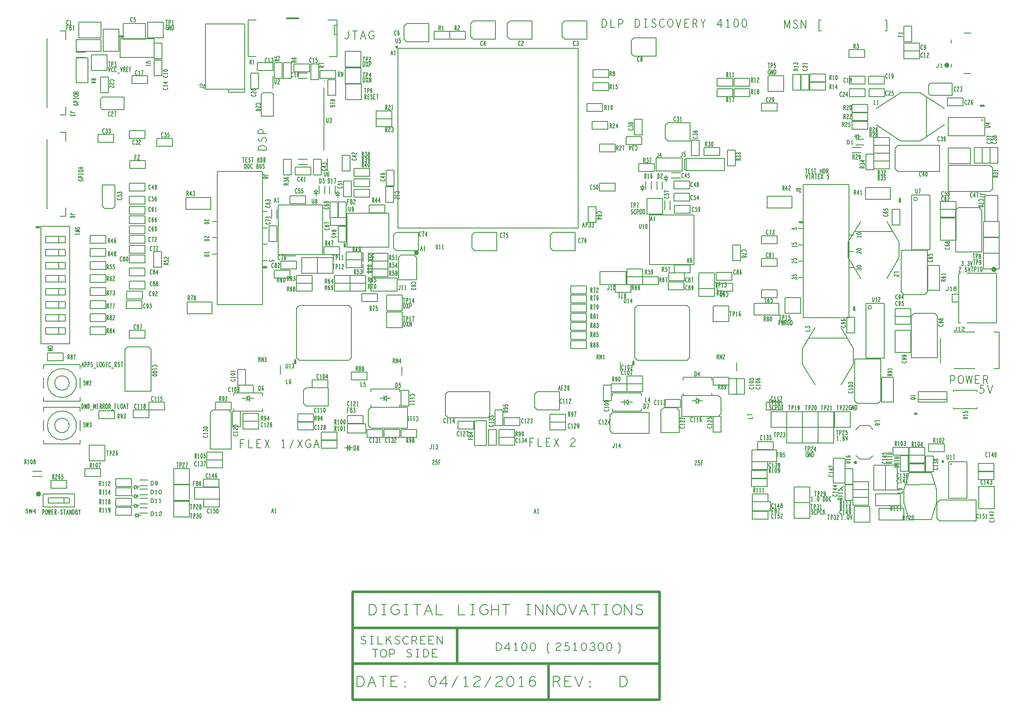
<source format=gbr>
G04 ================== begin FILE IDENTIFICATION RECORD ==================*
G04 Layout Name:  2510300_REV-D.brd*
G04 Film Name:    Silk_top.gbr*
G04 File Format:  Gerber RS274X*
G04 File Origin:  Cadence Allegro 16.6-2015-S051*
G04 Origin Date:  Tue Apr 12 06:53:55 2016*
G04 *
G04 Layer:  REF DES/SILKSCREEN_TOP*
G04 Layer:  PACKAGE GEOMETRY/SILKSCREEN_TOP*
G04 Layer:  DRAWING FORMAT/TITLE_BLOCK*
G04 Layer:  BOARD GEOMETRY/SILKSCREEN_TOP*
G04 *
G04 Offset:    (0.00 0.00)*
G04 Mirror:    No*
G04 Mode:      Positive*
G04 Rotation:  0*
G04 FullContactRelief:  No*
G04 UndefLineWidth:     6.00*
G04 ================== end FILE IDENTIFICATION RECORD ====================*
%FSLAX25Y25*MOIN*%
%IR0*IPPOS*OFA0.00000B0.00000*MIA0B0*SFA1.00000B1.00000*%
%ADD10C,.02*%
%ADD11C,.006*%
%ADD12C,.005*%
%ADD13C,.007*%
%ADD14C,.008*%
G75*
%LPD*%
G75*
G36*
G01X233900Y338900D02*
G03I-500J0D01*
G37*
G36*
G01X289896Y364933D02*
G03I-1078J0D01*
G37*
G36*
G01X305744Y207200D02*
G03I-1844J0D01*
G37*
G36*
G01X640000Y45319D02*
G03I0J1281D01*
G37*
G54D10*
G01X15500Y22500D02*
G03I-1000J0D01*
G01X255000Y-52500D02*
X490000D01*
Y-135000D01*
X255000D01*
G01Y-52500D02*
Y-135000D01*
G01X490000Y-107500D02*
X255000D01*
G01Y-80000D02*
X490000D01*
G01X335000D02*
Y-107500D01*
G01X405000D02*
Y-135000D01*
G01X711000Y351000D02*
G03I-1000J0D01*
G01X747000Y194500D02*
G03I-1000J0D01*
G54D11*
G01X289000Y188000D02*
Y178000D01*
X269000D01*
Y188000D01*
X289000D01*
G01X444500Y183000D02*
Y193000D01*
X464500D01*
Y183000D01*
X444500D01*
G01X487500Y270000D02*
Y280000D01*
X507500D01*
Y270000D01*
X487500D01*
G01X739000Y251400D02*
X749000D01*
Y231400D01*
X739000D01*
Y251400D01*
G01X4625Y8400D02*
X4958Y8150D01*
X5333Y8000D01*
X5667D01*
X6000Y8150D01*
X6250Y8400D01*
X6375Y8750D01*
X6292Y9100D01*
X6083Y9400D01*
X5708Y9600D01*
X5208Y9700D01*
X4917Y9900D01*
X4792Y10250D01*
X4875Y10600D01*
X5083Y10850D01*
X5375Y11000D01*
X5667D01*
X5958Y10900D01*
X6208Y10650D01*
G01X7250Y11000D02*
X7833Y8000D01*
X8500Y11000D01*
X9167Y8000D01*
X9750Y11000D01*
G01X12000Y8000D02*
Y11000D01*
X10458Y8850D01*
X12542D01*
G01X42000Y22500D02*
X18000D01*
Y12500D01*
X42000D01*
Y22500D01*
G01X34000Y19500D02*
Y15500D01*
G01X38000Y19500D02*
X22000D01*
Y15500D01*
X38000D01*
Y19500D01*
G01X31000Y235400D02*
X35200D01*
X35300Y235500D01*
Y241800D01*
G01X21100Y294100D02*
Y241200D01*
X21300Y241000D01*
G01X31200Y299700D02*
X35300D01*
X35400Y299800D01*
Y293100D01*
X35300Y293000D01*
G01X31000Y312900D02*
X35200D01*
X35300Y313000D01*
Y319300D01*
G01X21100Y371600D02*
Y318700D01*
X21300Y318500D01*
G01X31200Y377200D02*
X35300D01*
X35400Y377300D01*
Y370600D01*
X35300Y370500D01*
G01X89200Y6200D02*
X87700D01*
G01X89200Y7700D02*
Y4700D01*
X91200Y6200D01*
X89200Y7700D01*
G01X88100Y13500D02*
X86600D01*
G01X90100D02*
X91600D01*
G01X90100Y15000D02*
Y12000D01*
G01X88100Y15000D02*
Y12000D01*
X90100Y13500D01*
X88100Y15000D01*
G01X90000Y22300D02*
Y19300D01*
G01X88000Y22300D02*
Y19300D01*
X90000Y20800D01*
X88000Y22300D01*
G01X88100Y27800D02*
X86600D01*
G01X90100D02*
X91600D01*
G01X90100Y29300D02*
Y26300D01*
G01X88100Y29300D02*
Y26300D01*
X90100Y27800D01*
X88100Y29300D01*
G01X88000Y20800D02*
X86500D01*
G01X90000D02*
X91500D01*
G01X100883Y5900D02*
Y8900D01*
X101717D01*
X102050Y8750D01*
X102300Y8550D01*
X102508Y8250D01*
X102675Y7900D01*
X102717Y7400D01*
X102675Y6900D01*
X102508Y6550D01*
X102300Y6250D01*
X102050Y6050D01*
X101717Y5900D01*
X100883D01*
G01X104800D02*
Y8900D01*
X104300Y8300D01*
G01Y5900D02*
X105300D01*
G01X107008Y8400D02*
X107258Y8700D01*
X107550Y8850D01*
X107883Y8900D01*
X108300Y8800D01*
X108592Y8550D01*
X108675Y8250D01*
X108633Y7950D01*
X108467Y7700D01*
X107633Y7200D01*
X107258Y6850D01*
X107008Y6350D01*
X106925Y5900D01*
X108675D01*
G01X91200Y6200D02*
X92700D01*
G01X91200Y7700D02*
Y4700D01*
G01X92200Y7800D02*
X98200D01*
G01X92200Y12000D02*
X98200D01*
G01X100783Y15800D02*
Y18800D01*
X101617D01*
X101950Y18650D01*
X102200Y18450D01*
X102408Y18150D01*
X102575Y17800D01*
X102617Y17300D01*
X102575Y16800D01*
X102408Y16450D01*
X102200Y16150D01*
X101950Y15950D01*
X101617Y15800D01*
X100783D01*
G01X104700D02*
Y18800D01*
X104200Y18200D01*
G01Y15800D02*
X105200D01*
G01X107700D02*
Y18800D01*
X107200Y18200D01*
G01Y15800D02*
X108200D01*
G01X92200Y14900D02*
X98200D01*
G01X92200Y19100D02*
X98200D01*
G01X100883Y29400D02*
Y32400D01*
X101717D01*
X102050Y32250D01*
X102300Y32050D01*
X102508Y31750D01*
X102675Y31400D01*
X102717Y30900D01*
X102675Y30400D01*
X102508Y30050D01*
X102300Y29750D01*
X102050Y29550D01*
X101717Y29400D01*
X100883D01*
G01X104092Y29750D02*
X104383Y29500D01*
X104717Y29400D01*
X105050Y29500D01*
X105342Y29800D01*
X105550Y30250D01*
X105633Y30700D01*
Y31250D01*
X105550Y31700D01*
X105342Y32100D01*
X105092Y32300D01*
X104800Y32400D01*
X104467Y32300D01*
X104217Y32100D01*
X104050Y31800D01*
X103967Y31400D01*
X104050Y31050D01*
X104258Y30700D01*
X104508Y30500D01*
X104800Y30450D01*
X105133Y30550D01*
X105383Y30800D01*
X105633Y31250D01*
G01X92200Y28900D02*
X98200D01*
G01X92200Y33100D02*
X98200D01*
G01X100783Y22600D02*
Y25600D01*
X101617D01*
X101950Y25450D01*
X102200Y25250D01*
X102408Y24950D01*
X102575Y24600D01*
X102617Y24100D01*
X102575Y23600D01*
X102408Y23250D01*
X102200Y22950D01*
X101950Y22750D01*
X101617Y22600D01*
X100783D01*
G01X104700D02*
Y25600D01*
X104200Y25000D01*
G01Y22600D02*
X105200D01*
G01X107700Y25600D02*
X107367Y25500D01*
X107117Y25250D01*
X106950Y24950D01*
X106825Y24550D01*
X106783Y24100D01*
X106825Y23650D01*
X106950Y23250D01*
X107117Y22950D01*
X107367Y22700D01*
X107700Y22600D01*
X108033Y22700D01*
X108283Y22950D01*
X108450Y23250D01*
X108575Y23650D01*
X108617Y24100D01*
X108575Y24550D01*
X108450Y24950D01*
X108283Y25250D01*
X108033Y25500D01*
X107700Y25600D01*
G01X92200Y21900D02*
X98200D01*
G01X92200Y26100D02*
X98200D01*
G01X160000Y332500D02*
X172500D01*
Y382500D01*
X142400D01*
Y332500D01*
X160000D01*
Y330200D01*
X172500D01*
Y338800D01*
G01X194118Y342724D02*
Y333276D01*
G01X199700Y120800D02*
Y114400D01*
G01X227000Y254500D02*
Y256000D01*
G01Y252500D02*
Y251000D01*
G01X228500Y252500D02*
X225500D01*
G01X228500Y254500D02*
X225500D01*
X227000Y252500D01*
X228500Y254500D01*
G01X229400Y258500D02*
Y252500D01*
G01X254900Y58000D02*
X248900D01*
G01X233600Y258500D02*
Y252500D01*
G01X243700Y253300D02*
Y254800D01*
G01Y251300D02*
Y249800D01*
G01X245200Y251300D02*
X242200D01*
G01X245200Y253300D02*
X242200D01*
X243700Y251300D01*
X245200Y253300D01*
G01X237400Y258500D02*
Y252500D01*
G01X241600Y258500D02*
Y252500D01*
G01X235882Y270276D02*
Y279724D01*
G01X233000Y334000D02*
Y286000D01*
G01X261325Y-91700D02*
X262058Y-92200D01*
X262883Y-92500D01*
X263617D01*
X264350Y-92200D01*
X264900Y-91700D01*
X265175Y-91000D01*
X264992Y-90300D01*
X264533Y-89700D01*
X263708Y-89300D01*
X262608Y-89100D01*
X261967Y-88700D01*
X261692Y-88000D01*
X261875Y-87300D01*
X262333Y-86800D01*
X262975Y-86500D01*
X263617D01*
X264258Y-86700D01*
X264808Y-87200D01*
G01X268650Y-86500D02*
X270850D01*
G01X269750D02*
Y-92500D01*
G01X268650D02*
X270850D01*
G01X274417Y-86500D02*
Y-92500D01*
X278083D01*
G01X280733D02*
Y-86500D01*
G01X284217D02*
X280733Y-90200D01*
G01X284767Y-92500D02*
X282292Y-88500D01*
G01X287325Y-91700D02*
X288058Y-92200D01*
X288883Y-92500D01*
X289617D01*
X290350Y-92200D01*
X290900Y-91700D01*
X291175Y-91000D01*
X290992Y-90300D01*
X290533Y-89700D01*
X289708Y-89300D01*
X288608Y-89100D01*
X287967Y-88700D01*
X287692Y-88000D01*
X287875Y-87300D01*
X288333Y-86800D01*
X288975Y-86500D01*
X289617D01*
X290258Y-86700D01*
X290808Y-87200D01*
G01X297767Y-87000D02*
X297217Y-86700D01*
X296575Y-86500D01*
X295842D01*
X295017Y-86800D01*
X294375Y-87300D01*
X293917Y-87900D01*
X293550Y-88900D01*
X293458Y-89800D01*
X293642Y-90700D01*
X293917Y-91300D01*
X294467Y-91900D01*
X295108Y-92300D01*
X295750Y-92500D01*
X296392D01*
X297033Y-92300D01*
X297583Y-92000D01*
X298042Y-91600D01*
G01X300417Y-92500D02*
Y-86500D01*
X302708D01*
X303442Y-86800D01*
X303900Y-87200D01*
X304083Y-88000D01*
X303900Y-88800D01*
X303350Y-89300D01*
X302708Y-89600D01*
X300417D01*
G01X302708D02*
X304083Y-92500D01*
G01X310583D02*
X306917D01*
Y-86500D01*
X310583D01*
G01X309117Y-89400D02*
X306917D01*
G01X317083Y-92500D02*
X313417D01*
Y-86500D01*
X317083D01*
G01X315617Y-89400D02*
X313417D01*
G01X319642Y-92500D02*
Y-86500D01*
X323858Y-92500D01*
Y-86500D01*
G01X252900Y56000D02*
Y60000D01*
X250900Y58000D01*
X252900Y56000D01*
G01X250900Y60000D02*
Y56000D01*
G01X272250Y-96500D02*
Y-102500D01*
G01X270142Y-96500D02*
X274358D01*
G01X278750Y-102500D02*
X278017Y-102400D01*
X277375Y-102000D01*
X276825Y-101400D01*
X276458Y-100700D01*
X276275Y-99900D01*
Y-99100D01*
X276458Y-98300D01*
X276825Y-97600D01*
X277375Y-97000D01*
X278017Y-96600D01*
X278750Y-96500D01*
X279483Y-96600D01*
X280125Y-97000D01*
X280675Y-97600D01*
X281042Y-98300D01*
X281225Y-99100D01*
Y-99900D01*
X281042Y-100700D01*
X280675Y-101400D01*
X280125Y-102000D01*
X279483Y-102400D01*
X278750Y-102500D01*
G01X283417D02*
Y-96500D01*
X285617D01*
X286350Y-96800D01*
X286900Y-97500D01*
X287083Y-98300D01*
X286900Y-99100D01*
X286442Y-99700D01*
X285617Y-100000D01*
X283417D01*
G01X296325Y-101700D02*
X297058Y-102200D01*
X297883Y-102500D01*
X298617D01*
X299350Y-102200D01*
X299900Y-101700D01*
X300175Y-101000D01*
X299992Y-100300D01*
X299533Y-99700D01*
X298708Y-99300D01*
X297608Y-99100D01*
X296967Y-98700D01*
X296692Y-98000D01*
X296875Y-97300D01*
X297333Y-96800D01*
X297975Y-96500D01*
X298617D01*
X299258Y-96700D01*
X299808Y-97200D01*
G01X303650Y-96500D02*
X305850D01*
G01X304750D02*
Y-102500D01*
G01X303650D02*
X305850D01*
G01X309233D02*
Y-96500D01*
X311067D01*
X311800Y-96800D01*
X312350Y-97200D01*
X312808Y-97800D01*
X313175Y-98500D01*
X313267Y-99500D01*
X313175Y-100500D01*
X312808Y-101200D01*
X312350Y-101800D01*
X311800Y-102200D01*
X311067Y-102500D01*
X309233D01*
G01X319583D02*
X315917D01*
Y-96500D01*
X319583D01*
G01X318117Y-99400D02*
X315917D01*
G01X292600Y120000D02*
Y113600D01*
G01X427598Y363898D02*
X289802D01*
Y226102D01*
X427598D01*
Y363898D01*
G01X364983Y-97500D02*
Y-91500D01*
X366817D01*
X367550Y-91800D01*
X368100Y-92200D01*
X368558Y-92800D01*
X368925Y-93500D01*
X369017Y-94500D01*
X368925Y-95500D01*
X368558Y-96200D01*
X368100Y-96800D01*
X367550Y-97200D01*
X366817Y-97500D01*
X364983D01*
G01X374600D02*
Y-91500D01*
X371208Y-95800D01*
X375792D01*
G01X380000Y-97500D02*
Y-91500D01*
X378900Y-92700D01*
G01Y-97500D02*
X381100D01*
G01X386500Y-91500D02*
X385767Y-91700D01*
X385217Y-92200D01*
X384850Y-92800D01*
X384575Y-93600D01*
X384483Y-94500D01*
X384575Y-95400D01*
X384850Y-96200D01*
X385217Y-96800D01*
X385767Y-97300D01*
X386500Y-97500D01*
X387233Y-97300D01*
X387783Y-96800D01*
X388150Y-96200D01*
X388425Y-95400D01*
X388517Y-94500D01*
X388425Y-93600D01*
X388150Y-92800D01*
X387783Y-92200D01*
X387233Y-91700D01*
X386500Y-91500D01*
G01X393000D02*
X392267Y-91700D01*
X391717Y-92200D01*
X391350Y-92800D01*
X391075Y-93600D01*
X390983Y-94500D01*
X391075Y-95400D01*
X391350Y-96200D01*
X391717Y-96800D01*
X392267Y-97300D01*
X393000Y-97500D01*
X393733Y-97300D01*
X394283Y-96800D01*
X394650Y-96200D01*
X394925Y-95400D01*
X395017Y-94500D01*
X394925Y-93600D01*
X394650Y-92800D01*
X394283Y-92200D01*
X393733Y-91700D01*
X393000Y-91500D01*
G01X405542Y-99500D02*
X404625Y-98500D01*
X404167Y-97500D01*
Y-93500D01*
X404625Y-92500D01*
X405542Y-91500D01*
G01X410758Y-92500D02*
X411308Y-91900D01*
X411950Y-91600D01*
X412683Y-91500D01*
X413600Y-91700D01*
X414242Y-92200D01*
X414425Y-92800D01*
X414333Y-93400D01*
X413967Y-93900D01*
X412133Y-94900D01*
X411308Y-95600D01*
X410758Y-96600D01*
X410575Y-97500D01*
X414425D01*
G01X416983Y-96600D02*
X417533Y-97100D01*
X418175Y-97400D01*
X419000Y-97500D01*
X419825Y-97300D01*
X420467Y-96900D01*
X420925Y-96200D01*
X421017Y-95400D01*
X420833Y-94600D01*
X420375Y-94100D01*
X419733Y-93700D01*
X419092Y-93600D01*
X418450Y-93700D01*
X417625Y-94100D01*
X417900Y-91500D01*
X420375D01*
G01X425500Y-97500D02*
Y-91500D01*
X424400Y-92700D01*
G01Y-97500D02*
X426600D01*
G01X432000Y-91500D02*
X431267Y-91700D01*
X430717Y-92200D01*
X430350Y-92800D01*
X430075Y-93600D01*
X429983Y-94500D01*
X430075Y-95400D01*
X430350Y-96200D01*
X430717Y-96800D01*
X431267Y-97300D01*
X432000Y-97500D01*
X432733Y-97300D01*
X433283Y-96800D01*
X433650Y-96200D01*
X433925Y-95400D01*
X434017Y-94500D01*
X433925Y-93600D01*
X433650Y-92800D01*
X433283Y-92200D01*
X432733Y-91700D01*
X432000Y-91500D01*
G01X436483Y-96300D02*
X437033Y-97000D01*
X437767Y-97400D01*
X438592Y-97500D01*
X439325Y-97400D01*
X440058Y-96900D01*
X440517Y-96300D01*
X440608Y-95700D01*
X440425Y-95000D01*
X439783Y-94500D01*
X439142Y-94300D01*
X438317D01*
G01X439142D02*
X439692Y-94000D01*
X440150Y-93500D01*
X440333Y-92900D01*
X440150Y-92300D01*
X439692Y-91800D01*
X438867Y-91500D01*
X438042Y-91600D01*
X437217Y-92000D01*
G01X445000Y-91500D02*
X444267Y-91700D01*
X443717Y-92200D01*
X443350Y-92800D01*
X443075Y-93600D01*
X442983Y-94500D01*
X443075Y-95400D01*
X443350Y-96200D01*
X443717Y-96800D01*
X444267Y-97300D01*
X445000Y-97500D01*
X445733Y-97300D01*
X446283Y-96800D01*
X446650Y-96200D01*
X446925Y-95400D01*
X447017Y-94500D01*
X446925Y-93600D01*
X446650Y-92800D01*
X446283Y-92200D01*
X445733Y-91700D01*
X445000Y-91500D01*
G01X451500D02*
X450767Y-91700D01*
X450217Y-92200D01*
X449850Y-92800D01*
X449575Y-93600D01*
X449483Y-94500D01*
X449575Y-95400D01*
X449850Y-96200D01*
X450217Y-96800D01*
X450767Y-97300D01*
X451500Y-97500D01*
X452233Y-97300D01*
X452783Y-96800D01*
X453150Y-96200D01*
X453425Y-95400D01*
X453517Y-94500D01*
X453425Y-93600D01*
X453150Y-92800D01*
X452783Y-92200D01*
X452233Y-91700D01*
X451500Y-91500D01*
G01X458458Y-99500D02*
X459375Y-98500D01*
X459833Y-97500D01*
Y-93500D01*
X459375Y-92500D01*
X458458Y-91500D01*
G01X459900Y123200D02*
Y116800D01*
G01X477000Y258000D02*
Y259500D01*
G01Y256000D02*
Y254500D01*
G01X478500Y256000D02*
X475500D01*
G01X478500Y258000D02*
X475500D01*
X477000Y256000D01*
X478500Y258000D01*
G01X496500Y263300D02*
X493500D01*
G01X496500Y265300D02*
X493500D01*
X495000Y263300D01*
X496500Y265300D01*
G01X487900Y262000D02*
Y256000D01*
G01X492100Y262000D02*
Y256000D01*
G01X479400Y262000D02*
Y256000D01*
G01X483600Y262000D02*
Y256000D01*
G01X495000Y265300D02*
Y266800D01*
G01Y263300D02*
Y261800D01*
G01X510400Y279000D02*
X508900D01*
Y271000D01*
X510400D01*
G01Y270400D02*
X539600D01*
Y279600D01*
X510400D01*
Y270400D01*
G01X548900Y123200D02*
Y116800D01*
G01X609000Y149900D02*
X599500Y134000D01*
Y122000D01*
X609000Y106100D01*
G01X633800Y142000D02*
X604200D01*
G01X628000Y27000D02*
X629000D01*
X631000Y29000D01*
G01X629000Y149900D02*
X638500Y134000D01*
Y122000D01*
X629000Y106100D01*
G01X644000Y231400D02*
X634500Y215500D01*
Y203500D01*
X644000Y187600D01*
G01X633583Y290500D02*
Y293500D01*
X634417D01*
X634750Y293350D01*
X635000Y293150D01*
X635208Y292850D01*
X635375Y292500D01*
X635417Y292000D01*
X635375Y291500D01*
X635208Y291150D01*
X635000Y290850D01*
X634750Y290650D01*
X634417Y290500D01*
X633583D01*
G01X637500D02*
Y293500D01*
X637000Y292900D01*
G01Y290500D02*
X638000D01*
G01X653500Y52000D02*
X650600Y49100D01*
X643400D01*
X640500Y52000D01*
G01X653500Y72000D02*
X650600Y74900D01*
X643400D01*
X640500Y72000D01*
G01X668800Y223500D02*
X639200D01*
G01X642500Y296500D02*
X644000D01*
G01X640500D02*
X639000D01*
G01X640500Y295000D02*
Y298000D01*
G01X642500Y295000D02*
Y298000D01*
X640500Y296500D01*
X642500Y295000D01*
G01X646500Y294100D02*
X640500D01*
G01X646500Y289900D02*
X640500D01*
G01X664000Y231400D02*
X673500Y215500D01*
Y203500D01*
X664000Y187600D01*
G01X708000Y305250D02*
X689250Y293000D01*
X674750D01*
X656000Y305250D01*
G01X708000Y317750D02*
X689250Y330000D01*
X674750D01*
X656000Y317750D01*
G01X681200Y38800D02*
X677200Y25800D01*
Y15800D01*
X681200Y2800D01*
X698200D01*
X702200Y15800D01*
Y25800D01*
X698200Y38800D01*
X681200D01*
G01X701000Y29800D02*
X678500Y29700D01*
G01X687083Y83413D02*
X685250Y84587D01*
G01X684917Y84000D02*
X687417D01*
G01X687083Y84587D02*
X685250Y83413D01*
G01X686167Y83200D02*
Y84800D01*
G01X705000Y142000D02*
Y123000D01*
G01X694500Y296400D02*
Y326600D01*
G01X701967Y350000D02*
X702175Y349700D01*
X702425Y349500D01*
X702717Y349400D01*
X703050Y349500D01*
X703300Y349700D01*
X703550Y350000D01*
X703633Y350400D01*
Y352400D01*
G01X705800Y349400D02*
Y352400D01*
X705300Y351800D01*
G01Y349400D02*
X706300D01*
G01X706559Y46933D02*
X707440Y48400D01*
G01X706999Y48667D02*
Y46667D01*
G01X707440Y46933D02*
X706559Y48400D01*
G01X706399Y47667D02*
X707600D01*
G01X715500Y118500D02*
X731500D01*
G01X715667Y148100D02*
X715875Y147800D01*
X716125Y147600D01*
X716417Y147500D01*
X716750Y147600D01*
X717000Y147800D01*
X717250Y148100D01*
X717333Y148500D01*
Y150500D01*
G01X719500Y147500D02*
Y150500D01*
X719000Y149900D01*
G01Y147500D02*
X720000D01*
G01X721708Y150000D02*
X721958Y150300D01*
X722250Y150450D01*
X722583Y150500D01*
X723000Y150400D01*
X723292Y150150D01*
X723375Y149850D01*
X723333Y149550D01*
X723167Y149300D01*
X722333Y148800D01*
X721958Y148450D01*
X721708Y147950D01*
X721625Y147500D01*
X723375D01*
G01X731500Y146500D02*
X715500D01*
G01X720500Y191500D02*
X719000D01*
Y153500D01*
X720500D01*
G01X709467Y178900D02*
X709675Y178600D01*
X709925Y178400D01*
X710217Y178300D01*
X710550Y178400D01*
X710800Y178600D01*
X711050Y178900D01*
X711133Y179300D01*
Y181300D01*
G01X713300Y178300D02*
Y181300D01*
X712800Y180700D01*
G01Y178300D02*
X713800D01*
G01X716300D02*
X716592Y178350D01*
X716925Y178500D01*
X717133Y178750D01*
X717217Y179100D01*
X717133Y179450D01*
X716883Y179750D01*
X716508Y179900D01*
X716092D01*
X715842Y180000D01*
X715633Y180250D01*
X715550Y180600D01*
X715675Y180950D01*
X715967Y181200D01*
X716300Y181300D01*
X716633Y181200D01*
X716925Y180950D01*
X717050Y180600D01*
X716967Y180250D01*
X716758Y180000D01*
X716508Y179900D01*
X716092D01*
X715717Y179750D01*
X715467Y179450D01*
X715383Y179100D01*
X715467Y178750D01*
X715675Y178500D01*
X716008Y178350D01*
X716300Y178300D01*
G01X719000Y169500D02*
X714000D01*
Y175500D01*
X719000D01*
G01X728500Y344500D02*
X723000D01*
G01X713500Y352000D02*
Y349500D01*
G01Y368000D02*
Y370500D01*
G01X723000Y375500D02*
X728500D01*
G01X725500Y153500D02*
X748000D01*
Y191500D01*
X725500D01*
G01X746000Y118500D02*
X750000D01*
Y146500D01*
X746000D01*
G54D12*
G01X17783Y7000D02*
Y10500D01*
X18463D01*
X18690Y10325D01*
X18860Y9917D01*
X18917Y9450D01*
X18860Y8983D01*
X18718Y8633D01*
X18463Y8458D01*
X17783D01*
G01X20650Y7000D02*
X20423Y7058D01*
X20225Y7292D01*
X20055Y7642D01*
X19942Y8050D01*
X19885Y8517D01*
Y8983D01*
X19942Y9450D01*
X20055Y9858D01*
X20225Y10208D01*
X20423Y10442D01*
X20650Y10500D01*
X20877Y10442D01*
X21075Y10208D01*
X21245Y9858D01*
X21358Y9450D01*
X21415Y8983D01*
Y8517D01*
X21358Y8050D01*
X21245Y7642D01*
X21075Y7292D01*
X20877Y7058D01*
X20650Y7000D01*
G01X22100Y10500D02*
X22497Y7000D01*
X22950Y10500D01*
X23403Y7000D01*
X23800Y10500D01*
G01X25817Y7000D02*
X24683D01*
Y10500D01*
X25817D01*
G01X25363Y8808D02*
X24683D01*
G01X26983Y7000D02*
Y10500D01*
X27692D01*
X27918Y10325D01*
X28060Y10092D01*
X28117Y9625D01*
X28060Y9158D01*
X27890Y8867D01*
X27692Y8692D01*
X26983D01*
G01X27692D02*
X28117Y7000D01*
G01X29482Y8167D02*
X30218D01*
G01X31555Y7467D02*
X31782Y7175D01*
X32037Y7000D01*
X32263D01*
X32490Y7175D01*
X32660Y7467D01*
X32745Y7875D01*
X32688Y8283D01*
X32547Y8633D01*
X32292Y8867D01*
X31952Y8983D01*
X31753Y9217D01*
X31668Y9625D01*
X31725Y10033D01*
X31867Y10325D01*
X32065Y10500D01*
X32263D01*
X32462Y10383D01*
X32632Y10092D01*
G01X34450Y10500D02*
Y7000D01*
G01X33798Y10500D02*
X35102D01*
G01X36042Y7000D02*
X36750Y10500D01*
X37458Y7000D01*
G01X37203Y8225D02*
X36297D01*
G01X38398Y7000D02*
Y10500D01*
X39702Y7000D01*
Y10500D01*
G01X40727Y7000D02*
Y10500D01*
X41293D01*
X41520Y10325D01*
X41690Y10092D01*
X41832Y9742D01*
X41945Y9333D01*
X41973Y8750D01*
X41945Y8167D01*
X41832Y7758D01*
X41690Y7408D01*
X41520Y7175D01*
X41293Y7000D01*
X40727D01*
G01X43877Y8867D02*
X43990Y9042D01*
X44075Y9333D01*
X44132Y9742D01*
X44075Y10092D01*
X43962Y10325D01*
X43763Y10500D01*
X42998D01*
Y7000D01*
X43933D01*
X44132Y7233D01*
X44245Y7583D01*
X44302Y7992D01*
X44245Y8400D01*
X44075Y8750D01*
X43877Y8867D01*
X42998D01*
G01X45950Y7000D02*
Y8575D01*
X45383Y10500D01*
G01X46517D02*
X45950Y8575D01*
G01X3983Y45500D02*
Y49000D01*
X4692D01*
X4918Y48825D01*
X5060Y48592D01*
X5117Y48125D01*
X5060Y47658D01*
X4890Y47367D01*
X4692Y47192D01*
X3983D01*
G01X4692D02*
X5117Y45500D01*
G01X6850D02*
Y49000D01*
X6510Y48300D01*
G01Y45500D02*
X7190D01*
G01X9150Y49000D02*
X8923Y48883D01*
X8753Y48592D01*
X8640Y48242D01*
X8555Y47775D01*
X8527Y47250D01*
X8555Y46725D01*
X8640Y46258D01*
X8753Y45908D01*
X8923Y45617D01*
X9150Y45500D01*
X9377Y45617D01*
X9547Y45908D01*
X9660Y46258D01*
X9745Y46725D01*
X9773Y47250D01*
X9745Y47775D01*
X9660Y48242D01*
X9547Y48592D01*
X9377Y48883D01*
X9150Y49000D01*
G01X11450Y45500D02*
X11648Y45558D01*
X11875Y45733D01*
X12017Y46025D01*
X12073Y46433D01*
X12017Y46842D01*
X11847Y47192D01*
X11592Y47367D01*
X11308D01*
X11138Y47483D01*
X10997Y47775D01*
X10940Y48183D01*
X11025Y48592D01*
X11223Y48883D01*
X11450Y49000D01*
X11677Y48883D01*
X11875Y48592D01*
X11960Y48183D01*
X11903Y47775D01*
X11762Y47483D01*
X11592Y47367D01*
X11308D01*
X11053Y47192D01*
X10883Y46842D01*
X10827Y46433D01*
X10883Y46025D01*
X11025Y45733D01*
X11252Y45558D01*
X11450Y45500D01*
G01X21833Y135150D02*
X21891Y135377D01*
X22125Y135575D01*
X22475Y135745D01*
X22883Y135858D01*
X23350Y135915D01*
X23816D01*
X24283Y135858D01*
X24691Y135745D01*
X25041Y135575D01*
X25275Y135377D01*
X25333Y135150D01*
X25275Y134923D01*
X25041Y134725D01*
X24691Y134555D01*
X24283Y134442D01*
X23816Y134385D01*
X23350D01*
X22883Y134442D01*
X22475Y134555D01*
X22125Y134725D01*
X21891Y134923D01*
X21833Y135150D01*
G01Y133502D02*
X25333D01*
X21833Y132198D01*
X25333D01*
G01X12716Y227623D02*
X15283Y226377D01*
G01X15750Y227000D02*
X12250D01*
G01X12716Y226377D02*
X15283Y227623D01*
G01X14000Y227850D02*
Y226150D01*
G01X25283Y34000D02*
Y37500D01*
X25992D01*
X26218Y37325D01*
X26360Y37092D01*
X26417Y36625D01*
X26360Y36158D01*
X26190Y35867D01*
X25992Y35692D01*
X25283D01*
G01X25992D02*
X26417Y34000D01*
G01X27612Y36917D02*
X27782Y37267D01*
X27980Y37442D01*
X28207Y37500D01*
X28490Y37383D01*
X28688Y37092D01*
X28745Y36742D01*
X28717Y36392D01*
X28603Y36100D01*
X28037Y35517D01*
X27782Y35108D01*
X27612Y34525D01*
X27555Y34000D01*
X28745D01*
G01X29912Y35458D02*
X30110Y35867D01*
X30280Y36100D01*
X30507Y36217D01*
X30705Y36100D01*
X30847Y35867D01*
X30960Y35517D01*
X30988Y35108D01*
X30960Y34758D01*
X30847Y34408D01*
X30677Y34117D01*
X30478Y34000D01*
X30252Y34117D01*
X30053Y34467D01*
X29940Y34992D01*
X29912Y35575D01*
X29968Y36333D01*
X30053Y36742D01*
X30195Y37150D01*
X30393Y37442D01*
X30592Y37500D01*
X30790Y37383D01*
X30932Y37092D01*
G01X32127Y34525D02*
X32297Y34233D01*
X32495Y34058D01*
X32750Y34000D01*
X33005Y34117D01*
X33203Y34350D01*
X33345Y34758D01*
X33373Y35225D01*
X33317Y35692D01*
X33175Y35983D01*
X32977Y36217D01*
X32778Y36275D01*
X32580Y36217D01*
X32325Y35983D01*
X32410Y37500D01*
X33175D01*
G01X36983Y125833D02*
Y129333D01*
X37692D01*
X37918Y129158D01*
X38060Y128925D01*
X38117Y128458D01*
X38060Y127991D01*
X37890Y127700D01*
X37692Y127525D01*
X36983D01*
G01X37692D02*
X38117Y125833D01*
G01X39850D02*
X40048Y125891D01*
X40275Y126066D01*
X40417Y126358D01*
X40473Y126766D01*
X40417Y127175D01*
X40247Y127525D01*
X39992Y127700D01*
X39708D01*
X39538Y127816D01*
X39397Y128108D01*
X39340Y128516D01*
X39425Y128925D01*
X39623Y129216D01*
X39850Y129333D01*
X40077Y129216D01*
X40275Y128925D01*
X40360Y128516D01*
X40303Y128108D01*
X40162Y127816D01*
X39992Y127700D01*
X39708D01*
X39453Y127525D01*
X39283Y127175D01*
X39227Y126766D01*
X39283Y126358D01*
X39425Y126066D01*
X39652Y125891D01*
X39850Y125833D01*
G01X42093D02*
X42150Y126591D01*
X42235Y127233D01*
X42348Y127816D01*
X42490Y128458D01*
X42717Y129333D01*
X41583D01*
G01X39700Y237717D02*
X39350Y237575D01*
X39117Y237405D01*
X39000Y237207D01*
X39117Y236980D01*
X39350Y236810D01*
X39700Y236640D01*
X40167Y236583D01*
X42500D01*
G01X40458Y235388D02*
X40867Y235190D01*
X41100Y235020D01*
X41217Y234793D01*
X41100Y234595D01*
X40867Y234453D01*
X40517Y234340D01*
X40108Y234312D01*
X39758Y234340D01*
X39408Y234453D01*
X39117Y234623D01*
X39000Y234822D01*
X39117Y235048D01*
X39467Y235247D01*
X39992Y235360D01*
X40575Y235388D01*
X41333Y235332D01*
X41742Y235247D01*
X42150Y235105D01*
X42442Y234907D01*
X42500Y234708D01*
X42383Y234510D01*
X42092Y234368D01*
G01X39700Y315717D02*
X39350Y315575D01*
X39117Y315405D01*
X39000Y315207D01*
X39117Y314980D01*
X39350Y314810D01*
X39700Y314640D01*
X40167Y314583D01*
X42500D01*
G01X39700Y313473D02*
X39292Y313303D01*
X39058Y313077D01*
X39000Y312822D01*
X39058Y312595D01*
X39350Y312368D01*
X39700Y312227D01*
X40050Y312198D01*
X40458Y312255D01*
X40750Y312453D01*
X40867Y312652D01*
Y312907D01*
G01Y312652D02*
X41042Y312482D01*
X41333Y312340D01*
X41683Y312283D01*
X42033Y312340D01*
X42325Y312482D01*
X42500Y312737D01*
X42442Y312992D01*
X42208Y313247D01*
G01X36162Y378000D02*
Y381500D01*
X37238D01*
G01X36842Y379808D02*
X36162D01*
G01X39227Y379867D02*
X39340Y380042D01*
X39425Y380333D01*
X39482Y380742D01*
X39425Y381092D01*
X39312Y381325D01*
X39113Y381500D01*
X38348D01*
Y378000D01*
X39283D01*
X39482Y378233D01*
X39595Y378583D01*
X39652Y378992D01*
X39595Y379400D01*
X39425Y379750D01*
X39227Y379867D01*
X38348D01*
G01X41300Y378000D02*
Y381500D01*
X40960Y380800D01*
G01Y378000D02*
X41640D01*
G01X37473Y385208D02*
X37303Y385383D01*
X37105Y385500D01*
X36878D01*
X36623Y385325D01*
X36425Y385033D01*
X36283Y384683D01*
X36170Y384100D01*
X36142Y383575D01*
X36198Y383050D01*
X36283Y382700D01*
X36453Y382350D01*
X36652Y382117D01*
X36850Y382000D01*
X37048D01*
X37247Y382117D01*
X37417Y382292D01*
X37558Y382525D01*
G01X39150Y382000D02*
Y385500D01*
X38810Y384800D01*
G01Y382000D02*
X39490D01*
G01X53983Y42833D02*
Y46333D01*
X54692D01*
X54918Y46158D01*
X55060Y45925D01*
X55117Y45458D01*
X55060Y44991D01*
X54890Y44700D01*
X54692Y44525D01*
X53983D01*
G01X54692D02*
X55117Y42833D01*
G01X56850D02*
Y46333D01*
X56510Y45633D01*
G01Y42833D02*
X57190D01*
G01X59150Y46333D02*
X58923Y46216D01*
X58753Y45925D01*
X58640Y45575D01*
X58555Y45108D01*
X58527Y44583D01*
X58555Y44058D01*
X58640Y43591D01*
X58753Y43241D01*
X58923Y42950D01*
X59150Y42833D01*
X59377Y42950D01*
X59547Y43241D01*
X59660Y43591D01*
X59745Y44058D01*
X59773Y44583D01*
X59745Y45108D01*
X59660Y45575D01*
X59547Y45925D01*
X59377Y46216D01*
X59150Y46333D01*
G01X61393Y42833D02*
X61450Y43591D01*
X61535Y44233D01*
X61648Y44816D01*
X61790Y45458D01*
X62017Y46333D01*
X60883D01*
G01X49105Y74300D02*
X49332Y74008D01*
X49587Y73833D01*
X49813D01*
X50040Y74008D01*
X50210Y74300D01*
X50295Y74708D01*
X50238Y75116D01*
X50097Y75466D01*
X49842Y75700D01*
X49502Y75816D01*
X49303Y76050D01*
X49218Y76458D01*
X49275Y76866D01*
X49417Y77158D01*
X49615Y77333D01*
X49813D01*
X50012Y77216D01*
X50182Y76925D01*
G01X51150Y77333D02*
X51547Y73833D01*
X52000Y77333D01*
X52453Y73833D01*
X52850Y77333D01*
G01X53677Y74533D02*
X53847Y74125D01*
X54073Y73891D01*
X54328Y73833D01*
X54555Y73891D01*
X54782Y74183D01*
X54923Y74533D01*
X54952Y74883D01*
X54895Y75291D01*
X54697Y75583D01*
X54498Y75700D01*
X54243D01*
G01X54498D02*
X54668Y75875D01*
X54810Y76166D01*
X54867Y76516D01*
X54810Y76866D01*
X54668Y77158D01*
X54413Y77333D01*
X54158Y77275D01*
X53903Y77041D01*
G01X47727Y88000D02*
Y91500D01*
X48293D01*
X48520Y91325D01*
X48690Y91092D01*
X48832Y90742D01*
X48945Y90333D01*
X48973Y89750D01*
X48945Y89167D01*
X48832Y88758D01*
X48690Y88408D01*
X48520Y88175D01*
X48293Y88000D01*
X47727D01*
G01X49913D02*
Y91500D01*
X50650Y88583D01*
X51387Y91500D01*
Y88000D01*
G01X52327D02*
Y91500D01*
X52893D01*
X53120Y91325D01*
X53290Y91092D01*
X53432Y90742D01*
X53545Y90333D01*
X53573Y89750D01*
X53545Y89167D01*
X53432Y88758D01*
X53290Y88408D01*
X53120Y88175D01*
X52893Y88000D01*
X52327D01*
G01X54400Y86833D02*
X56100D01*
G01X56813Y88000D02*
Y91500D01*
X57550Y88583D01*
X58287Y91500D01*
Y88000D01*
G01X59510Y91500D02*
X60190D01*
G01X59850D02*
Y88000D01*
G01X59510D02*
X60190D01*
G01X61583D02*
Y91500D01*
X62292D01*
X62518Y91325D01*
X62660Y91092D01*
X62717Y90625D01*
X62660Y90158D01*
X62490Y89867D01*
X62292Y89692D01*
X61583D01*
G01X62292D02*
X62717Y88000D01*
G01X63883D02*
Y91500D01*
X64592D01*
X64818Y91325D01*
X64960Y91092D01*
X65017Y90625D01*
X64960Y90158D01*
X64790Y89867D01*
X64592Y89692D01*
X63883D01*
G01X64592D02*
X65017Y88000D01*
G01X66750D02*
X66523Y88058D01*
X66325Y88292D01*
X66155Y88642D01*
X66042Y89050D01*
X65985Y89517D01*
Y89983D01*
X66042Y90450D01*
X66155Y90858D01*
X66325Y91208D01*
X66523Y91442D01*
X66750Y91500D01*
X66977Y91442D01*
X67175Y91208D01*
X67345Y90858D01*
X67458Y90450D01*
X67515Y89983D01*
Y89517D01*
X67458Y89050D01*
X67345Y88642D01*
X67175Y88292D01*
X66977Y88058D01*
X66750Y88000D01*
G01X68483D02*
Y91500D01*
X69192D01*
X69418Y91325D01*
X69560Y91092D01*
X69617Y90625D01*
X69560Y90158D01*
X69390Y89867D01*
X69192Y89692D01*
X68483D01*
G01X69192D02*
X69617Y88000D01*
G01X70500Y86833D02*
X72200D01*
G01X73112Y88000D02*
Y91500D01*
X74188D01*
G01X73792Y89808D02*
X73112D01*
G01X75383Y91500D02*
Y88000D01*
X76517D01*
G01X78250D02*
X78023Y88058D01*
X77825Y88292D01*
X77655Y88642D01*
X77542Y89050D01*
X77485Y89517D01*
Y89983D01*
X77542Y90450D01*
X77655Y90858D01*
X77825Y91208D01*
X78023Y91442D01*
X78250Y91500D01*
X78477Y91442D01*
X78675Y91208D01*
X78845Y90858D01*
X78958Y90450D01*
X79015Y89983D01*
Y89517D01*
X78958Y89050D01*
X78845Y88642D01*
X78675Y88292D01*
X78477Y88058D01*
X78250Y88000D01*
G01X79842D02*
X80550Y91500D01*
X81258Y88000D01*
G01X81003Y89225D02*
X80097D01*
G01X82850Y91500D02*
Y88000D01*
G01X82198Y91500D02*
X83502D01*
G01X49105Y106300D02*
X49332Y106008D01*
X49587Y105833D01*
X49813D01*
X50040Y106008D01*
X50210Y106300D01*
X50295Y106708D01*
X50238Y107116D01*
X50097Y107466D01*
X49842Y107700D01*
X49502Y107816D01*
X49303Y108050D01*
X49218Y108458D01*
X49275Y108866D01*
X49417Y109158D01*
X49615Y109333D01*
X49813D01*
X50012Y109216D01*
X50182Y108925D01*
G01X51150Y109333D02*
X51547Y105833D01*
X52000Y109333D01*
X52453Y105833D01*
X52850Y109333D01*
G01X53762Y108750D02*
X53932Y109100D01*
X54130Y109275D01*
X54357Y109333D01*
X54640Y109216D01*
X54838Y108925D01*
X54895Y108575D01*
X54867Y108225D01*
X54753Y107933D01*
X54187Y107350D01*
X53932Y106941D01*
X53762Y106358D01*
X53705Y105833D01*
X54895D01*
G01X47642Y120000D02*
X48350Y123500D01*
X49058Y120000D01*
G01X48803Y121225D02*
X47897D01*
G01X50083Y120000D02*
Y123500D01*
X50763D01*
X50990Y123325D01*
X51160Y122917D01*
X51217Y122450D01*
X51160Y121983D01*
X51018Y121633D01*
X50763Y121458D01*
X50083D01*
G01X52383Y120000D02*
Y123500D01*
X53063D01*
X53290Y123325D01*
X53460Y122917D01*
X53517Y122450D01*
X53460Y121983D01*
X53318Y121633D01*
X53063Y121458D01*
X52383D01*
G01X54655Y120467D02*
X54882Y120175D01*
X55137Y120000D01*
X55363D01*
X55590Y120175D01*
X55760Y120467D01*
X55845Y120875D01*
X55788Y121283D01*
X55647Y121633D01*
X55392Y121867D01*
X55052Y121983D01*
X54853Y122217D01*
X54768Y122625D01*
X54825Y123033D01*
X54967Y123325D01*
X55165Y123500D01*
X55363D01*
X55562Y123383D01*
X55732Y123092D01*
G01X56700Y118833D02*
X58400D01*
G01X59283Y123500D02*
Y120000D01*
X60417D01*
G01X62150D02*
X61923Y120058D01*
X61725Y120292D01*
X61555Y120642D01*
X61442Y121050D01*
X61385Y121517D01*
Y121983D01*
X61442Y122450D01*
X61555Y122858D01*
X61725Y123208D01*
X61923Y123442D01*
X62150Y123500D01*
X62377Y123442D01*
X62575Y123208D01*
X62745Y122858D01*
X62858Y122450D01*
X62915Y121983D01*
Y121517D01*
X62858Y121050D01*
X62745Y120642D01*
X62575Y120292D01*
X62377Y120058D01*
X62150Y120000D01*
G01X64620Y121750D02*
X65187D01*
Y120700D01*
X65017Y120350D01*
X64818Y120117D01*
X64535Y120000D01*
X64252Y120117D01*
X64053Y120350D01*
X63883Y120700D01*
X63770Y121108D01*
X63713Y121575D01*
Y121983D01*
X63770Y122333D01*
X63883Y122742D01*
X64053Y123092D01*
X64223Y123325D01*
X64450Y123500D01*
X64648D01*
X64875Y123383D01*
X65045Y123150D01*
G01X66410Y123500D02*
X67090D01*
G01X66750D02*
Y120000D01*
G01X66410D02*
X67090D01*
G01X69673Y123208D02*
X69503Y123383D01*
X69305Y123500D01*
X69078D01*
X68823Y123325D01*
X68625Y123033D01*
X68483Y122683D01*
X68370Y122100D01*
X68342Y121575D01*
X68398Y121050D01*
X68483Y120700D01*
X68653Y120350D01*
X68852Y120117D01*
X69050Y120000D01*
X69248D01*
X69447Y120117D01*
X69617Y120292D01*
X69758Y120525D01*
G01X70500Y118833D02*
X72200D01*
G01X73083Y120000D02*
Y123500D01*
X73792D01*
X74018Y123325D01*
X74160Y123092D01*
X74217Y122625D01*
X74160Y122158D01*
X73990Y121867D01*
X73792Y121692D01*
X73083D01*
G01X73792D02*
X74217Y120000D01*
G01X75355Y120467D02*
X75582Y120175D01*
X75837Y120000D01*
X76063D01*
X76290Y120175D01*
X76460Y120467D01*
X76545Y120875D01*
X76488Y121283D01*
X76347Y121633D01*
X76092Y121867D01*
X75752Y121983D01*
X75553Y122217D01*
X75468Y122625D01*
X75525Y123033D01*
X75667Y123325D01*
X75865Y123500D01*
X76063D01*
X76262Y123383D01*
X76432Y123092D01*
G01X78250Y123500D02*
Y120000D01*
G01X77598Y123500D02*
X78902D01*
G01X43067Y226895D02*
X42775Y226668D01*
X42600Y226413D01*
Y226187D01*
X42775Y225960D01*
X43067Y225790D01*
X43475Y225705D01*
X43883Y225762D01*
X44233Y225903D01*
X44467Y226158D01*
X44583Y226498D01*
X44817Y226697D01*
X45225Y226782D01*
X45633Y226725D01*
X45925Y226583D01*
X46100Y226385D01*
Y226187D01*
X45983Y225988D01*
X45692Y225818D01*
G01X46100Y224850D02*
X42600Y224453D01*
X46100Y224000D01*
X42600Y223547D01*
X46100Y223150D01*
G01X42600Y221700D02*
X46100D01*
X45400Y222040D01*
G01X42600D02*
Y221360D01*
G01X46950Y263220D02*
Y263787D01*
X48000D01*
X48350Y263617D01*
X48583Y263418D01*
X48700Y263135D01*
X48583Y262852D01*
X48350Y262653D01*
X48000Y262483D01*
X47592Y262370D01*
X47125Y262313D01*
X46717D01*
X46367Y262370D01*
X45958Y262483D01*
X45608Y262653D01*
X45375Y262823D01*
X45200Y263050D01*
Y263248D01*
X45317Y263475D01*
X45550Y263645D01*
G01X48700Y264783D02*
X45200D01*
Y265463D01*
X45375Y265690D01*
X45783Y265860D01*
X46250Y265917D01*
X46717Y265860D01*
X47067Y265718D01*
X47242Y265463D01*
Y264783D01*
G01X45200Y267310D02*
Y267990D01*
G01Y267650D02*
X48700D01*
G01Y267310D02*
Y267990D01*
G01Y269950D02*
X48642Y269723D01*
X48408Y269525D01*
X48058Y269355D01*
X47650Y269242D01*
X47183Y269185D01*
X46717D01*
X46250Y269242D01*
X45842Y269355D01*
X45492Y269525D01*
X45258Y269723D01*
X45200Y269950D01*
X45258Y270177D01*
X45492Y270375D01*
X45842Y270545D01*
X46250Y270658D01*
X46717Y270715D01*
X47183D01*
X47650Y270658D01*
X48058Y270545D01*
X48408Y270375D01*
X48642Y270177D01*
X48700Y269950D01*
G01Y271542D02*
X45200Y272250D01*
X48700Y272958D01*
G01X47475Y272703D02*
Y271797D01*
G01X43250Y321020D02*
Y321587D01*
X44300D01*
X44650Y321417D01*
X44883Y321218D01*
X45000Y320935D01*
X44883Y320652D01*
X44650Y320453D01*
X44300Y320283D01*
X43892Y320170D01*
X43425Y320113D01*
X43017D01*
X42667Y320170D01*
X42258Y320283D01*
X41908Y320453D01*
X41675Y320623D01*
X41500Y320850D01*
Y321048D01*
X41617Y321275D01*
X41850Y321445D01*
G01X45000Y322583D02*
X41500D01*
Y323263D01*
X41675Y323490D01*
X42083Y323660D01*
X42550Y323717D01*
X43017Y323660D01*
X43367Y323518D01*
X43542Y323263D01*
Y322583D01*
G01X41500Y325110D02*
Y325790D01*
G01Y325450D02*
X45000D01*
G01Y325110D02*
Y325790D01*
G01Y327750D02*
X44942Y327523D01*
X44708Y327325D01*
X44358Y327155D01*
X43950Y327042D01*
X43483Y326985D01*
X43017D01*
X42550Y327042D01*
X42142Y327155D01*
X41792Y327325D01*
X41558Y327523D01*
X41500Y327750D01*
X41558Y327977D01*
X41792Y328175D01*
X42142Y328345D01*
X42550Y328458D01*
X43017Y328515D01*
X43483D01*
X43950Y328458D01*
X44358Y328345D01*
X44708Y328175D01*
X44942Y327977D01*
X45000Y327750D01*
G01X43133Y330277D02*
X42958Y330390D01*
X42667Y330475D01*
X42258Y330532D01*
X41908Y330475D01*
X41675Y330362D01*
X41500Y330163D01*
Y329398D01*
X45000D01*
Y330333D01*
X44767Y330532D01*
X44417Y330645D01*
X44008Y330702D01*
X43600Y330645D01*
X43250Y330475D01*
X43133Y330277D01*
Y329398D01*
G01X55000Y340717D02*
X58500D01*
Y340008D01*
X58325Y339782D01*
X58092Y339640D01*
X57625Y339583D01*
X57158Y339640D01*
X56867Y339810D01*
X56692Y340008D01*
Y340717D01*
G01Y340008D02*
X55000Y339583D01*
G01Y337510D02*
X58500D01*
X55992Y338558D01*
Y337142D01*
G01X61283Y15000D02*
Y18500D01*
X61992D01*
X62218Y18325D01*
X62360Y18092D01*
X62417Y17625D01*
X62360Y17158D01*
X62190Y16867D01*
X61992Y16692D01*
X61283D01*
G01X61992D02*
X62417Y15000D01*
G01X64150D02*
Y18500D01*
X63810Y17800D01*
G01Y15000D02*
X64490D01*
G01X66450D02*
Y18500D01*
X66110Y17800D01*
G01Y15000D02*
X66790D01*
G01X68750D02*
X68948Y15058D01*
X69175Y15233D01*
X69317Y15525D01*
X69373Y15933D01*
X69317Y16342D01*
X69147Y16692D01*
X68892Y16867D01*
X68608D01*
X68438Y16983D01*
X68297Y17275D01*
X68240Y17683D01*
X68325Y18092D01*
X68523Y18383D01*
X68750Y18500D01*
X68977Y18383D01*
X69175Y18092D01*
X69260Y17683D01*
X69203Y17275D01*
X69062Y16983D01*
X68892Y16867D01*
X68608D01*
X68353Y16692D01*
X68183Y16342D01*
X68127Y15933D01*
X68183Y15525D01*
X68325Y15233D01*
X68552Y15058D01*
X68750Y15000D01*
G01X61283Y8500D02*
Y12000D01*
X61992D01*
X62218Y11825D01*
X62360Y11592D01*
X62417Y11125D01*
X62360Y10658D01*
X62190Y10367D01*
X61992Y10192D01*
X61283D01*
G01X61992D02*
X62417Y8500D01*
G01X64150D02*
Y12000D01*
X63810Y11300D01*
G01Y8500D02*
X64490D01*
G01X66450D02*
Y12000D01*
X66110Y11300D01*
G01Y8500D02*
X66790D01*
G01X68268Y8908D02*
X68467Y8617D01*
X68693Y8500D01*
X68920Y8617D01*
X69118Y8967D01*
X69260Y9492D01*
X69317Y10017D01*
Y10658D01*
X69260Y11183D01*
X69118Y11650D01*
X68948Y11883D01*
X68750Y12000D01*
X68523Y11883D01*
X68353Y11650D01*
X68240Y11300D01*
X68183Y10833D01*
X68240Y10425D01*
X68382Y10017D01*
X68552Y9783D01*
X68750Y9725D01*
X68977Y9842D01*
X69147Y10133D01*
X69317Y10658D01*
G01X61183Y28800D02*
Y32300D01*
X61892D01*
X62118Y32125D01*
X62260Y31892D01*
X62317Y31425D01*
X62260Y30958D01*
X62090Y30667D01*
X61892Y30492D01*
X61183D01*
G01X61892D02*
X62317Y28800D01*
G01X64050D02*
Y32300D01*
X63710Y31600D01*
G01Y28800D02*
X64390D01*
G01X66350D02*
Y32300D01*
X66010Y31600D01*
G01Y28800D02*
X66690D01*
G01X68112Y31717D02*
X68282Y32067D01*
X68480Y32242D01*
X68707Y32300D01*
X68990Y32183D01*
X69188Y31892D01*
X69245Y31542D01*
X69217Y31192D01*
X69103Y30900D01*
X68537Y30317D01*
X68282Y29908D01*
X68112Y29325D01*
X68055Y28800D01*
X69245D01*
G01X61383Y22400D02*
Y25900D01*
X62092D01*
X62318Y25725D01*
X62460Y25492D01*
X62517Y25025D01*
X62460Y24558D01*
X62290Y24267D01*
X62092Y24092D01*
X61383D01*
G01X62092D02*
X62517Y22400D01*
G01X64250D02*
Y25900D01*
X63910Y25200D01*
G01Y22400D02*
X64590D01*
G01X66550D02*
Y25900D01*
X66210Y25200D01*
G01Y22400D02*
X66890D01*
G01X69190D02*
Y25900D01*
X68142Y23392D01*
X69558D01*
G01X67550Y55633D02*
Y52133D01*
G01X66898Y55633D02*
X68202D01*
G01X69283Y52133D02*
Y55633D01*
X69963D01*
X70190Y55458D01*
X70360Y55050D01*
X70417Y54583D01*
X70360Y54116D01*
X70218Y53766D01*
X69963Y53591D01*
X69283D01*
G01X71612Y55050D02*
X71782Y55400D01*
X71980Y55575D01*
X72207Y55633D01*
X72490Y55516D01*
X72688Y55225D01*
X72745Y54875D01*
X72717Y54525D01*
X72603Y54233D01*
X72037Y53650D01*
X71782Y53241D01*
X71612Y52658D01*
X71555Y52133D01*
X72745D01*
G01X73912Y53591D02*
X74110Y54000D01*
X74280Y54233D01*
X74507Y54350D01*
X74705Y54233D01*
X74847Y54000D01*
X74960Y53650D01*
X74988Y53241D01*
X74960Y52891D01*
X74847Y52541D01*
X74677Y52250D01*
X74478Y52133D01*
X74252Y52250D01*
X74053Y52600D01*
X73940Y53125D01*
X73912Y53708D01*
X73968Y54466D01*
X74053Y54875D01*
X74195Y55283D01*
X74393Y55575D01*
X74592Y55633D01*
X74790Y55516D01*
X74932Y55225D01*
G01X66983Y145833D02*
Y149333D01*
X67692D01*
X67918Y149158D01*
X68060Y148925D01*
X68117Y148458D01*
X68060Y147991D01*
X67890Y147700D01*
X67692Y147525D01*
X66983D01*
G01X67692D02*
X68117Y145833D01*
G01X69850D02*
X70048Y145891D01*
X70275Y146066D01*
X70417Y146358D01*
X70473Y146766D01*
X70417Y147175D01*
X70247Y147525D01*
X69992Y147700D01*
X69708D01*
X69538Y147816D01*
X69397Y148108D01*
X69340Y148516D01*
X69425Y148925D01*
X69623Y149216D01*
X69850Y149333D01*
X70077Y149216D01*
X70275Y148925D01*
X70360Y148516D01*
X70303Y148108D01*
X70162Y147816D01*
X69992Y147700D01*
X69708D01*
X69453Y147525D01*
X69283Y147175D01*
X69227Y146766D01*
X69283Y146358D01*
X69425Y146066D01*
X69652Y145891D01*
X69850Y145833D01*
G01X72490D02*
Y149333D01*
X71442Y146825D01*
X72858D01*
G01X66983Y155833D02*
Y159333D01*
X67692D01*
X67918Y159158D01*
X68060Y158925D01*
X68117Y158458D01*
X68060Y157991D01*
X67890Y157700D01*
X67692Y157525D01*
X66983D01*
G01X67692D02*
X68117Y155833D01*
G01X69850D02*
X70048Y155891D01*
X70275Y156066D01*
X70417Y156358D01*
X70473Y156766D01*
X70417Y157175D01*
X70247Y157525D01*
X69992Y157700D01*
X69708D01*
X69538Y157816D01*
X69397Y158108D01*
X69340Y158516D01*
X69425Y158925D01*
X69623Y159216D01*
X69850Y159333D01*
X70077Y159216D01*
X70275Y158925D01*
X70360Y158516D01*
X70303Y158108D01*
X70162Y157816D01*
X69992Y157700D01*
X69708D01*
X69453Y157525D01*
X69283Y157175D01*
X69227Y156766D01*
X69283Y156358D01*
X69425Y156066D01*
X69652Y155891D01*
X69850Y155833D01*
G01X71612Y158750D02*
X71782Y159100D01*
X71980Y159275D01*
X72207Y159333D01*
X72490Y159216D01*
X72688Y158925D01*
X72745Y158575D01*
X72717Y158225D01*
X72603Y157933D01*
X72037Y157350D01*
X71782Y156941D01*
X71612Y156358D01*
X71555Y155833D01*
X72745D01*
G01X66983Y164833D02*
Y168333D01*
X67692D01*
X67918Y168158D01*
X68060Y167925D01*
X68117Y167458D01*
X68060Y166991D01*
X67890Y166700D01*
X67692Y166525D01*
X66983D01*
G01X67692D02*
X68117Y164833D01*
G01X69793D02*
X69850Y165591D01*
X69935Y166233D01*
X70048Y166816D01*
X70190Y167458D01*
X70417Y168333D01*
X69283D01*
G01X72093Y164833D02*
X72150Y165591D01*
X72235Y166233D01*
X72348Y166816D01*
X72490Y167458D01*
X72717Y168333D01*
X71583D01*
G01X66983Y174833D02*
Y178333D01*
X67692D01*
X67918Y178158D01*
X68060Y177925D01*
X68117Y177458D01*
X68060Y176991D01*
X67890Y176700D01*
X67692Y176525D01*
X66983D01*
G01X67692D02*
X68117Y174833D01*
G01X69793D02*
X69850Y175591D01*
X69935Y176233D01*
X70048Y176816D01*
X70190Y177458D01*
X70417Y178333D01*
X69283D01*
G01X71527Y175533D02*
X71697Y175125D01*
X71923Y174891D01*
X72178Y174833D01*
X72405Y174891D01*
X72632Y175183D01*
X72773Y175533D01*
X72802Y175883D01*
X72745Y176291D01*
X72547Y176583D01*
X72348Y176700D01*
X72093D01*
G01X72348D02*
X72518Y176875D01*
X72660Y177166D01*
X72717Y177516D01*
X72660Y177866D01*
X72518Y178158D01*
X72263Y178333D01*
X72008Y178275D01*
X71753Y178041D01*
G01X66983Y185833D02*
Y189333D01*
X67692D01*
X67918Y189158D01*
X68060Y188925D01*
X68117Y188458D01*
X68060Y187991D01*
X67890Y187700D01*
X67692Y187525D01*
X66983D01*
G01X67692D02*
X68117Y185833D01*
G01X69312Y187291D02*
X69510Y187700D01*
X69680Y187933D01*
X69907Y188050D01*
X70105Y187933D01*
X70247Y187700D01*
X70360Y187350D01*
X70388Y186941D01*
X70360Y186591D01*
X70247Y186241D01*
X70077Y185950D01*
X69878Y185833D01*
X69652Y185950D01*
X69453Y186300D01*
X69340Y186825D01*
X69312Y187408D01*
X69368Y188166D01*
X69453Y188575D01*
X69595Y188983D01*
X69793Y189275D01*
X69992Y189333D01*
X70190Y189216D01*
X70332Y188925D01*
G01X71612Y188750D02*
X71782Y189100D01*
X71980Y189275D01*
X72207Y189333D01*
X72490Y189216D01*
X72688Y188925D01*
X72745Y188575D01*
X72717Y188225D01*
X72603Y187933D01*
X72037Y187350D01*
X71782Y186941D01*
X71612Y186358D01*
X71555Y185833D01*
X72745D01*
G01X66983Y194833D02*
Y198333D01*
X67692D01*
X67918Y198158D01*
X68060Y197925D01*
X68117Y197458D01*
X68060Y196991D01*
X67890Y196700D01*
X67692Y196525D01*
X66983D01*
G01X67692D02*
X68117Y194833D01*
G01X69227Y195358D02*
X69397Y195066D01*
X69595Y194891D01*
X69850Y194833D01*
X70105Y194950D01*
X70303Y195183D01*
X70445Y195591D01*
X70473Y196058D01*
X70417Y196525D01*
X70275Y196816D01*
X70077Y197050D01*
X69878Y197108D01*
X69680Y197050D01*
X69425Y196816D01*
X69510Y198333D01*
X70275D01*
G01X71527Y195358D02*
X71697Y195066D01*
X71895Y194891D01*
X72150Y194833D01*
X72405Y194950D01*
X72603Y195183D01*
X72745Y195591D01*
X72773Y196058D01*
X72717Y196525D01*
X72575Y196816D01*
X72377Y197050D01*
X72178Y197108D01*
X71980Y197050D01*
X71725Y196816D01*
X71810Y198333D01*
X72575D01*
G01X67983Y204833D02*
Y208333D01*
X68692D01*
X68918Y208158D01*
X69060Y207925D01*
X69117Y207458D01*
X69060Y206991D01*
X68890Y206700D01*
X68692Y206525D01*
X67983D01*
G01X68692D02*
X69117Y204833D01*
G01X71190D02*
Y208333D01*
X70142Y205825D01*
X71558D01*
G01X73150Y204833D02*
X73348Y204891D01*
X73575Y205066D01*
X73717Y205358D01*
X73773Y205766D01*
X73717Y206175D01*
X73547Y206525D01*
X73292Y206700D01*
X73008D01*
X72838Y206816D01*
X72697Y207108D01*
X72640Y207516D01*
X72725Y207925D01*
X72923Y208216D01*
X73150Y208333D01*
X73377Y208216D01*
X73575Y207925D01*
X73660Y207516D01*
X73603Y207108D01*
X73462Y206816D01*
X73292Y206700D01*
X73008D01*
X72753Y206525D01*
X72583Y206175D01*
X72527Y205766D01*
X72583Y205358D01*
X72725Y205066D01*
X72952Y204891D01*
X73150Y204833D01*
G01X67983Y214833D02*
Y218333D01*
X68692D01*
X68918Y218158D01*
X69060Y217925D01*
X69117Y217458D01*
X69060Y216991D01*
X68890Y216700D01*
X68692Y216525D01*
X67983D01*
G01X68692D02*
X69117Y214833D01*
G01X71190D02*
Y218333D01*
X70142Y215825D01*
X71558D01*
G01X72612Y216291D02*
X72810Y216700D01*
X72980Y216933D01*
X73207Y217050D01*
X73405Y216933D01*
X73547Y216700D01*
X73660Y216350D01*
X73688Y215941D01*
X73660Y215591D01*
X73547Y215241D01*
X73377Y214950D01*
X73178Y214833D01*
X72952Y214950D01*
X72753Y215300D01*
X72640Y215825D01*
X72612Y216408D01*
X72668Y217166D01*
X72753Y217575D01*
X72895Y217983D01*
X73093Y218275D01*
X73292Y218333D01*
X73490Y218216D01*
X73632Y217925D01*
G01X64973Y302041D02*
X64803Y302216D01*
X64605Y302333D01*
X64378D01*
X64123Y302158D01*
X63925Y301866D01*
X63783Y301516D01*
X63670Y300933D01*
X63642Y300408D01*
X63698Y299883D01*
X63783Y299533D01*
X63953Y299183D01*
X64152Y298950D01*
X64350Y298833D01*
X64548D01*
X64747Y298950D01*
X64917Y299125D01*
X65058Y299358D01*
G01X66027Y299533D02*
X66197Y299125D01*
X66423Y298891D01*
X66678Y298833D01*
X66905Y298891D01*
X67132Y299183D01*
X67273Y299533D01*
X67302Y299883D01*
X67245Y300291D01*
X67047Y300583D01*
X66848Y300700D01*
X66593D01*
G01X66848D02*
X67018Y300875D01*
X67160Y301166D01*
X67217Y301516D01*
X67160Y301866D01*
X67018Y302158D01*
X66763Y302333D01*
X66508Y302275D01*
X66253Y302041D01*
G01X68327Y299533D02*
X68497Y299125D01*
X68723Y298891D01*
X68978Y298833D01*
X69205Y298891D01*
X69432Y299183D01*
X69573Y299533D01*
X69602Y299883D01*
X69545Y300291D01*
X69347Y300583D01*
X69148Y300700D01*
X68893D01*
G01X69148D02*
X69318Y300875D01*
X69460Y301166D01*
X69517Y301516D01*
X69460Y301866D01*
X69318Y302158D01*
X69063Y302333D01*
X68808Y302275D01*
X68553Y302041D01*
G01X69323Y315208D02*
X69153Y315383D01*
X68955Y315500D01*
X68728D01*
X68473Y315325D01*
X68275Y315033D01*
X68133Y314683D01*
X68020Y314100D01*
X67992Y313575D01*
X68048Y313050D01*
X68133Y312700D01*
X68303Y312350D01*
X68502Y312117D01*
X68700Y312000D01*
X68898D01*
X69097Y312117D01*
X69267Y312292D01*
X69408Y312525D01*
G01X70462Y314917D02*
X70632Y315267D01*
X70830Y315442D01*
X71057Y315500D01*
X71340Y315383D01*
X71538Y315092D01*
X71595Y314742D01*
X71567Y314392D01*
X71453Y314100D01*
X70887Y313517D01*
X70632Y313108D01*
X70462Y312525D01*
X70405Y312000D01*
X71595D01*
G01X73243D02*
X73300Y312758D01*
X73385Y313400D01*
X73498Y313983D01*
X73640Y314625D01*
X73867Y315500D01*
X72733D01*
G01X72208Y338527D02*
X72383Y338697D01*
X72500Y338895D01*
Y339122D01*
X72325Y339377D01*
X72033Y339575D01*
X71683Y339717D01*
X71100Y339830D01*
X70575Y339858D01*
X70050Y339802D01*
X69700Y339717D01*
X69350Y339547D01*
X69117Y339348D01*
X69000Y339150D01*
Y338952D01*
X69117Y338753D01*
X69292Y338583D01*
X69525Y338442D01*
G01X71917Y337388D02*
X72267Y337218D01*
X72442Y337020D01*
X72500Y336793D01*
X72383Y336510D01*
X72092Y336312D01*
X71742Y336255D01*
X71392Y336283D01*
X71100Y336397D01*
X70517Y336963D01*
X70108Y337218D01*
X69525Y337388D01*
X69000Y337445D01*
Y336255D01*
G01X71917Y335088D02*
X72267Y334918D01*
X72442Y334720D01*
X72500Y334493D01*
X72383Y334210D01*
X72092Y334012D01*
X71742Y333955D01*
X71392Y333983D01*
X71100Y334097D01*
X70517Y334663D01*
X70108Y334918D01*
X69525Y335088D01*
X69000Y335145D01*
Y333955D01*
G01X68142Y349500D02*
X68850Y346000D01*
X69558Y349500D01*
G01X71773Y349208D02*
X71603Y349383D01*
X71405Y349500D01*
X71178D01*
X70923Y349325D01*
X70725Y349033D01*
X70583Y348683D01*
X70470Y348100D01*
X70442Y347575D01*
X70498Y347050D01*
X70583Y346700D01*
X70753Y346350D01*
X70952Y346117D01*
X71150Y346000D01*
X71348D01*
X71547Y346117D01*
X71717Y346292D01*
X71858Y346525D01*
G01X74073Y349208D02*
X73903Y349383D01*
X73705Y349500D01*
X73478D01*
X73223Y349325D01*
X73025Y349033D01*
X72883Y348683D01*
X72770Y348100D01*
X72742Y347575D01*
X72798Y347050D01*
X72883Y346700D01*
X73053Y346350D01*
X73252Y346117D01*
X73450Y346000D01*
X73648D01*
X73847Y346117D01*
X74017Y346292D01*
X74158Y346525D01*
G01X74900Y344833D02*
X76600D01*
G01X77342Y349500D02*
X78050Y346000D01*
X78758Y349500D01*
G01X79783Y346000D02*
Y349500D01*
X80492D01*
X80718Y349325D01*
X80860Y349092D01*
X80917Y348625D01*
X80860Y348158D01*
X80690Y347867D01*
X80492Y347692D01*
X79783D01*
G01X80492D02*
X80917Y346000D01*
G01X83217D02*
X82083D01*
Y349500D01*
X83217D01*
G01X82763Y347808D02*
X82083D01*
G01X84412Y346000D02*
Y349500D01*
X85488D01*
G01X85092Y347808D02*
X84412D01*
G01X68700Y353500D02*
Y350000D01*
G01X68048Y353500D02*
X69352D01*
G01X70433Y350000D02*
Y353500D01*
X71113D01*
X71340Y353325D01*
X71510Y352917D01*
X71567Y352450D01*
X71510Y351983D01*
X71368Y351633D01*
X71113Y351458D01*
X70433D01*
G01X72677Y350700D02*
X72847Y350292D01*
X73073Y350058D01*
X73328Y350000D01*
X73555Y350058D01*
X73782Y350350D01*
X73923Y350700D01*
X73952Y351050D01*
X73895Y351458D01*
X73697Y351750D01*
X73498Y351867D01*
X73243D01*
G01X73498D02*
X73668Y352042D01*
X73810Y352333D01*
X73867Y352683D01*
X73810Y353033D01*
X73668Y353325D01*
X73413Y353500D01*
X73158Y353442D01*
X72903Y353208D01*
G01X89473Y91208D02*
X89303Y91383D01*
X89105Y91500D01*
X88878D01*
X88623Y91325D01*
X88425Y91033D01*
X88283Y90683D01*
X88170Y90100D01*
X88142Y89575D01*
X88198Y89050D01*
X88283Y88700D01*
X88453Y88350D01*
X88652Y88117D01*
X88850Y88000D01*
X89048D01*
X89247Y88117D01*
X89417Y88292D01*
X89558Y88525D01*
G01X91150Y88000D02*
Y91500D01*
X90810Y90800D01*
G01Y88000D02*
X91490D01*
G01X93450D02*
Y91500D01*
X93110Y90800D01*
G01Y88000D02*
X93790D01*
G01X95750D02*
X95948Y88058D01*
X96175Y88233D01*
X96317Y88525D01*
X96373Y88933D01*
X96317Y89342D01*
X96147Y89692D01*
X95892Y89867D01*
X95608D01*
X95438Y89983D01*
X95297Y90275D01*
X95240Y90683D01*
X95325Y91092D01*
X95523Y91383D01*
X95750Y91500D01*
X95977Y91383D01*
X96175Y91092D01*
X96260Y90683D01*
X96203Y90275D01*
X96062Y89983D01*
X95892Y89867D01*
X95608D01*
X95353Y89692D01*
X95183Y89342D01*
X95127Y88933D01*
X95183Y88525D01*
X95325Y88233D01*
X95552Y88058D01*
X95750Y88000D01*
G01X75283Y80500D02*
Y84000D01*
X75992D01*
X76218Y83825D01*
X76360Y83592D01*
X76417Y83125D01*
X76360Y82658D01*
X76190Y82367D01*
X75992Y82192D01*
X75283D01*
G01X75992D02*
X76417Y80500D01*
G01X77668Y80908D02*
X77867Y80617D01*
X78093Y80500D01*
X78320Y80617D01*
X78518Y80967D01*
X78660Y81492D01*
X78717Y82017D01*
Y82658D01*
X78660Y83183D01*
X78518Y83650D01*
X78348Y83883D01*
X78150Y84000D01*
X77923Y83883D01*
X77753Y83650D01*
X77640Y83300D01*
X77583Y82833D01*
X77640Y82425D01*
X77782Y82017D01*
X77952Y81783D01*
X78150Y81725D01*
X78377Y81842D01*
X78547Y82133D01*
X78717Y82658D01*
G01X79827Y81200D02*
X79997Y80792D01*
X80223Y80558D01*
X80478Y80500D01*
X80705Y80558D01*
X80932Y80850D01*
X81073Y81200D01*
X81102Y81550D01*
X81045Y81958D01*
X80847Y82250D01*
X80648Y82367D01*
X80393D01*
G01X80648D02*
X80818Y82542D01*
X80960Y82833D01*
X81017Y83183D01*
X80960Y83533D01*
X80818Y83825D01*
X80563Y84000D01*
X80308Y83942D01*
X80053Y83708D01*
G01X88973Y152041D02*
X88803Y152216D01*
X88605Y152333D01*
X88378D01*
X88123Y152158D01*
X87925Y151866D01*
X87783Y151516D01*
X87670Y150933D01*
X87642Y150408D01*
X87698Y149883D01*
X87783Y149533D01*
X87953Y149183D01*
X88152Y148950D01*
X88350Y148833D01*
X88548D01*
X88747Y148950D01*
X88917Y149125D01*
X89058Y149358D01*
G01X90168Y149241D02*
X90367Y148950D01*
X90593Y148833D01*
X90820Y148950D01*
X91018Y149300D01*
X91160Y149825D01*
X91217Y150350D01*
Y150991D01*
X91160Y151516D01*
X91018Y151983D01*
X90848Y152216D01*
X90650Y152333D01*
X90423Y152216D01*
X90253Y151983D01*
X90140Y151633D01*
X90083Y151166D01*
X90140Y150758D01*
X90282Y150350D01*
X90452Y150116D01*
X90650Y150058D01*
X90877Y150175D01*
X91047Y150466D01*
X91217Y150991D01*
G01X92893Y148833D02*
X92950Y149591D01*
X93035Y150233D01*
X93148Y150816D01*
X93290Y151458D01*
X93517Y152333D01*
X92383D01*
G01X78323Y204041D02*
X78153Y204216D01*
X77955Y204333D01*
X77728D01*
X77473Y204158D01*
X77275Y203866D01*
X77133Y203516D01*
X77020Y202933D01*
X76992Y202408D01*
X77048Y201883D01*
X77133Y201533D01*
X77303Y201183D01*
X77502Y200950D01*
X77700Y200833D01*
X77898D01*
X78097Y200950D01*
X78267Y201125D01*
X78408Y201358D01*
G01X80000Y200833D02*
X80198Y200891D01*
X80425Y201066D01*
X80567Y201358D01*
X80623Y201766D01*
X80567Y202175D01*
X80397Y202525D01*
X80142Y202700D01*
X79858D01*
X79688Y202816D01*
X79547Y203108D01*
X79490Y203516D01*
X79575Y203925D01*
X79773Y204216D01*
X80000Y204333D01*
X80227Y204216D01*
X80425Y203925D01*
X80510Y203516D01*
X80453Y203108D01*
X80312Y202816D01*
X80142Y202700D01*
X79858D01*
X79603Y202525D01*
X79433Y202175D01*
X79377Y201766D01*
X79433Y201358D01*
X79575Y201066D01*
X79802Y200891D01*
X80000Y200833D01*
G01X82300Y204333D02*
X82073Y204216D01*
X81903Y203925D01*
X81790Y203575D01*
X81705Y203108D01*
X81677Y202583D01*
X81705Y202058D01*
X81790Y201591D01*
X81903Y201241D01*
X82073Y200950D01*
X82300Y200833D01*
X82527Y200950D01*
X82697Y201241D01*
X82810Y201591D01*
X82895Y202058D01*
X82923Y202583D01*
X82895Y203108D01*
X82810Y203575D01*
X82697Y203925D01*
X82527Y204216D01*
X82300Y204333D01*
G01X75159Y249223D02*
X74984Y249053D01*
X74867Y248855D01*
Y248628D01*
X75042Y248373D01*
X75334Y248175D01*
X75684Y248033D01*
X76267Y247920D01*
X76792Y247892D01*
X77317Y247948D01*
X77667Y248033D01*
X78017Y248203D01*
X78250Y248402D01*
X78367Y248600D01*
Y248798D01*
X78250Y248997D01*
X78075Y249167D01*
X77842Y249308D01*
G01Y250277D02*
X78134Y250447D01*
X78309Y250645D01*
X78367Y250900D01*
X78250Y251155D01*
X78017Y251353D01*
X77609Y251495D01*
X77142Y251523D01*
X76675Y251467D01*
X76384Y251325D01*
X76150Y251127D01*
X76092Y250928D01*
X76150Y250730D01*
X76384Y250475D01*
X74867Y250560D01*
Y251325D01*
G01X77667Y252577D02*
X78075Y252747D01*
X78309Y252973D01*
X78367Y253228D01*
X78309Y253455D01*
X78017Y253682D01*
X77667Y253823D01*
X77317Y253852D01*
X76909Y253795D01*
X76617Y253597D01*
X76500Y253398D01*
Y253143D01*
G01Y253398D02*
X76325Y253568D01*
X76034Y253710D01*
X75684Y253767D01*
X75334Y253710D01*
X75042Y253568D01*
X74867Y253313D01*
X74925Y253058D01*
X75159Y252803D01*
G01X88312Y278733D02*
Y282233D01*
X89388D01*
G01X88992Y280541D02*
X88312D01*
G01X90612Y281650D02*
X90782Y282000D01*
X90980Y282175D01*
X91207Y282233D01*
X91490Y282116D01*
X91688Y281825D01*
X91745Y281475D01*
X91717Y281125D01*
X91603Y280833D01*
X91037Y280250D01*
X90782Y279841D01*
X90612Y279258D01*
X90555Y278733D01*
X91745D01*
G01X88073Y293541D02*
X87903Y293716D01*
X87705Y293833D01*
X87478D01*
X87223Y293658D01*
X87025Y293366D01*
X86883Y293016D01*
X86770Y292433D01*
X86742Y291908D01*
X86798Y291383D01*
X86883Y291033D01*
X87053Y290683D01*
X87252Y290450D01*
X87450Y290333D01*
X87648D01*
X87847Y290450D01*
X88017Y290625D01*
X88158Y290858D01*
G01X89127Y291033D02*
X89297Y290625D01*
X89523Y290391D01*
X89778Y290333D01*
X90005Y290391D01*
X90232Y290683D01*
X90373Y291033D01*
X90402Y291383D01*
X90345Y291791D01*
X90147Y292083D01*
X89948Y292200D01*
X89693D01*
G01X89948D02*
X90118Y292375D01*
X90260Y292666D01*
X90317Y293016D01*
X90260Y293366D01*
X90118Y293658D01*
X89863Y293833D01*
X89608Y293775D01*
X89353Y293541D01*
G01X91512Y293250D02*
X91682Y293600D01*
X91880Y293775D01*
X92107Y293833D01*
X92390Y293716D01*
X92588Y293425D01*
X92645Y293075D01*
X92617Y292725D01*
X92503Y292433D01*
X91937Y291850D01*
X91682Y291441D01*
X91512Y290858D01*
X91455Y290333D01*
X92645D01*
G01X89973Y346708D02*
X89803Y346883D01*
X89605Y347000D01*
X89378D01*
X89123Y346825D01*
X88925Y346533D01*
X88783Y346183D01*
X88670Y345600D01*
X88642Y345075D01*
X88698Y344550D01*
X88783Y344200D01*
X88953Y343850D01*
X89152Y343617D01*
X89350Y343500D01*
X89548D01*
X89747Y343617D01*
X89917Y343792D01*
X90058Y344025D01*
G01X91650Y343500D02*
Y347000D01*
X91310Y346300D01*
G01Y343500D02*
X91990D01*
G01X93893D02*
X93950Y344258D01*
X94035Y344900D01*
X94148Y345483D01*
X94290Y346125D01*
X94517Y347000D01*
X93383D01*
G01X76883Y373623D02*
X79450Y372377D01*
G01X79917Y373000D02*
X76417D01*
G01X76883Y372377D02*
X79450Y373623D01*
G01X78167Y373850D02*
Y372150D01*
G01X86473Y387341D02*
X86303Y387516D01*
X86105Y387633D01*
X85878D01*
X85623Y387458D01*
X85425Y387166D01*
X85283Y386816D01*
X85170Y386233D01*
X85142Y385708D01*
X85198Y385183D01*
X85283Y384833D01*
X85453Y384483D01*
X85652Y384250D01*
X85850Y384133D01*
X86048D01*
X86247Y384250D01*
X86417Y384425D01*
X86558Y384658D01*
G01X87527D02*
X87697Y384366D01*
X87895Y384191D01*
X88150Y384133D01*
X88405Y384250D01*
X88603Y384483D01*
X88745Y384891D01*
X88773Y385358D01*
X88717Y385825D01*
X88575Y386116D01*
X88377Y386350D01*
X88178Y386408D01*
X87980Y386350D01*
X87725Y386116D01*
X87810Y387633D01*
X88575D01*
G01X102323Y97041D02*
X102153Y97216D01*
X101955Y97333D01*
X101728D01*
X101473Y97158D01*
X101275Y96866D01*
X101133Y96516D01*
X101020Y95933D01*
X100992Y95408D01*
X101048Y94883D01*
X101133Y94533D01*
X101303Y94183D01*
X101502Y93950D01*
X101700Y93833D01*
X101898D01*
X102097Y93950D01*
X102267Y94125D01*
X102408Y94358D01*
G01X104000Y93833D02*
Y97333D01*
X103660Y96633D01*
G01Y93833D02*
X104340D01*
G01X106300D02*
Y97333D01*
X105960Y96633D01*
G01Y93833D02*
X106640D01*
G01X107977Y94358D02*
X108147Y94066D01*
X108345Y93891D01*
X108600Y93833D01*
X108855Y93950D01*
X109053Y94183D01*
X109195Y94591D01*
X109223Y95058D01*
X109167Y95525D01*
X109025Y95816D01*
X108827Y96050D01*
X108628Y96108D01*
X108430Y96050D01*
X108175Y95816D01*
X108260Y97333D01*
X109025D01*
G01X105041Y119827D02*
X105216Y119997D01*
X105333Y120195D01*
Y120422D01*
X105158Y120677D01*
X104866Y120875D01*
X104516Y121017D01*
X103933Y121130D01*
X103408Y121158D01*
X102883Y121102D01*
X102533Y121017D01*
X102183Y120847D01*
X101950Y120648D01*
X101833Y120450D01*
Y120252D01*
X101950Y120053D01*
X102125Y119883D01*
X102358Y119742D01*
G01X101833Y118150D02*
X105333D01*
X104633Y118490D01*
G01X101833D02*
Y117810D01*
G01X105333Y115850D02*
X105216Y116077D01*
X104925Y116247D01*
X104575Y116360D01*
X104108Y116445D01*
X103583Y116473D01*
X103058Y116445D01*
X102591Y116360D01*
X102241Y116247D01*
X101950Y116077D01*
X101833Y115850D01*
X101950Y115623D01*
X102241Y115453D01*
X102591Y115340D01*
X103058Y115255D01*
X103583Y115227D01*
X104108Y115255D01*
X104575Y115340D01*
X104925Y115453D01*
X105216Y115623D01*
X105333Y115850D01*
G01Y113550D02*
X105216Y113777D01*
X104925Y113947D01*
X104575Y114060D01*
X104108Y114145D01*
X103583Y114173D01*
X103058Y114145D01*
X102591Y114060D01*
X102241Y113947D01*
X101950Y113777D01*
X101833Y113550D01*
X101950Y113323D01*
X102241Y113153D01*
X102591Y113040D01*
X103058Y112955D01*
X103583Y112927D01*
X104108Y112955D01*
X104575Y113040D01*
X104925Y113153D01*
X105216Y113323D01*
X105333Y113550D01*
G01X100823Y177541D02*
X100653Y177716D01*
X100455Y177833D01*
X100228D01*
X99973Y177658D01*
X99775Y177366D01*
X99633Y177016D01*
X99520Y176433D01*
X99492Y175908D01*
X99548Y175383D01*
X99633Y175033D01*
X99803Y174683D01*
X100002Y174450D01*
X100200Y174333D01*
X100398D01*
X100597Y174450D01*
X100767Y174625D01*
X100908Y174858D01*
G01X102018Y174741D02*
X102217Y174450D01*
X102443Y174333D01*
X102670Y174450D01*
X102868Y174800D01*
X103010Y175325D01*
X103067Y175850D01*
Y176491D01*
X103010Y177016D01*
X102868Y177483D01*
X102698Y177716D01*
X102500Y177833D01*
X102273Y177716D01*
X102103Y177483D01*
X101990Y177133D01*
X101933Y176666D01*
X101990Y176258D01*
X102132Y175850D01*
X102302Y175616D01*
X102500Y175558D01*
X102727Y175675D01*
X102897Y175966D01*
X103067Y176491D01*
G01X104262Y177250D02*
X104432Y177600D01*
X104630Y177775D01*
X104857Y177833D01*
X105140Y177716D01*
X105338Y177425D01*
X105395Y177075D01*
X105367Y176725D01*
X105253Y176433D01*
X104687Y175850D01*
X104432Y175441D01*
X104262Y174858D01*
X104205Y174333D01*
X105395D01*
G01X96323Y168041D02*
X96153Y168216D01*
X95955Y168333D01*
X95728D01*
X95473Y168158D01*
X95275Y167866D01*
X95133Y167516D01*
X95020Y166933D01*
X94992Y166408D01*
X95048Y165883D01*
X95133Y165533D01*
X95303Y165183D01*
X95502Y164950D01*
X95700Y164833D01*
X95898D01*
X96097Y164950D01*
X96267Y165125D01*
X96408Y165358D01*
G01X97518Y165241D02*
X97717Y164950D01*
X97943Y164833D01*
X98170Y164950D01*
X98368Y165300D01*
X98510Y165825D01*
X98567Y166350D01*
Y166991D01*
X98510Y167516D01*
X98368Y167983D01*
X98198Y168216D01*
X98000Y168333D01*
X97773Y168216D01*
X97603Y167983D01*
X97490Y167633D01*
X97433Y167166D01*
X97490Y166758D01*
X97632Y166350D01*
X97802Y166116D01*
X98000Y166058D01*
X98227Y166175D01*
X98397Y166466D01*
X98567Y166991D01*
G01X99677Y165533D02*
X99847Y165125D01*
X100073Y164891D01*
X100328Y164833D01*
X100555Y164891D01*
X100782Y165183D01*
X100923Y165533D01*
X100952Y165883D01*
X100895Y166291D01*
X100697Y166583D01*
X100498Y166700D01*
X100243D01*
G01X100498D02*
X100668Y166875D01*
X100810Y167166D01*
X100867Y167516D01*
X100810Y167866D01*
X100668Y168158D01*
X100413Y168333D01*
X100158Y168275D01*
X99903Y168041D01*
G01X101323Y185041D02*
X101153Y185216D01*
X100955Y185333D01*
X100728D01*
X100473Y185158D01*
X100275Y184866D01*
X100133Y184516D01*
X100020Y183933D01*
X99992Y183408D01*
X100048Y182883D01*
X100133Y182533D01*
X100303Y182183D01*
X100502Y181950D01*
X100700Y181833D01*
X100898D01*
X101097Y181950D01*
X101267Y182125D01*
X101408Y182358D01*
G01X103000Y181833D02*
X103198Y181891D01*
X103425Y182066D01*
X103567Y182358D01*
X103623Y182766D01*
X103567Y183175D01*
X103397Y183525D01*
X103142Y183700D01*
X102858D01*
X102688Y183816D01*
X102547Y184108D01*
X102490Y184516D01*
X102575Y184925D01*
X102773Y185216D01*
X103000Y185333D01*
X103227Y185216D01*
X103425Y184925D01*
X103510Y184516D01*
X103453Y184108D01*
X103312Y183816D01*
X103142Y183700D01*
X102858D01*
X102603Y183525D01*
X102433Y183175D01*
X102377Y182766D01*
X102433Y182358D01*
X102575Y182066D01*
X102802Y181891D01*
X103000Y181833D01*
G01X105300D02*
X105498Y181891D01*
X105725Y182066D01*
X105867Y182358D01*
X105923Y182766D01*
X105867Y183175D01*
X105697Y183525D01*
X105442Y183700D01*
X105158D01*
X104988Y183816D01*
X104847Y184108D01*
X104790Y184516D01*
X104875Y184925D01*
X105073Y185216D01*
X105300Y185333D01*
X105527Y185216D01*
X105725Y184925D01*
X105810Y184516D01*
X105753Y184108D01*
X105612Y183816D01*
X105442Y183700D01*
X105158D01*
X104903Y183525D01*
X104733Y183175D01*
X104677Y182766D01*
X104733Y182358D01*
X104875Y182066D01*
X105102Y181891D01*
X105300Y181833D01*
G01X101323Y194041D02*
X101153Y194216D01*
X100955Y194333D01*
X100728D01*
X100473Y194158D01*
X100275Y193866D01*
X100133Y193516D01*
X100020Y192933D01*
X99992Y192408D01*
X100048Y191883D01*
X100133Y191533D01*
X100303Y191183D01*
X100502Y190950D01*
X100700Y190833D01*
X100898D01*
X101097Y190950D01*
X101267Y191125D01*
X101408Y191358D01*
G01X103000Y190833D02*
X103198Y190891D01*
X103425Y191066D01*
X103567Y191358D01*
X103623Y191766D01*
X103567Y192175D01*
X103397Y192525D01*
X103142Y192700D01*
X102858D01*
X102688Y192816D01*
X102547Y193108D01*
X102490Y193516D01*
X102575Y193925D01*
X102773Y194216D01*
X103000Y194333D01*
X103227Y194216D01*
X103425Y193925D01*
X103510Y193516D01*
X103453Y193108D01*
X103312Y192816D01*
X103142Y192700D01*
X102858D01*
X102603Y192525D01*
X102433Y192175D01*
X102377Y191766D01*
X102433Y191358D01*
X102575Y191066D01*
X102802Y190891D01*
X103000Y190833D01*
G01X105640D02*
Y194333D01*
X104592Y191825D01*
X106008D01*
G01X101323Y212041D02*
X101153Y212216D01*
X100955Y212333D01*
X100728D01*
X100473Y212158D01*
X100275Y211866D01*
X100133Y211516D01*
X100020Y210933D01*
X99992Y210408D01*
X100048Y209883D01*
X100133Y209533D01*
X100303Y209183D01*
X100502Y208950D01*
X100700Y208833D01*
X100898D01*
X101097Y208950D01*
X101267Y209125D01*
X101408Y209358D01*
G01X102943Y208833D02*
X103000Y209591D01*
X103085Y210233D01*
X103198Y210816D01*
X103340Y211458D01*
X103567Y212333D01*
X102433D01*
G01X105243Y208833D02*
X105300Y209591D01*
X105385Y210233D01*
X105498Y210816D01*
X105640Y211458D01*
X105867Y212333D01*
X104733D01*
G01X100323Y219041D02*
X100153Y219216D01*
X99955Y219333D01*
X99728D01*
X99473Y219158D01*
X99275Y218866D01*
X99133Y218516D01*
X99020Y217933D01*
X98992Y217408D01*
X99048Y216883D01*
X99133Y216533D01*
X99303Y216183D01*
X99502Y215950D01*
X99700Y215833D01*
X99898D01*
X100097Y215950D01*
X100267Y216125D01*
X100408Y216358D01*
G01X101943Y215833D02*
X102000Y216591D01*
X102085Y217233D01*
X102198Y217816D01*
X102340Y218458D01*
X102567Y219333D01*
X101433D01*
G01X103762Y218750D02*
X103932Y219100D01*
X104130Y219275D01*
X104357Y219333D01*
X104640Y219216D01*
X104838Y218925D01*
X104895Y218575D01*
X104867Y218225D01*
X104753Y217933D01*
X104187Y217350D01*
X103932Y216941D01*
X103762Y216358D01*
X103705Y215833D01*
X104895D01*
G01X100323Y227041D02*
X100153Y227216D01*
X99955Y227333D01*
X99728D01*
X99473Y227158D01*
X99275Y226866D01*
X99133Y226516D01*
X99020Y225933D01*
X98992Y225408D01*
X99048Y224883D01*
X99133Y224533D01*
X99303Y224183D01*
X99502Y223950D01*
X99700Y223833D01*
X99898D01*
X100097Y223950D01*
X100267Y224125D01*
X100408Y224358D01*
G01X101462Y225291D02*
X101660Y225700D01*
X101830Y225933D01*
X102057Y226050D01*
X102255Y225933D01*
X102397Y225700D01*
X102510Y225350D01*
X102538Y224941D01*
X102510Y224591D01*
X102397Y224241D01*
X102227Y223950D01*
X102028Y223833D01*
X101802Y223950D01*
X101603Y224300D01*
X101490Y224825D01*
X101462Y225408D01*
X101518Y226166D01*
X101603Y226575D01*
X101745Y226983D01*
X101943Y227275D01*
X102142Y227333D01*
X102340Y227216D01*
X102482Y226925D01*
G01X103818Y224241D02*
X104017Y223950D01*
X104243Y223833D01*
X104470Y223950D01*
X104668Y224300D01*
X104810Y224825D01*
X104867Y225350D01*
Y225991D01*
X104810Y226516D01*
X104668Y226983D01*
X104498Y227216D01*
X104300Y227333D01*
X104073Y227216D01*
X103903Y226983D01*
X103790Y226633D01*
X103733Y226166D01*
X103790Y225758D01*
X103932Y225350D01*
X104102Y225116D01*
X104300Y225058D01*
X104527Y225175D01*
X104697Y225466D01*
X104867Y225991D01*
G01X100323Y234041D02*
X100153Y234216D01*
X99955Y234333D01*
X99728D01*
X99473Y234158D01*
X99275Y233866D01*
X99133Y233516D01*
X99020Y232933D01*
X98992Y232408D01*
X99048Y231883D01*
X99133Y231533D01*
X99303Y231183D01*
X99502Y230950D01*
X99700Y230833D01*
X99898D01*
X100097Y230950D01*
X100267Y231125D01*
X100408Y231358D01*
G01X101462Y232291D02*
X101660Y232700D01*
X101830Y232933D01*
X102057Y233050D01*
X102255Y232933D01*
X102397Y232700D01*
X102510Y232350D01*
X102538Y231941D01*
X102510Y231591D01*
X102397Y231241D01*
X102227Y230950D01*
X102028Y230833D01*
X101802Y230950D01*
X101603Y231300D01*
X101490Y231825D01*
X101462Y232408D01*
X101518Y233166D01*
X101603Y233575D01*
X101745Y233983D01*
X101943Y234275D01*
X102142Y234333D01*
X102340Y234216D01*
X102482Y233925D01*
G01X103762Y232291D02*
X103960Y232700D01*
X104130Y232933D01*
X104357Y233050D01*
X104555Y232933D01*
X104697Y232700D01*
X104810Y232350D01*
X104838Y231941D01*
X104810Y231591D01*
X104697Y231241D01*
X104527Y230950D01*
X104328Y230833D01*
X104102Y230950D01*
X103903Y231300D01*
X103790Y231825D01*
X103762Y232408D01*
X103818Y233166D01*
X103903Y233575D01*
X104045Y233983D01*
X104243Y234275D01*
X104442Y234333D01*
X104640Y234216D01*
X104782Y233925D01*
G01X100323Y242041D02*
X100153Y242216D01*
X99955Y242333D01*
X99728D01*
X99473Y242158D01*
X99275Y241866D01*
X99133Y241516D01*
X99020Y240933D01*
X98992Y240408D01*
X99048Y239883D01*
X99133Y239533D01*
X99303Y239183D01*
X99502Y238950D01*
X99700Y238833D01*
X99898D01*
X100097Y238950D01*
X100267Y239125D01*
X100408Y239358D01*
G01X101462Y240291D02*
X101660Y240700D01*
X101830Y240933D01*
X102057Y241050D01*
X102255Y240933D01*
X102397Y240700D01*
X102510Y240350D01*
X102538Y239941D01*
X102510Y239591D01*
X102397Y239241D01*
X102227Y238950D01*
X102028Y238833D01*
X101802Y238950D01*
X101603Y239300D01*
X101490Y239825D01*
X101462Y240408D01*
X101518Y241166D01*
X101603Y241575D01*
X101745Y241983D01*
X101943Y242275D01*
X102142Y242333D01*
X102340Y242216D01*
X102482Y241925D01*
G01X104300Y238833D02*
Y242333D01*
X103960Y241633D01*
G01Y238833D02*
X104640D01*
G01X100323Y250041D02*
X100153Y250216D01*
X99955Y250333D01*
X99728D01*
X99473Y250158D01*
X99275Y249866D01*
X99133Y249516D01*
X99020Y248933D01*
X98992Y248408D01*
X99048Y247883D01*
X99133Y247533D01*
X99303Y247183D01*
X99502Y246950D01*
X99700Y246833D01*
X99898D01*
X100097Y246950D01*
X100267Y247125D01*
X100408Y247358D01*
G01X101377D02*
X101547Y247066D01*
X101745Y246891D01*
X102000Y246833D01*
X102255Y246950D01*
X102453Y247183D01*
X102595Y247591D01*
X102623Y248058D01*
X102567Y248525D01*
X102425Y248816D01*
X102227Y249050D01*
X102028Y249108D01*
X101830Y249050D01*
X101575Y248816D01*
X101660Y250333D01*
X102425D01*
G01X103762Y248291D02*
X103960Y248700D01*
X104130Y248933D01*
X104357Y249050D01*
X104555Y248933D01*
X104697Y248700D01*
X104810Y248350D01*
X104838Y247941D01*
X104810Y247591D01*
X104697Y247241D01*
X104527Y246950D01*
X104328Y246833D01*
X104102Y246950D01*
X103903Y247300D01*
X103790Y247825D01*
X103762Y248408D01*
X103818Y249166D01*
X103903Y249575D01*
X104045Y249983D01*
X104243Y250275D01*
X104442Y250333D01*
X104640Y250216D01*
X104782Y249925D01*
G01X100323Y259041D02*
X100153Y259216D01*
X99955Y259333D01*
X99728D01*
X99473Y259158D01*
X99275Y258866D01*
X99133Y258516D01*
X99020Y257933D01*
X98992Y257408D01*
X99048Y256883D01*
X99133Y256533D01*
X99303Y256183D01*
X99502Y255950D01*
X99700Y255833D01*
X99898D01*
X100097Y255950D01*
X100267Y256125D01*
X100408Y256358D01*
G01X102340Y255833D02*
Y259333D01*
X101292Y256825D01*
X102708D01*
G01X103818Y256241D02*
X104017Y255950D01*
X104243Y255833D01*
X104470Y255950D01*
X104668Y256300D01*
X104810Y256825D01*
X104867Y257350D01*
Y257991D01*
X104810Y258516D01*
X104668Y258983D01*
X104498Y259216D01*
X104300Y259333D01*
X104073Y259216D01*
X103903Y258983D01*
X103790Y258633D01*
X103733Y258166D01*
X103790Y257758D01*
X103932Y257350D01*
X104102Y257116D01*
X104300Y257058D01*
X104527Y257175D01*
X104697Y257466D01*
X104867Y257991D01*
G01X109973Y299041D02*
X109803Y299216D01*
X109605Y299333D01*
X109378D01*
X109123Y299158D01*
X108925Y298866D01*
X108783Y298516D01*
X108670Y297933D01*
X108642Y297408D01*
X108698Y296883D01*
X108783Y296533D01*
X108953Y296183D01*
X109152Y295950D01*
X109350Y295833D01*
X109548D01*
X109747Y295950D01*
X109917Y296125D01*
X110058Y296358D01*
G01X111027Y296533D02*
X111197Y296125D01*
X111423Y295891D01*
X111678Y295833D01*
X111905Y295891D01*
X112132Y296183D01*
X112273Y296533D01*
X112302Y296883D01*
X112245Y297291D01*
X112047Y297583D01*
X111848Y297700D01*
X111593D01*
G01X111848D02*
X112018Y297875D01*
X112160Y298166D01*
X112217Y298516D01*
X112160Y298866D01*
X112018Y299158D01*
X111763Y299333D01*
X111508Y299275D01*
X111253Y299041D01*
G01X113327Y296358D02*
X113497Y296066D01*
X113695Y295891D01*
X113950Y295833D01*
X114205Y295950D01*
X114403Y296183D01*
X114545Y296591D01*
X114573Y297058D01*
X114517Y297525D01*
X114375Y297816D01*
X114177Y298050D01*
X113978Y298108D01*
X113780Y298050D01*
X113525Y297816D01*
X113610Y299333D01*
X114375D01*
G01X100500Y353773D02*
X97992D01*
X97467Y353660D01*
X97117Y353433D01*
X97000Y353150D01*
X97117Y352867D01*
X97467Y352640D01*
X97992Y352527D01*
X100500D01*
G01X97000Y350850D02*
X100500D01*
X99800Y351190D01*
G01X97000D02*
Y350510D01*
G01X121050Y46500D02*
Y43000D01*
G01X120398Y46500D02*
X121702D01*
G01X122783Y43000D02*
Y46500D01*
X123463D01*
X123690Y46325D01*
X123860Y45917D01*
X123917Y45450D01*
X123860Y44983D01*
X123718Y44633D01*
X123463Y44458D01*
X122783D01*
G01X125112Y45917D02*
X125282Y46267D01*
X125480Y46442D01*
X125707Y46500D01*
X125990Y46383D01*
X126188Y46092D01*
X126245Y45742D01*
X126217Y45392D01*
X126103Y45100D01*
X125537Y44517D01*
X125282Y44108D01*
X125112Y43525D01*
X125055Y43000D01*
X126245D01*
G01X127893D02*
X127950Y43758D01*
X128035Y44400D01*
X128148Y44983D01*
X128290Y45625D01*
X128517Y46500D01*
X127383D01*
G01X114167Y198133D02*
X110667D01*
Y198842D01*
X110842Y199068D01*
X111075Y199210D01*
X111542Y199267D01*
X112009Y199210D01*
X112300Y199040D01*
X112475Y198842D01*
Y198133D01*
G01Y198842D02*
X114167Y199267D01*
G01X113642Y200377D02*
X113934Y200547D01*
X114109Y200745D01*
X114167Y201000D01*
X114050Y201255D01*
X113817Y201453D01*
X113409Y201595D01*
X112942Y201623D01*
X112475Y201567D01*
X112184Y201425D01*
X111950Y201227D01*
X111892Y201028D01*
X111950Y200830D01*
X112184Y200575D01*
X110667Y200660D01*
Y201425D01*
G01X111250Y202762D02*
X110900Y202932D01*
X110725Y203130D01*
X110667Y203357D01*
X110784Y203640D01*
X111075Y203838D01*
X111425Y203895D01*
X111775Y203867D01*
X112067Y203753D01*
X112650Y203187D01*
X113059Y202932D01*
X113642Y202762D01*
X114167Y202705D01*
Y203895D01*
G01X110292Y333473D02*
X110117Y333303D01*
X110000Y333105D01*
Y332878D01*
X110175Y332623D01*
X110467Y332425D01*
X110817Y332283D01*
X111400Y332170D01*
X111925Y332142D01*
X112450Y332198D01*
X112800Y332283D01*
X113150Y332453D01*
X113383Y332652D01*
X113500Y332850D01*
Y333048D01*
X113383Y333247D01*
X113208Y333417D01*
X112975Y333558D01*
G01X113500Y335150D02*
X110000D01*
X110700Y334810D01*
G01X113500D02*
Y335490D01*
G01Y337790D02*
X110000D01*
X112508Y336742D01*
Y338158D01*
G01X110292Y342973D02*
X110117Y342803D01*
X110000Y342605D01*
Y342378D01*
X110175Y342123D01*
X110467Y341925D01*
X110817Y341783D01*
X111400Y341670D01*
X111925Y341642D01*
X112450Y341698D01*
X112800Y341783D01*
X113150Y341953D01*
X113383Y342152D01*
X113500Y342350D01*
Y342548D01*
X113383Y342747D01*
X113208Y342917D01*
X112975Y343058D01*
G01X113500Y344650D02*
X110000D01*
X110700Y344310D01*
G01X113500D02*
Y344990D01*
G01X110000Y346950D02*
X110117Y346723D01*
X110408Y346553D01*
X110758Y346440D01*
X111225Y346355D01*
X111750Y346327D01*
X112275Y346355D01*
X112742Y346440D01*
X113092Y346553D01*
X113383Y346723D01*
X113500Y346950D01*
X113383Y347177D01*
X113092Y347347D01*
X112742Y347460D01*
X112275Y347545D01*
X111750Y347573D01*
X111225Y347545D01*
X110758Y347460D01*
X110408Y347347D01*
X110117Y347177D01*
X110000Y346950D01*
G01X113020Y379750D02*
X113587D01*
Y378700D01*
X113417Y378350D01*
X113218Y378117D01*
X112935Y378000D01*
X112652Y378117D01*
X112453Y378350D01*
X112283Y378700D01*
X112170Y379108D01*
X112113Y379575D01*
Y379983D01*
X112170Y380333D01*
X112283Y380742D01*
X112453Y381092D01*
X112623Y381325D01*
X112850Y381500D01*
X113048D01*
X113275Y381383D01*
X113445Y381150D01*
G01X114498Y378000D02*
Y381500D01*
X115802Y378000D01*
Y381500D01*
G01X116827Y378000D02*
Y381500D01*
X117393D01*
X117620Y381325D01*
X117790Y381092D01*
X117932Y380742D01*
X118045Y380333D01*
X118073Y379750D01*
X118045Y379167D01*
X117932Y378758D01*
X117790Y378408D01*
X117620Y378175D01*
X117393Y378000D01*
X116827D01*
G01X112700Y385500D02*
Y382000D01*
G01X112048Y385500D02*
X113352D01*
G01X114433Y382000D02*
Y385500D01*
X115113D01*
X115340Y385325D01*
X115510Y384917D01*
X115567Y384450D01*
X115510Y383983D01*
X115368Y383633D01*
X115113Y383458D01*
X114433D01*
G01X117300Y382000D02*
Y385500D01*
X116960Y384800D01*
G01Y382000D02*
X117640D01*
G01X131550Y7500D02*
Y4000D01*
G01X130898Y7500D02*
X132202D01*
G01X133283Y4000D02*
Y7500D01*
X133963D01*
X134190Y7325D01*
X134360Y6917D01*
X134417Y6450D01*
X134360Y5983D01*
X134218Y5633D01*
X133963Y5458D01*
X133283D01*
G01X135527Y4700D02*
X135697Y4292D01*
X135923Y4058D01*
X136178Y4000D01*
X136405Y4058D01*
X136632Y4350D01*
X136773Y4700D01*
X136802Y5050D01*
X136745Y5458D01*
X136547Y5750D01*
X136348Y5867D01*
X136093D01*
G01X136348D02*
X136518Y6042D01*
X136660Y6333D01*
X136717Y6683D01*
X136660Y7033D01*
X136518Y7325D01*
X136263Y7500D01*
X136008Y7442D01*
X135753Y7208D01*
G01X138450Y7500D02*
X138223Y7383D01*
X138053Y7092D01*
X137940Y6742D01*
X137855Y6275D01*
X137827Y5750D01*
X137855Y5225D01*
X137940Y4758D01*
X138053Y4408D01*
X138223Y4117D01*
X138450Y4000D01*
X138677Y4117D01*
X138847Y4408D01*
X138960Y4758D01*
X139045Y5225D01*
X139073Y5750D01*
X139045Y6275D01*
X138960Y6742D01*
X138847Y7092D01*
X138677Y7383D01*
X138450Y7500D01*
G01X131550Y14500D02*
Y11000D01*
G01X130898Y14500D02*
X132202D01*
G01X133283Y11000D02*
Y14500D01*
X133963D01*
X134190Y14325D01*
X134360Y13917D01*
X134417Y13450D01*
X134360Y12983D01*
X134218Y12633D01*
X133963Y12458D01*
X133283D01*
G01X135612Y13917D02*
X135782Y14267D01*
X135980Y14442D01*
X136207Y14500D01*
X136490Y14383D01*
X136688Y14092D01*
X136745Y13742D01*
X136717Y13392D01*
X136603Y13100D01*
X136037Y12517D01*
X135782Y12108D01*
X135612Y11525D01*
X135555Y11000D01*
X136745D01*
G01X138450D02*
X138648Y11058D01*
X138875Y11233D01*
X139017Y11525D01*
X139073Y11933D01*
X139017Y12342D01*
X138847Y12692D01*
X138592Y12867D01*
X138308D01*
X138138Y12983D01*
X137997Y13275D01*
X137940Y13683D01*
X138025Y14092D01*
X138223Y14383D01*
X138450Y14500D01*
X138677Y14383D01*
X138875Y14092D01*
X138960Y13683D01*
X138903Y13275D01*
X138762Y12983D01*
X138592Y12867D01*
X138308D01*
X138053Y12692D01*
X137883Y12342D01*
X137827Y11933D01*
X137883Y11525D01*
X138025Y11233D01*
X138252Y11058D01*
X138450Y11000D01*
G01X144173Y38041D02*
X144003Y38216D01*
X143805Y38333D01*
X143578D01*
X143323Y38158D01*
X143125Y37866D01*
X142983Y37516D01*
X142870Y36933D01*
X142842Y36408D01*
X142898Y35883D01*
X142983Y35533D01*
X143153Y35183D01*
X143352Y34950D01*
X143550Y34833D01*
X143748D01*
X143947Y34950D01*
X144117Y35125D01*
X144258Y35358D01*
G01X145850Y34833D02*
Y38333D01*
X145510Y37633D01*
G01Y34833D02*
X146190D01*
G01X148490D02*
Y38333D01*
X147442Y35825D01*
X148858D01*
G01X149912Y36291D02*
X150110Y36700D01*
X150280Y36933D01*
X150507Y37050D01*
X150705Y36933D01*
X150847Y36700D01*
X150960Y36350D01*
X150988Y35941D01*
X150960Y35591D01*
X150847Y35241D01*
X150677Y34950D01*
X150478Y34833D01*
X150252Y34950D01*
X150053Y35300D01*
X149940Y35825D01*
X149912Y36408D01*
X149968Y37166D01*
X150053Y37575D01*
X150195Y37983D01*
X150393Y38275D01*
X150592Y38333D01*
X150790Y38216D01*
X150932Y37925D01*
G01X133162Y28833D02*
Y32333D01*
X134238D01*
G01X133842Y30641D02*
X133162D01*
G01X136227Y30700D02*
X136340Y30875D01*
X136425Y31166D01*
X136482Y31575D01*
X136425Y31925D01*
X136312Y32158D01*
X136113Y32333D01*
X135348D01*
Y28833D01*
X136283D01*
X136482Y29066D01*
X136595Y29416D01*
X136652Y29825D01*
X136595Y30233D01*
X136425Y30583D01*
X136227Y30700D01*
X135348D01*
G01X137762Y30291D02*
X137960Y30700D01*
X138130Y30933D01*
X138357Y31050D01*
X138555Y30933D01*
X138697Y30700D01*
X138810Y30350D01*
X138838Y29941D01*
X138810Y29591D01*
X138697Y29241D01*
X138527Y28950D01*
X138328Y28833D01*
X138102Y28950D01*
X137903Y29300D01*
X137790Y29825D01*
X137762Y30408D01*
X137818Y31166D01*
X137903Y31575D01*
X138045Y31983D01*
X138243Y32275D01*
X138442Y32333D01*
X138640Y32216D01*
X138782Y31925D01*
G01X135473Y47208D02*
X135303Y47383D01*
X135105Y47500D01*
X134878D01*
X134623Y47325D01*
X134425Y47033D01*
X134283Y46683D01*
X134170Y46100D01*
X134142Y45575D01*
X134198Y45050D01*
X134283Y44700D01*
X134453Y44350D01*
X134652Y44117D01*
X134850Y44000D01*
X135048D01*
X135247Y44117D01*
X135417Y44292D01*
X135558Y44525D01*
G01X137150Y44000D02*
Y47500D01*
X136810Y46800D01*
G01Y44000D02*
X137490D01*
G01X138827Y44700D02*
X138997Y44292D01*
X139223Y44058D01*
X139478Y44000D01*
X139705Y44058D01*
X139932Y44350D01*
X140073Y44700D01*
X140102Y45050D01*
X140045Y45458D01*
X139847Y45750D01*
X139648Y45867D01*
X139393D01*
G01X139648D02*
X139818Y46042D01*
X139960Y46333D01*
X140017Y46683D01*
X139960Y47033D01*
X139818Y47325D01*
X139563Y47500D01*
X139308Y47442D01*
X139053Y47208D01*
G01X141693Y44000D02*
X141750Y44758D01*
X141835Y45400D01*
X141948Y45983D01*
X142090Y46625D01*
X142317Y47500D01*
X141183D01*
G01X134283Y50000D02*
Y53500D01*
X134992D01*
X135218Y53325D01*
X135360Y53092D01*
X135417Y52625D01*
X135360Y52158D01*
X135190Y51867D01*
X134992Y51692D01*
X134283D01*
G01X134992D02*
X135417Y50000D01*
G01X137150D02*
Y53500D01*
X136810Y52800D01*
G01Y50000D02*
X137490D01*
G01X139450Y53500D02*
X139223Y53383D01*
X139053Y53092D01*
X138940Y52742D01*
X138855Y52275D01*
X138827Y51750D01*
X138855Y51225D01*
X138940Y50758D01*
X139053Y50408D01*
X139223Y50117D01*
X139450Y50000D01*
X139677Y50117D01*
X139847Y50408D01*
X139960Y50758D01*
X140045Y51225D01*
X140073Y51750D01*
X140045Y52275D01*
X139960Y52742D01*
X139847Y53092D01*
X139677Y53383D01*
X139450Y53500D01*
G01X141127Y50525D02*
X141297Y50233D01*
X141495Y50058D01*
X141750Y50000D01*
X142005Y50117D01*
X142203Y50350D01*
X142345Y50758D01*
X142373Y51225D01*
X142317Y51692D01*
X142175Y51983D01*
X141977Y52217D01*
X141778Y52275D01*
X141580Y52217D01*
X141325Y51983D01*
X141410Y53500D01*
X142175D01*
G01X140959Y67173D02*
X140784Y67003D01*
X140667Y66805D01*
Y66578D01*
X140842Y66323D01*
X141134Y66125D01*
X141484Y65983D01*
X142067Y65870D01*
X142592Y65842D01*
X143117Y65898D01*
X143467Y65983D01*
X143817Y66153D01*
X144050Y66352D01*
X144167Y66550D01*
Y66748D01*
X144050Y66947D01*
X143875Y67117D01*
X143642Y67258D01*
G01X144167Y68850D02*
X140667D01*
X141367Y68510D01*
G01X144167D02*
Y69190D01*
G01X143467Y70527D02*
X143875Y70697D01*
X144109Y70923D01*
X144167Y71178D01*
X144109Y71405D01*
X143817Y71632D01*
X143467Y71773D01*
X143117Y71802D01*
X142709Y71745D01*
X142417Y71547D01*
X142300Y71348D01*
Y71093D01*
G01Y71348D02*
X142125Y71518D01*
X141834Y71660D01*
X141484Y71717D01*
X141134Y71660D01*
X140842Y71518D01*
X140667Y71263D01*
X140725Y71008D01*
X140959Y70753D01*
G01X140667Y73450D02*
X140784Y73223D01*
X141075Y73053D01*
X141425Y72940D01*
X141892Y72855D01*
X142417Y72827D01*
X142942Y72855D01*
X143409Y72940D01*
X143759Y73053D01*
X144050Y73223D01*
X144167Y73450D01*
X144050Y73677D01*
X143759Y73847D01*
X143409Y73960D01*
X142942Y74045D01*
X142417Y74073D01*
X141892Y74045D01*
X141425Y73960D01*
X141075Y73847D01*
X140784Y73677D01*
X140667Y73450D01*
G01X129133Y171000D02*
Y174500D01*
X129842D01*
X130068Y174325D01*
X130210Y174092D01*
X130267Y173625D01*
X130210Y173158D01*
X130040Y172867D01*
X129842Y172692D01*
X129133D01*
G01X129842D02*
X130267Y171000D01*
G01X131943D02*
X132000Y171758D01*
X132085Y172400D01*
X132198Y172983D01*
X132340Y173625D01*
X132567Y174500D01*
X131433D01*
G01X134300Y171000D02*
X134498Y171058D01*
X134725Y171233D01*
X134867Y171525D01*
X134923Y171933D01*
X134867Y172342D01*
X134697Y172692D01*
X134442Y172867D01*
X134158D01*
X133988Y172983D01*
X133847Y173275D01*
X133790Y173683D01*
X133875Y174092D01*
X134073Y174383D01*
X134300Y174500D01*
X134527Y174383D01*
X134725Y174092D01*
X134810Y173683D01*
X134753Y173275D01*
X134612Y172983D01*
X134442Y172867D01*
X134158D01*
X133903Y172692D01*
X133733Y172342D01*
X133677Y171933D01*
X133733Y171525D01*
X133875Y171233D01*
X134102Y171058D01*
X134300Y171000D01*
G01X141700Y207400D02*
X145200D01*
X144500Y207740D01*
G01X141700D02*
Y207060D01*
G01X145200Y205100D02*
X145083Y205327D01*
X144792Y205497D01*
X144442Y205610D01*
X143975Y205695D01*
X143450Y205723D01*
X142925Y205695D01*
X142458Y205610D01*
X142108Y205497D01*
X141817Y205327D01*
X141700Y205100D01*
X141817Y204873D01*
X142108Y204703D01*
X142458Y204590D01*
X142925Y204505D01*
X143450Y204477D01*
X143975Y204505D01*
X144442Y204590D01*
X144792Y204703D01*
X145083Y204873D01*
X145200Y205100D01*
G01X142400Y233023D02*
X141992Y232853D01*
X141758Y232627D01*
X141700Y232372D01*
X141758Y232145D01*
X142050Y231918D01*
X142400Y231777D01*
X142750Y231748D01*
X143158Y231805D01*
X143450Y232003D01*
X143567Y232202D01*
Y232457D01*
G01Y232202D02*
X143742Y232032D01*
X144033Y231890D01*
X144383Y231833D01*
X144733Y231890D01*
X145025Y232032D01*
X145200Y232287D01*
X145142Y232542D01*
X144908Y232797D01*
G01X145200Y230100D02*
X145083Y230327D01*
X144792Y230497D01*
X144442Y230610D01*
X143975Y230695D01*
X143450Y230723D01*
X142925Y230695D01*
X142458Y230610D01*
X142108Y230497D01*
X141817Y230327D01*
X141700Y230100D01*
X141817Y229873D01*
X142108Y229703D01*
X142458Y229590D01*
X142925Y229505D01*
X143450Y229477D01*
X143975Y229505D01*
X144442Y229590D01*
X144792Y229703D01*
X145083Y229873D01*
X145200Y230100D01*
G01X144617Y219938D02*
X144967Y219768D01*
X145142Y219570D01*
X145200Y219343D01*
X145083Y219060D01*
X144792Y218862D01*
X144442Y218805D01*
X144092Y218833D01*
X143800Y218947D01*
X143217Y219513D01*
X142808Y219768D01*
X142225Y219938D01*
X141700Y219995D01*
Y218805D01*
G01X145200Y217100D02*
X145083Y217327D01*
X144792Y217497D01*
X144442Y217610D01*
X143975Y217695D01*
X143450Y217723D01*
X142925Y217695D01*
X142458Y217610D01*
X142108Y217497D01*
X141817Y217327D01*
X141700Y217100D01*
X141817Y216873D01*
X142108Y216703D01*
X142458Y216590D01*
X142925Y216505D01*
X143450Y216477D01*
X143975Y216505D01*
X144442Y216590D01*
X144792Y216703D01*
X145083Y216873D01*
X145200Y217100D01*
G01X128133Y251000D02*
Y254500D01*
X128842D01*
X129068Y254325D01*
X129210Y254092D01*
X129267Y253625D01*
X129210Y253158D01*
X129040Y252867D01*
X128842Y252692D01*
X128133D01*
G01X128842D02*
X129267Y251000D01*
G01X131340D02*
Y254500D01*
X130292Y251992D01*
X131708D01*
G01X132677Y251700D02*
X132847Y251292D01*
X133073Y251058D01*
X133328Y251000D01*
X133555Y251058D01*
X133782Y251350D01*
X133923Y251700D01*
X133952Y252050D01*
X133895Y252458D01*
X133697Y252750D01*
X133498Y252867D01*
X133243D01*
G01X133498D02*
X133668Y253042D01*
X133810Y253333D01*
X133867Y253683D01*
X133810Y254033D01*
X133668Y254325D01*
X133413Y254500D01*
X133158Y254442D01*
X132903Y254208D01*
G01X140900Y333083D02*
X141250Y333225D01*
X141483Y333395D01*
X141600Y333593D01*
X141483Y333820D01*
X141250Y333990D01*
X140900Y334160D01*
X140433Y334217D01*
X138100D01*
G01X138683Y335412D02*
X138333Y335582D01*
X138158Y335780D01*
X138100Y336007D01*
X138217Y336290D01*
X138508Y336488D01*
X138858Y336545D01*
X139208Y336517D01*
X139500Y336403D01*
X140083Y335837D01*
X140492Y335582D01*
X141075Y335412D01*
X141600Y335355D01*
Y336545D01*
G01X145173Y11041D02*
X145003Y11216D01*
X144805Y11333D01*
X144578D01*
X144323Y11158D01*
X144125Y10866D01*
X143983Y10516D01*
X143870Y9933D01*
X143842Y9408D01*
X143898Y8883D01*
X143983Y8533D01*
X144153Y8183D01*
X144352Y7950D01*
X144550Y7833D01*
X144748D01*
X144947Y7950D01*
X145117Y8125D01*
X145258Y8358D01*
G01X146850Y7833D02*
Y11333D01*
X146510Y10633D01*
G01Y7833D02*
X147190D01*
G01X148527Y8358D02*
X148697Y8066D01*
X148895Y7891D01*
X149150Y7833D01*
X149405Y7950D01*
X149603Y8183D01*
X149745Y8591D01*
X149773Y9058D01*
X149717Y9525D01*
X149575Y9816D01*
X149377Y10050D01*
X149178Y10108D01*
X148980Y10050D01*
X148725Y9816D01*
X148810Y11333D01*
X149575D01*
G01X151450D02*
X151223Y11216D01*
X151053Y10925D01*
X150940Y10575D01*
X150855Y10108D01*
X150827Y9583D01*
X150855Y9058D01*
X150940Y8591D01*
X151053Y8241D01*
X151223Y7950D01*
X151450Y7833D01*
X151677Y7950D01*
X151847Y8241D01*
X151960Y8591D01*
X152045Y9058D01*
X152073Y9583D01*
X152045Y10108D01*
X151960Y10575D01*
X151847Y10925D01*
X151677Y11216D01*
X151450Y11333D01*
G01X161323Y104041D02*
X161153Y104216D01*
X160955Y104333D01*
X160728D01*
X160473Y104158D01*
X160275Y103866D01*
X160133Y103516D01*
X160020Y102933D01*
X159992Y102408D01*
X160048Y101883D01*
X160133Y101533D01*
X160303Y101183D01*
X160502Y100950D01*
X160700Y100833D01*
X160898D01*
X161097Y100950D01*
X161267Y101125D01*
X161408Y101358D01*
G01X163000Y100833D02*
Y104333D01*
X162660Y103633D01*
G01Y100833D02*
X163340D01*
G01X165300Y104333D02*
X165073Y104216D01*
X164903Y103925D01*
X164790Y103575D01*
X164705Y103108D01*
X164677Y102583D01*
X164705Y102058D01*
X164790Y101591D01*
X164903Y101241D01*
X165073Y100950D01*
X165300Y100833D01*
X165527Y100950D01*
X165697Y101241D01*
X165810Y101591D01*
X165895Y102058D01*
X165923Y102583D01*
X165895Y103108D01*
X165810Y103575D01*
X165697Y103925D01*
X165527Y104216D01*
X165300Y104333D01*
G01X167600Y100833D02*
X167798Y100891D01*
X168025Y101066D01*
X168167Y101358D01*
X168223Y101766D01*
X168167Y102175D01*
X167997Y102525D01*
X167742Y102700D01*
X167458D01*
X167288Y102816D01*
X167147Y103108D01*
X167090Y103516D01*
X167175Y103925D01*
X167373Y104216D01*
X167600Y104333D01*
X167827Y104216D01*
X168025Y103925D01*
X168110Y103516D01*
X168053Y103108D01*
X167912Y102816D01*
X167742Y102700D01*
X167458D01*
X167203Y102525D01*
X167033Y102175D01*
X166977Y101766D01*
X167033Y101358D01*
X167175Y101066D01*
X167402Y100891D01*
X167600Y100833D01*
G01X153133Y93833D02*
Y97333D01*
X153842D01*
X154068Y97158D01*
X154210Y96925D01*
X154267Y96458D01*
X154210Y95991D01*
X154040Y95700D01*
X153842Y95525D01*
X153133D01*
G01X153842D02*
X154267Y93833D01*
G01X155518Y94241D02*
X155717Y93950D01*
X155943Y93833D01*
X156170Y93950D01*
X156368Y94300D01*
X156510Y94825D01*
X156567Y95350D01*
Y95991D01*
X156510Y96516D01*
X156368Y96983D01*
X156198Y97216D01*
X156000Y97333D01*
X155773Y97216D01*
X155603Y96983D01*
X155490Y96633D01*
X155433Y96166D01*
X155490Y95758D01*
X155632Y95350D01*
X155802Y95116D01*
X156000Y95058D01*
X156227Y95175D01*
X156397Y95466D01*
X156567Y95991D01*
G01X157762Y96750D02*
X157932Y97100D01*
X158130Y97275D01*
X158357Y97333D01*
X158640Y97216D01*
X158838Y96925D01*
X158895Y96575D01*
X158867Y96225D01*
X158753Y95933D01*
X158187Y95350D01*
X157932Y94941D01*
X157762Y94358D01*
X157705Y93833D01*
X158895D01*
G01X169162Y57900D02*
Y64200D01*
X172138D01*
G01X171042Y61155D02*
X169162D01*
G01X175383Y64200D02*
Y57900D01*
X178517D01*
G01X184817D02*
X181683D01*
Y64200D01*
X184817D01*
G01X183563Y61155D02*
X181683D01*
G01X187905Y57900D02*
X191195Y64200D01*
G01X187905D02*
X191195Y57900D01*
G01X202150D02*
Y64200D01*
X201210Y62940D01*
G01Y57900D02*
X203090D01*
G01X207040Y57690D02*
X209860Y64200D01*
G01X213105Y57900D02*
X216395Y64200D01*
G01X213105D02*
X216395Y57900D01*
G01X221520Y61050D02*
X223087D01*
Y59160D01*
X222617Y58530D01*
X222068Y58110D01*
X221285Y57900D01*
X220502Y58110D01*
X219953Y58530D01*
X219483Y59160D01*
X219170Y59895D01*
X219013Y60735D01*
Y61470D01*
X219170Y62100D01*
X219483Y62835D01*
X219953Y63465D01*
X220423Y63885D01*
X221050Y64200D01*
X221598D01*
X222225Y63990D01*
X222695Y63570D01*
G01X225392Y57900D02*
X227350Y64200D01*
X229308Y57900D01*
G01X228603Y60105D02*
X226097D01*
G01X163959Y68323D02*
X163784Y68153D01*
X163667Y67955D01*
Y67728D01*
X163842Y67473D01*
X164134Y67275D01*
X164484Y67133D01*
X165067Y67020D01*
X165592Y66992D01*
X166117Y67048D01*
X166467Y67133D01*
X166817Y67303D01*
X167050Y67502D01*
X167167Y67700D01*
Y67898D01*
X167050Y68097D01*
X166875Y68267D01*
X166642Y68408D01*
G01X167167Y70000D02*
X163667D01*
X164367Y69660D01*
G01X167167D02*
Y70340D01*
G01X164250Y71762D02*
X163900Y71932D01*
X163725Y72130D01*
X163667Y72357D01*
X163784Y72640D01*
X164075Y72838D01*
X164425Y72895D01*
X164775Y72867D01*
X165067Y72753D01*
X165650Y72187D01*
X166059Y71932D01*
X166642Y71762D01*
X167167Y71705D01*
Y72895D01*
G01X163667Y74600D02*
X163784Y74373D01*
X164075Y74203D01*
X164425Y74090D01*
X164892Y74005D01*
X165417Y73977D01*
X165942Y74005D01*
X166409Y74090D01*
X166759Y74203D01*
X167050Y74373D01*
X167167Y74600D01*
X167050Y74827D01*
X166759Y74997D01*
X166409Y75110D01*
X165942Y75195D01*
X165417Y75223D01*
X164892Y75195D01*
X164425Y75110D01*
X164075Y74997D01*
X163784Y74827D01*
X163667Y74600D01*
G01X161959Y110323D02*
X161784Y110153D01*
X161667Y109955D01*
Y109728D01*
X161842Y109473D01*
X162134Y109275D01*
X162484Y109133D01*
X163067Y109020D01*
X163592Y108992D01*
X164117Y109048D01*
X164467Y109133D01*
X164817Y109303D01*
X165050Y109502D01*
X165167Y109700D01*
Y109898D01*
X165050Y110097D01*
X164875Y110267D01*
X164642Y110408D01*
G01X165167Y112000D02*
X161667D01*
X162367Y111660D01*
G01X165167D02*
Y112340D01*
G01X161667Y114300D02*
X161784Y114073D01*
X162075Y113903D01*
X162425Y113790D01*
X162892Y113705D01*
X163417Y113677D01*
X163942Y113705D01*
X164409Y113790D01*
X164759Y113903D01*
X165050Y114073D01*
X165167Y114300D01*
X165050Y114527D01*
X164759Y114697D01*
X164409Y114810D01*
X163942Y114895D01*
X163417Y114923D01*
X162892Y114895D01*
X162425Y114810D01*
X162075Y114697D01*
X161784Y114527D01*
X161667Y114300D01*
G01X165167Y116600D02*
X161667D01*
X162367Y116260D01*
G01X165167D02*
Y116940D01*
G01X172427Y271800D02*
Y275300D01*
X172993D01*
X173220Y275125D01*
X173390Y274892D01*
X173532Y274542D01*
X173645Y274133D01*
X173673Y273550D01*
X173645Y272967D01*
X173532Y272558D01*
X173390Y272208D01*
X173220Y271975D01*
X172993Y271800D01*
X172427D01*
G01X174727D02*
Y275300D01*
X175293D01*
X175520Y275125D01*
X175690Y274892D01*
X175832Y274542D01*
X175945Y274133D01*
X175973Y273550D01*
X175945Y272967D01*
X175832Y272558D01*
X175690Y272208D01*
X175520Y271975D01*
X175293Y271800D01*
X174727D01*
G01X178273Y275008D02*
X178103Y275183D01*
X177905Y275300D01*
X177678D01*
X177423Y275125D01*
X177225Y274833D01*
X177083Y274483D01*
X176970Y273900D01*
X176942Y273375D01*
X176998Y272850D01*
X177083Y272500D01*
X177253Y272150D01*
X177452Y271917D01*
X177650Y271800D01*
X177848D01*
X178047Y271917D01*
X178217Y272092D01*
X178358Y272325D01*
G01X182477Y273667D02*
X182590Y273842D01*
X182675Y274133D01*
X182732Y274542D01*
X182675Y274892D01*
X182562Y275125D01*
X182363Y275300D01*
X181598D01*
Y271800D01*
X182533D01*
X182732Y272033D01*
X182845Y272383D01*
X182902Y272792D01*
X182845Y273200D01*
X182675Y273550D01*
X182477Y273667D01*
X181598D01*
G01X183927Y275300D02*
Y272792D01*
X184040Y272267D01*
X184267Y271917D01*
X184550Y271800D01*
X184833Y271917D01*
X185060Y272267D01*
X185173Y272792D01*
Y275300D01*
G01X186255Y272267D02*
X186482Y271975D01*
X186737Y271800D01*
X186963D01*
X187190Y271975D01*
X187360Y272267D01*
X187445Y272675D01*
X187388Y273083D01*
X187247Y273433D01*
X186992Y273667D01*
X186652Y273783D01*
X186453Y274017D01*
X186368Y274425D01*
X186425Y274833D01*
X186567Y275125D01*
X186765Y275300D01*
X186963D01*
X187162Y275183D01*
X187332Y274892D01*
G01X171450Y280200D02*
Y276700D01*
G01X170798Y280200D02*
X172102D01*
G01X174317Y276700D02*
X173183D01*
Y280200D01*
X174317D01*
G01X173863Y278508D02*
X173183D01*
G01X175455Y277167D02*
X175682Y276875D01*
X175937Y276700D01*
X176163D01*
X176390Y276875D01*
X176560Y277167D01*
X176645Y277575D01*
X176588Y277983D01*
X176447Y278333D01*
X176192Y278567D01*
X175852Y278683D01*
X175653Y278917D01*
X175568Y279325D01*
X175625Y279733D01*
X175767Y280025D01*
X175965Y280200D01*
X176163D01*
X176362Y280083D01*
X176532Y279792D01*
G01X178350Y280200D02*
Y276700D01*
G01X177698Y280200D02*
X179002D01*
G01X182355Y276700D02*
Y280200D01*
G01X183545D02*
Y276700D01*
G01Y278450D02*
X182355D01*
G01X184627Y276700D02*
Y280200D01*
X185193D01*
X185420Y280025D01*
X185590Y279792D01*
X185732Y279442D01*
X185845Y279033D01*
X185873Y278450D01*
X185845Y277867D01*
X185732Y277458D01*
X185590Y277108D01*
X185420Y276875D01*
X185193Y276700D01*
X184627D01*
G01X186983D02*
Y280200D01*
X187692D01*
X187918Y280025D01*
X188060Y279792D01*
X188117Y279325D01*
X188060Y278858D01*
X187890Y278567D01*
X187692Y278392D01*
X186983D01*
G01X187692D02*
X188117Y276700D01*
G01X177792Y328473D02*
X177617Y328303D01*
X177500Y328105D01*
Y327878D01*
X177675Y327623D01*
X177967Y327425D01*
X178317Y327283D01*
X178900Y327170D01*
X179425Y327142D01*
X179950Y327198D01*
X180300Y327283D01*
X180650Y327453D01*
X180883Y327652D01*
X181000Y327850D01*
Y328048D01*
X180883Y328247D01*
X180708Y328417D01*
X180475Y328558D01*
G01X178083Y329612D02*
X177733Y329782D01*
X177558Y329980D01*
X177500Y330207D01*
X177617Y330490D01*
X177908Y330688D01*
X178258Y330745D01*
X178608Y330717D01*
X178900Y330603D01*
X179483Y330037D01*
X179892Y329782D01*
X180475Y329612D01*
X181000Y329555D01*
Y330745D01*
G01X177500Y332450D02*
X177617Y332223D01*
X177908Y332053D01*
X178258Y331940D01*
X178725Y331855D01*
X179250Y331827D01*
X179775Y331855D01*
X180242Y331940D01*
X180592Y332053D01*
X180883Y332223D01*
X181000Y332450D01*
X180883Y332677D01*
X180592Y332847D01*
X180242Y332960D01*
X179775Y333045D01*
X179250Y333073D01*
X178725Y333045D01*
X178258Y332960D01*
X177908Y332847D01*
X177617Y332677D01*
X177500Y332450D01*
G01X176255Y351833D02*
Y355333D01*
G01X177445D02*
Y351833D01*
G01Y353583D02*
X176255D01*
G01X179150Y351833D02*
Y355333D01*
X178810Y354633D01*
G01Y351833D02*
X179490D01*
G01X192942Y8133D02*
X193650Y11633D01*
X194358Y8133D01*
G01X194103Y9358D02*
X193197D01*
G01X195950Y8133D02*
Y11633D01*
X195610Y10933D01*
G01Y8133D02*
X196290D01*
G01X186323Y77041D02*
X186153Y77216D01*
X185955Y77333D01*
X185728D01*
X185473Y77158D01*
X185275Y76866D01*
X185133Y76516D01*
X185020Y75933D01*
X184992Y75408D01*
X185048Y74883D01*
X185133Y74533D01*
X185303Y74183D01*
X185502Y73950D01*
X185700Y73833D01*
X185898D01*
X186097Y73950D01*
X186267Y74125D01*
X186408Y74358D01*
G01X188000Y73833D02*
Y77333D01*
X187660Y76633D01*
G01Y73833D02*
X188340D01*
G01X189762Y76750D02*
X189932Y77100D01*
X190130Y77275D01*
X190357Y77333D01*
X190640Y77216D01*
X190838Y76925D01*
X190895Y76575D01*
X190867Y76225D01*
X190753Y75933D01*
X190187Y75350D01*
X189932Y74941D01*
X189762Y74358D01*
X189705Y73833D01*
X190895D01*
G01X192062Y75291D02*
X192260Y75700D01*
X192430Y75933D01*
X192657Y76050D01*
X192855Y75933D01*
X192997Y75700D01*
X193110Y75350D01*
X193138Y74941D01*
X193110Y74591D01*
X192997Y74241D01*
X192827Y73950D01*
X192628Y73833D01*
X192402Y73950D01*
X192203Y74300D01*
X192090Y74825D01*
X192062Y75408D01*
X192118Y76166D01*
X192203Y76575D01*
X192345Y76983D01*
X192543Y77275D01*
X192742Y77333D01*
X192940Y77216D01*
X193082Y76925D01*
G01X185133Y78833D02*
Y82333D01*
X185842D01*
X186068Y82158D01*
X186210Y81925D01*
X186267Y81458D01*
X186210Y80991D01*
X186040Y80700D01*
X185842Y80525D01*
X185133D01*
G01X185842D02*
X186267Y78833D01*
G01X187518Y79241D02*
X187717Y78950D01*
X187943Y78833D01*
X188170Y78950D01*
X188368Y79300D01*
X188510Y79825D01*
X188567Y80350D01*
Y80991D01*
X188510Y81516D01*
X188368Y81983D01*
X188198Y82216D01*
X188000Y82333D01*
X187773Y82216D01*
X187603Y81983D01*
X187490Y81633D01*
X187433Y81166D01*
X187490Y80758D01*
X187632Y80350D01*
X187802Y80116D01*
X188000Y80058D01*
X188227Y80175D01*
X188397Y80466D01*
X188567Y80991D01*
G01X190640Y78833D02*
Y82333D01*
X189592Y79825D01*
X191008D01*
G01X183227Y101833D02*
Y105333D01*
X183793D01*
X184020Y105158D01*
X184190Y104925D01*
X184332Y104575D01*
X184445Y104166D01*
X184473Y103583D01*
X184445Y103000D01*
X184332Y102591D01*
X184190Y102241D01*
X184020Y102008D01*
X183793Y101833D01*
X183227D01*
G01X185612Y103291D02*
X185810Y103700D01*
X185980Y103933D01*
X186207Y104050D01*
X186405Y103933D01*
X186547Y103700D01*
X186660Y103350D01*
X186688Y102941D01*
X186660Y102591D01*
X186547Y102241D01*
X186377Y101950D01*
X186178Y101833D01*
X185952Y101950D01*
X185753Y102300D01*
X185640Y102825D01*
X185612Y103408D01*
X185668Y104166D01*
X185753Y104575D01*
X185895Y104983D01*
X186093Y105275D01*
X186292Y105333D01*
X186490Y105216D01*
X186632Y104925D01*
G01X183133Y123833D02*
Y127333D01*
X183842D01*
X184068Y127158D01*
X184210Y126925D01*
X184267Y126458D01*
X184210Y125991D01*
X184040Y125700D01*
X183842Y125525D01*
X183133D01*
G01X183842D02*
X184267Y123833D01*
G01X185348D02*
Y127333D01*
X186652Y123833D01*
Y127333D01*
G01X187677Y124533D02*
X187847Y124125D01*
X188073Y123891D01*
X188328Y123833D01*
X188555Y123891D01*
X188782Y124183D01*
X188923Y124533D01*
X188952Y124883D01*
X188895Y125291D01*
X188697Y125583D01*
X188498Y125700D01*
X188243D01*
G01X188498D02*
X188668Y125875D01*
X188810Y126166D01*
X188867Y126516D01*
X188810Y126866D01*
X188668Y127158D01*
X188413Y127333D01*
X188158Y127275D01*
X187903Y127041D01*
G01X186583Y196873D02*
X189150Y195627D01*
G01X189617Y196250D02*
X186117D01*
G01X186583Y195627D02*
X189150Y196873D01*
G01X187867Y197100D02*
Y195400D01*
G01X194473Y199208D02*
X194303Y199383D01*
X194105Y199500D01*
X193878D01*
X193623Y199325D01*
X193425Y199033D01*
X193283Y198683D01*
X193170Y198100D01*
X193142Y197575D01*
X193198Y197050D01*
X193283Y196700D01*
X193453Y196350D01*
X193652Y196117D01*
X193850Y196000D01*
X194048D01*
X194247Y196117D01*
X194417Y196292D01*
X194558Y196525D01*
G01X196150Y196000D02*
X196348Y196058D01*
X196575Y196233D01*
X196717Y196525D01*
X196773Y196933D01*
X196717Y197342D01*
X196547Y197692D01*
X196292Y197867D01*
X196008D01*
X195838Y197983D01*
X195697Y198275D01*
X195640Y198683D01*
X195725Y199092D01*
X195923Y199383D01*
X196150Y199500D01*
X196377Y199383D01*
X196575Y199092D01*
X196660Y198683D01*
X196603Y198275D01*
X196462Y197983D01*
X196292Y197867D01*
X196008D01*
X195753Y197692D01*
X195583Y197342D01*
X195527Y196933D01*
X195583Y196525D01*
X195725Y196233D01*
X195952Y196058D01*
X196150Y196000D01*
G01X197912Y198917D02*
X198082Y199267D01*
X198280Y199442D01*
X198507Y199500D01*
X198790Y199383D01*
X198988Y199092D01*
X199045Y198742D01*
X199017Y198392D01*
X198903Y198100D01*
X198337Y197517D01*
X198082Y197108D01*
X197912Y196525D01*
X197855Y196000D01*
X199045D01*
G01X191725Y201873D02*
X191433Y201703D01*
X191258Y201505D01*
X191200Y201250D01*
X191317Y200995D01*
X191550Y200797D01*
X191958Y200655D01*
X192425Y200627D01*
X192892Y200683D01*
X193183Y200825D01*
X193417Y201023D01*
X193475Y201222D01*
X193417Y201420D01*
X193183Y201675D01*
X194700Y201590D01*
Y200825D01*
G01X188792Y230473D02*
X188617Y230303D01*
X188500Y230105D01*
Y229878D01*
X188675Y229623D01*
X188967Y229425D01*
X189317Y229283D01*
X189900Y229170D01*
X190425Y229142D01*
X190950Y229198D01*
X191300Y229283D01*
X191650Y229453D01*
X191883Y229652D01*
X192000Y229850D01*
Y230048D01*
X191883Y230247D01*
X191708Y230417D01*
X191475Y230558D01*
G01X192000Y232093D02*
X191242Y232150D01*
X190600Y232235D01*
X190017Y232348D01*
X189375Y232490D01*
X188500Y232717D01*
Y231583D01*
G01X192000Y234450D02*
X188500D01*
X189200Y234110D01*
G01X192000D02*
Y234790D01*
G01X188792Y243323D02*
X188617Y243153D01*
X188500Y242955D01*
Y242728D01*
X188675Y242473D01*
X188967Y242275D01*
X189317Y242133D01*
X189900Y242020D01*
X190425Y241992D01*
X190950Y242048D01*
X191300Y242133D01*
X191650Y242303D01*
X191883Y242502D01*
X192000Y242700D01*
Y242898D01*
X191883Y243097D01*
X191708Y243267D01*
X191475Y243408D01*
G01X190542Y244462D02*
X190133Y244660D01*
X189900Y244830D01*
X189783Y245057D01*
X189900Y245255D01*
X190133Y245397D01*
X190483Y245510D01*
X190892Y245538D01*
X191242Y245510D01*
X191592Y245397D01*
X191883Y245227D01*
X192000Y245028D01*
X191883Y244802D01*
X191533Y244603D01*
X191008Y244490D01*
X190425Y244462D01*
X189667Y244518D01*
X189258Y244603D01*
X188850Y244745D01*
X188558Y244943D01*
X188500Y245142D01*
X188617Y245340D01*
X188908Y245482D01*
G01X191300Y246677D02*
X191708Y246847D01*
X191942Y247073D01*
X192000Y247328D01*
X191942Y247555D01*
X191650Y247782D01*
X191300Y247923D01*
X190950Y247952D01*
X190542Y247895D01*
X190250Y247697D01*
X190133Y247498D01*
Y247243D01*
G01Y247498D02*
X189958Y247668D01*
X189667Y247810D01*
X189317Y247867D01*
X188967Y247810D01*
X188675Y247668D01*
X188500Y247413D01*
X188558Y247158D01*
X188792Y246903D01*
G01X195142Y246000D02*
X195850Y249500D01*
X196558Y246000D01*
G01X196303Y247225D02*
X195397D01*
G01X198150Y246000D02*
Y249500D01*
X197810Y248800D01*
G01Y246000D02*
X198490D01*
G01X187533Y267717D02*
X187183Y267575D01*
X186950Y267405D01*
X186833Y267207D01*
X186950Y266980D01*
X187183Y266810D01*
X187533Y266640D01*
X188000Y266583D01*
X190333D01*
G01X186833Y264850D02*
X186891Y264652D01*
X187066Y264425D01*
X187358Y264283D01*
X187766Y264227D01*
X188175Y264283D01*
X188525Y264453D01*
X188700Y264708D01*
Y264992D01*
X188816Y265162D01*
X189108Y265303D01*
X189516Y265360D01*
X189925Y265275D01*
X190216Y265077D01*
X190333Y264850D01*
X190216Y264623D01*
X189925Y264425D01*
X189516Y264340D01*
X189108Y264397D01*
X188816Y264538D01*
X188700Y264708D01*
Y264992D01*
X188525Y265247D01*
X188175Y265417D01*
X187766Y265473D01*
X187358Y265417D01*
X187066Y265275D01*
X186891Y265048D01*
X186833Y264850D01*
G01X189100Y285977D02*
X182800D01*
Y287543D01*
X183115Y288170D01*
X183535Y288640D01*
X184165Y289032D01*
X184900Y289345D01*
X185950Y289423D01*
X187000Y289345D01*
X187735Y289032D01*
X188365Y288640D01*
X188785Y288170D01*
X189100Y287543D01*
Y285977D01*
G01X188260Y292355D02*
X188785Y292982D01*
X189100Y293687D01*
Y294313D01*
X188785Y294940D01*
X188260Y295410D01*
X187525Y295645D01*
X186790Y295488D01*
X186160Y295097D01*
X185740Y294392D01*
X185530Y293452D01*
X185110Y292903D01*
X184375Y292668D01*
X183640Y292825D01*
X183115Y293217D01*
X182800Y293765D01*
Y294313D01*
X183010Y294862D01*
X183535Y295332D01*
G01X189100Y298733D02*
X182800D01*
Y300613D01*
X183115Y301240D01*
X183850Y301710D01*
X184690Y301867D01*
X185530Y301710D01*
X186160Y301318D01*
X186475Y300613D01*
Y298733D01*
G01X184208Y320677D02*
X184383Y320847D01*
X184500Y321045D01*
Y321272D01*
X184325Y321527D01*
X184033Y321725D01*
X183683Y321867D01*
X183100Y321980D01*
X182575Y322008D01*
X182050Y321952D01*
X181700Y321867D01*
X181350Y321697D01*
X181117Y321498D01*
X181000Y321300D01*
Y321102D01*
X181117Y320903D01*
X181292Y320733D01*
X181525Y320592D01*
G01X183917Y319538D02*
X184267Y319368D01*
X184442Y319170D01*
X184500Y318943D01*
X184383Y318660D01*
X184092Y318462D01*
X183742Y318405D01*
X183392Y318433D01*
X183100Y318547D01*
X182517Y319113D01*
X182108Y319368D01*
X181525Y319538D01*
X181000Y319595D01*
Y318405D01*
G01Y316700D02*
X181058Y316502D01*
X181233Y316275D01*
X181525Y316133D01*
X181933Y316077D01*
X182342Y316133D01*
X182692Y316303D01*
X182867Y316558D01*
Y316842D01*
X182983Y317012D01*
X183275Y317153D01*
X183683Y317210D01*
X184092Y317125D01*
X184383Y316927D01*
X184500Y316700D01*
X184383Y316473D01*
X184092Y316275D01*
X183683Y316190D01*
X183275Y316247D01*
X182983Y316388D01*
X182867Y316558D01*
Y316842D01*
X182692Y317097D01*
X182342Y317267D01*
X181933Y317323D01*
X181525Y317267D01*
X181233Y317125D01*
X181058Y316898D01*
X181000Y316700D01*
G01X195527Y340133D02*
Y337625D01*
X195640Y337100D01*
X195867Y336750D01*
X196150Y336633D01*
X196433Y336750D01*
X196660Y337100D01*
X196773Y337625D01*
Y340133D01*
G01X197912Y339550D02*
X198082Y339900D01*
X198280Y340075D01*
X198507Y340133D01*
X198790Y340016D01*
X198988Y339725D01*
X199045Y339375D01*
X199017Y339025D01*
X198903Y338733D01*
X198337Y338150D01*
X198082Y337741D01*
X197912Y337158D01*
X197855Y336633D01*
X199045D01*
G01X189473Y356208D02*
X189303Y356383D01*
X189105Y356500D01*
X188878D01*
X188623Y356325D01*
X188425Y356033D01*
X188283Y355683D01*
X188170Y355100D01*
X188142Y354575D01*
X188198Y354050D01*
X188283Y353700D01*
X188453Y353350D01*
X188652Y353117D01*
X188850Y353000D01*
X189048D01*
X189247Y353117D01*
X189417Y353292D01*
X189558Y353525D01*
G01X191150Y353000D02*
Y356500D01*
X190810Y355800D01*
G01Y353000D02*
X191490D01*
G01X192827Y353700D02*
X192997Y353292D01*
X193223Y353058D01*
X193478Y353000D01*
X193705Y353058D01*
X193932Y353350D01*
X194073Y353700D01*
X194102Y354050D01*
X194045Y354458D01*
X193847Y354750D01*
X193648Y354867D01*
X193393D01*
G01X193648D02*
X193818Y355042D01*
X193960Y355333D01*
X194017Y355683D01*
X193960Y356033D01*
X193818Y356325D01*
X193563Y356500D01*
X193308Y356442D01*
X193053Y356208D01*
G01X199000Y354283D02*
X195500D01*
Y354992D01*
X195675Y355218D01*
X195908Y355360D01*
X196375Y355417D01*
X196842Y355360D01*
X197133Y355190D01*
X197308Y354992D01*
Y354283D01*
G01Y354992D02*
X199000Y355417D01*
G01X198475Y356527D02*
X198767Y356697D01*
X198942Y356895D01*
X199000Y357150D01*
X198883Y357405D01*
X198650Y357603D01*
X198242Y357745D01*
X197775Y357773D01*
X197308Y357717D01*
X197017Y357575D01*
X196783Y357377D01*
X196725Y357178D01*
X196783Y356980D01*
X197017Y356725D01*
X195500Y356810D01*
Y357575D01*
G01X204283Y110333D02*
Y106833D01*
X205417D01*
G01X206612Y108291D02*
X206810Y108700D01*
X206980Y108933D01*
X207207Y109050D01*
X207405Y108933D01*
X207547Y108700D01*
X207660Y108350D01*
X207688Y107941D01*
X207660Y107591D01*
X207547Y107241D01*
X207377Y106950D01*
X207178Y106833D01*
X206952Y106950D01*
X206753Y107300D01*
X206640Y107825D01*
X206612Y108408D01*
X206668Y109166D01*
X206753Y109575D01*
X206895Y109983D01*
X207093Y110275D01*
X207292Y110333D01*
X207490Y110216D01*
X207632Y109925D01*
G01X204077Y122333D02*
Y119825D01*
X204190Y119300D01*
X204417Y118950D01*
X204700Y118833D01*
X204983Y118950D01*
X205210Y119300D01*
X205323Y119825D01*
Y122333D01*
G01X207000Y118833D02*
Y122333D01*
X206660Y121633D01*
G01Y118833D02*
X207340D01*
G01X208677Y119533D02*
X208847Y119125D01*
X209073Y118891D01*
X209328Y118833D01*
X209555Y118891D01*
X209782Y119183D01*
X209923Y119533D01*
X209952Y119883D01*
X209895Y120291D01*
X209697Y120583D01*
X209498Y120700D01*
X209243D01*
G01X209498D02*
X209668Y120875D01*
X209810Y121166D01*
X209867Y121516D01*
X209810Y121866D01*
X209668Y122158D01*
X209413Y122333D01*
X209158Y122275D01*
X208903Y122041D01*
G01X210377Y122716D02*
X211623Y125283D01*
G01X211000Y125750D02*
Y122250D01*
G01X211623Y122716D02*
X210377Y125283D01*
G01X210150Y124000D02*
X211850D01*
G01X205133Y177833D02*
Y181333D01*
X205842D01*
X206068Y181158D01*
X206210Y180925D01*
X206267Y180458D01*
X206210Y179991D01*
X206040Y179700D01*
X205842Y179525D01*
X205133D01*
G01X205842D02*
X206267Y177833D01*
G01X207462Y179291D02*
X207660Y179700D01*
X207830Y179933D01*
X208057Y180050D01*
X208255Y179933D01*
X208397Y179700D01*
X208510Y179350D01*
X208538Y178941D01*
X208510Y178591D01*
X208397Y178241D01*
X208227Y177950D01*
X208028Y177833D01*
X207802Y177950D01*
X207603Y178300D01*
X207490Y178825D01*
X207462Y179408D01*
X207518Y180166D01*
X207603Y180575D01*
X207745Y180983D01*
X207943Y181275D01*
X208142Y181333D01*
X208340Y181216D01*
X208482Y180925D01*
G01X210300Y177833D02*
X210498Y177891D01*
X210725Y178066D01*
X210867Y178358D01*
X210923Y178766D01*
X210867Y179175D01*
X210697Y179525D01*
X210442Y179700D01*
X210158D01*
X209988Y179816D01*
X209847Y180108D01*
X209790Y180516D01*
X209875Y180925D01*
X210073Y181216D01*
X210300Y181333D01*
X210527Y181216D01*
X210725Y180925D01*
X210810Y180516D01*
X210753Y180108D01*
X210612Y179816D01*
X210442Y179700D01*
X210158D01*
X209903Y179525D01*
X209733Y179175D01*
X209677Y178766D01*
X209733Y178358D01*
X209875Y178066D01*
X210102Y177891D01*
X210300Y177833D01*
G01X205133Y185833D02*
Y189333D01*
X205842D01*
X206068Y189158D01*
X206210Y188925D01*
X206267Y188458D01*
X206210Y187991D01*
X206040Y187700D01*
X205842Y187525D01*
X205133D01*
G01X205842D02*
X206267Y185833D01*
G01X207462Y187291D02*
X207660Y187700D01*
X207830Y187933D01*
X208057Y188050D01*
X208255Y187933D01*
X208397Y187700D01*
X208510Y187350D01*
X208538Y186941D01*
X208510Y186591D01*
X208397Y186241D01*
X208227Y185950D01*
X208028Y185833D01*
X207802Y185950D01*
X207603Y186300D01*
X207490Y186825D01*
X207462Y187408D01*
X207518Y188166D01*
X207603Y188575D01*
X207745Y188983D01*
X207943Y189275D01*
X208142Y189333D01*
X208340Y189216D01*
X208482Y188925D01*
G01X209677Y186533D02*
X209847Y186125D01*
X210073Y185891D01*
X210328Y185833D01*
X210555Y185891D01*
X210782Y186183D01*
X210923Y186533D01*
X210952Y186883D01*
X210895Y187291D01*
X210697Y187583D01*
X210498Y187700D01*
X210243D01*
G01X210498D02*
X210668Y187875D01*
X210810Y188166D01*
X210867Y188516D01*
X210810Y188866D01*
X210668Y189158D01*
X210413Y189333D01*
X210158Y189275D01*
X209903Y189041D01*
G01X197483Y184833D02*
Y188333D01*
X198192D01*
X198418Y188158D01*
X198560Y187925D01*
X198617Y187458D01*
X198560Y186991D01*
X198390Y186700D01*
X198192Y186525D01*
X197483D01*
G01X198192D02*
X198617Y184833D01*
G01X199812Y186291D02*
X200010Y186700D01*
X200180Y186933D01*
X200407Y187050D01*
X200605Y186933D01*
X200747Y186700D01*
X200860Y186350D01*
X200888Y185941D01*
X200860Y185591D01*
X200747Y185241D01*
X200577Y184950D01*
X200378Y184833D01*
X200152Y184950D01*
X199953Y185300D01*
X199840Y185825D01*
X199812Y186408D01*
X199868Y187166D01*
X199953Y187575D01*
X200095Y187983D01*
X200293Y188275D01*
X200492Y188333D01*
X200690Y188216D01*
X200832Y187925D01*
G01X202650Y188333D02*
X202423Y188216D01*
X202253Y187925D01*
X202140Y187575D01*
X202055Y187108D01*
X202027Y186583D01*
X202055Y186058D01*
X202140Y185591D01*
X202253Y185241D01*
X202423Y184950D01*
X202650Y184833D01*
X202877Y184950D01*
X203047Y185241D01*
X203160Y185591D01*
X203245Y186058D01*
X203273Y186583D01*
X203245Y187108D01*
X203160Y187575D01*
X203047Y187925D01*
X202877Y188216D01*
X202650Y188333D01*
G01X199323Y205208D02*
X199153Y205383D01*
X198955Y205500D01*
X198728D01*
X198473Y205325D01*
X198275Y205033D01*
X198133Y204683D01*
X198020Y204100D01*
X197992Y203575D01*
X198048Y203050D01*
X198133Y202700D01*
X198303Y202350D01*
X198502Y202117D01*
X198700Y202000D01*
X198898D01*
X199097Y202117D01*
X199267Y202292D01*
X199408Y202525D01*
G01X200943Y202000D02*
X201000Y202758D01*
X201085Y203400D01*
X201198Y203983D01*
X201340Y204625D01*
X201567Y205500D01*
X200433D01*
G01X202818Y202408D02*
X203017Y202117D01*
X203243Y202000D01*
X203470Y202117D01*
X203668Y202467D01*
X203810Y202992D01*
X203867Y203517D01*
Y204158D01*
X203810Y204683D01*
X203668Y205150D01*
X203498Y205383D01*
X203300Y205500D01*
X203073Y205383D01*
X202903Y205150D01*
X202790Y204800D01*
X202733Y204333D01*
X202790Y203925D01*
X202932Y203517D01*
X203102Y203283D01*
X203300Y203225D01*
X203527Y203342D01*
X203697Y203633D01*
X203867Y204158D01*
G01X214323Y265208D02*
X214153Y265383D01*
X213955Y265500D01*
X213728D01*
X213473Y265325D01*
X213275Y265033D01*
X213133Y264683D01*
X213020Y264100D01*
X212992Y263575D01*
X213048Y263050D01*
X213133Y262700D01*
X213303Y262350D01*
X213502Y262117D01*
X213700Y262000D01*
X213898D01*
X214097Y262117D01*
X214267Y262292D01*
X214408Y262525D01*
G01X216340Y262000D02*
Y265500D01*
X215292Y262992D01*
X216708D01*
G01X218300Y262000D02*
Y265500D01*
X217960Y264800D01*
G01Y262000D02*
X218640D01*
G01X206000Y259283D02*
X202500D01*
Y259992D01*
X202675Y260218D01*
X202908Y260360D01*
X203375Y260417D01*
X203842Y260360D01*
X204133Y260190D01*
X204308Y259992D01*
Y259283D01*
G01Y259992D02*
X206000Y260417D01*
G01X205300Y261527D02*
X205708Y261697D01*
X205942Y261923D01*
X206000Y262178D01*
X205942Y262405D01*
X205650Y262632D01*
X205300Y262773D01*
X204950Y262802D01*
X204542Y262745D01*
X204250Y262547D01*
X204133Y262348D01*
Y262093D01*
G01Y262348D02*
X203958Y262518D01*
X203667Y262660D01*
X203317Y262717D01*
X202967Y262660D01*
X202675Y262518D01*
X202500Y262263D01*
X202558Y262008D01*
X202792Y261753D01*
G01X204542Y263912D02*
X204133Y264110D01*
X203900Y264280D01*
X203783Y264507D01*
X203900Y264705D01*
X204133Y264847D01*
X204483Y264960D01*
X204892Y264988D01*
X205242Y264960D01*
X205592Y264847D01*
X205883Y264677D01*
X206000Y264478D01*
X205883Y264252D01*
X205533Y264053D01*
X205008Y263940D01*
X204425Y263912D01*
X203667Y263968D01*
X203258Y264053D01*
X202850Y264195D01*
X202558Y264393D01*
X202500Y264592D01*
X202617Y264790D01*
X202908Y264932D01*
G01X212473Y256208D02*
X212303Y256383D01*
X212105Y256500D01*
X211878D01*
X211623Y256325D01*
X211425Y256033D01*
X211283Y255683D01*
X211170Y255100D01*
X211142Y254575D01*
X211198Y254050D01*
X211283Y253700D01*
X211453Y253350D01*
X211652Y253117D01*
X211850Y253000D01*
X212048D01*
X212247Y253117D01*
X212417Y253292D01*
X212558Y253525D01*
G01X213527D02*
X213697Y253233D01*
X213895Y253058D01*
X214150Y253000D01*
X214405Y253117D01*
X214603Y253350D01*
X214745Y253758D01*
X214773Y254225D01*
X214717Y254692D01*
X214575Y254983D01*
X214377Y255217D01*
X214178Y255275D01*
X213980Y255217D01*
X213725Y254983D01*
X213810Y256500D01*
X214575D01*
G01X215827Y253525D02*
X215997Y253233D01*
X216195Y253058D01*
X216450Y253000D01*
X216705Y253117D01*
X216903Y253350D01*
X217045Y253758D01*
X217073Y254225D01*
X217017Y254692D01*
X216875Y254983D01*
X216677Y255217D01*
X216478Y255275D01*
X216280Y255217D01*
X216025Y254983D01*
X216110Y256500D01*
X216875D01*
G01X209323Y345208D02*
X209153Y345383D01*
X208955Y345500D01*
X208728D01*
X208473Y345325D01*
X208275Y345033D01*
X208133Y344683D01*
X208020Y344100D01*
X207992Y343575D01*
X208048Y343050D01*
X208133Y342700D01*
X208303Y342350D01*
X208502Y342117D01*
X208700Y342000D01*
X208898D01*
X209097Y342117D01*
X209267Y342292D01*
X209408Y342525D01*
G01X211000Y342000D02*
Y345500D01*
X210660Y344800D01*
G01Y342000D02*
X211340D01*
G01X212762Y343458D02*
X212960Y343867D01*
X213130Y344100D01*
X213357Y344217D01*
X213555Y344100D01*
X213697Y343867D01*
X213810Y343517D01*
X213838Y343108D01*
X213810Y342758D01*
X213697Y342408D01*
X213527Y342117D01*
X213328Y342000D01*
X213102Y342117D01*
X212903Y342467D01*
X212790Y342992D01*
X212762Y343575D01*
X212818Y344333D01*
X212903Y344742D01*
X213045Y345150D01*
X213243Y345442D01*
X213442Y345500D01*
X213640Y345383D01*
X213782Y345092D01*
G01X212000Y353283D02*
X208500D01*
Y353992D01*
X208675Y354218D01*
X208908Y354360D01*
X209375Y354417D01*
X209842Y354360D01*
X210133Y354190D01*
X210308Y353992D01*
Y353283D01*
G01Y353992D02*
X212000Y354417D01*
G01X210542Y355612D02*
X210133Y355810D01*
X209900Y355980D01*
X209783Y356207D01*
X209900Y356405D01*
X210133Y356547D01*
X210483Y356660D01*
X210892Y356688D01*
X211242Y356660D01*
X211592Y356547D01*
X211883Y356377D01*
X212000Y356178D01*
X211883Y355952D01*
X211533Y355753D01*
X211008Y355640D01*
X210425Y355612D01*
X209667Y355668D01*
X209258Y355753D01*
X208850Y355895D01*
X208558Y356093D01*
X208500Y356292D01*
X208617Y356490D01*
X208908Y356632D01*
G01X227323Y75041D02*
X227153Y75216D01*
X226955Y75333D01*
X226728D01*
X226473Y75158D01*
X226275Y74866D01*
X226133Y74516D01*
X226020Y73933D01*
X225992Y73408D01*
X226048Y72883D01*
X226133Y72533D01*
X226303Y72183D01*
X226502Y71950D01*
X226700Y71833D01*
X226898D01*
X227097Y71950D01*
X227267Y72125D01*
X227408Y72358D01*
G01X229000Y71833D02*
Y75333D01*
X228660Y74633D01*
G01Y71833D02*
X229340D01*
G01X230762Y74750D02*
X230932Y75100D01*
X231130Y75275D01*
X231357Y75333D01*
X231640Y75216D01*
X231838Y74925D01*
X231895Y74575D01*
X231867Y74225D01*
X231753Y73933D01*
X231187Y73350D01*
X230932Y72941D01*
X230762Y72358D01*
X230705Y71833D01*
X231895D01*
G01X233600D02*
X233798Y71891D01*
X234025Y72066D01*
X234167Y72358D01*
X234223Y72766D01*
X234167Y73175D01*
X233997Y73525D01*
X233742Y73700D01*
X233458D01*
X233288Y73816D01*
X233147Y74108D01*
X233090Y74516D01*
X233175Y74925D01*
X233373Y75216D01*
X233600Y75333D01*
X233827Y75216D01*
X234025Y74925D01*
X234110Y74516D01*
X234053Y74108D01*
X233912Y73816D01*
X233742Y73700D01*
X233458D01*
X233203Y73525D01*
X233033Y73175D01*
X232977Y72766D01*
X233033Y72358D01*
X233175Y72066D01*
X233402Y71891D01*
X233600Y71833D01*
G01X226133Y78833D02*
Y82333D01*
X226842D01*
X227068Y82158D01*
X227210Y81925D01*
X227267Y81458D01*
X227210Y80991D01*
X227040Y80700D01*
X226842Y80525D01*
X226133D01*
G01X226842D02*
X227267Y78833D01*
G01X228518Y79241D02*
X228717Y78950D01*
X228943Y78833D01*
X229170Y78950D01*
X229368Y79300D01*
X229510Y79825D01*
X229567Y80350D01*
Y80991D01*
X229510Y81516D01*
X229368Y81983D01*
X229198Y82216D01*
X229000Y82333D01*
X228773Y82216D01*
X228603Y81983D01*
X228490Y81633D01*
X228433Y81166D01*
X228490Y80758D01*
X228632Y80350D01*
X228802Y80116D01*
X229000Y80058D01*
X229227Y80175D01*
X229397Y80466D01*
X229567Y80991D01*
G01X230762Y80291D02*
X230960Y80700D01*
X231130Y80933D01*
X231357Y81050D01*
X231555Y80933D01*
X231697Y80700D01*
X231810Y80350D01*
X231838Y79941D01*
X231810Y79591D01*
X231697Y79241D01*
X231527Y78950D01*
X231328Y78833D01*
X231102Y78950D01*
X230903Y79300D01*
X230790Y79825D01*
X230762Y80408D01*
X230818Y81166D01*
X230903Y81575D01*
X231045Y81983D01*
X231243Y82275D01*
X231442Y82333D01*
X231640Y82216D01*
X231782Y81925D01*
G01X227173Y88208D02*
X227003Y88383D01*
X226805Y88500D01*
X226578D01*
X226323Y88325D01*
X226125Y88033D01*
X225983Y87683D01*
X225870Y87100D01*
X225842Y86575D01*
X225898Y86050D01*
X225983Y85700D01*
X226153Y85350D01*
X226352Y85117D01*
X226550Y85000D01*
X226748D01*
X226947Y85117D01*
X227117Y85292D01*
X227258Y85525D01*
G01X228850Y85000D02*
Y88500D01*
X228510Y87800D01*
G01Y85000D02*
X229190D01*
G01X231150D02*
Y88500D01*
X230810Y87800D01*
G01Y85000D02*
X231490D01*
G01X233450Y88500D02*
X233223Y88383D01*
X233053Y88092D01*
X232940Y87742D01*
X232855Y87275D01*
X232827Y86750D01*
X232855Y86225D01*
X232940Y85758D01*
X233053Y85408D01*
X233223Y85117D01*
X233450Y85000D01*
X233677Y85117D01*
X233847Y85408D01*
X233960Y85758D01*
X234045Y86225D01*
X234073Y86750D01*
X234045Y87275D01*
X233960Y87742D01*
X233847Y88092D01*
X233677Y88383D01*
X233450Y88500D01*
G01X228973Y114041D02*
X228803Y114216D01*
X228605Y114333D01*
X228378D01*
X228123Y114158D01*
X227925Y113866D01*
X227783Y113516D01*
X227670Y112933D01*
X227642Y112408D01*
X227698Y111883D01*
X227783Y111533D01*
X227953Y111183D01*
X228152Y110950D01*
X228350Y110833D01*
X228548D01*
X228747Y110950D01*
X228917Y111125D01*
X229058Y111358D01*
G01X230650Y110833D02*
Y114333D01*
X230310Y113633D01*
G01Y110833D02*
X230990D01*
G01X232950Y114333D02*
X232723Y114216D01*
X232553Y113925D01*
X232440Y113575D01*
X232355Y113108D01*
X232327Y112583D01*
X232355Y112058D01*
X232440Y111591D01*
X232553Y111241D01*
X232723Y110950D01*
X232950Y110833D01*
X233177Y110950D01*
X233347Y111241D01*
X233460Y111591D01*
X233545Y112058D01*
X233573Y112583D01*
X233545Y113108D01*
X233460Y113575D01*
X233347Y113925D01*
X233177Y114216D01*
X232950Y114333D01*
G01X235590Y110833D02*
Y114333D01*
X234542Y111825D01*
X235958D01*
G01X224227Y248500D02*
Y245992D01*
X224340Y245467D01*
X224567Y245117D01*
X224850Y245000D01*
X225133Y245117D01*
X225360Y245467D01*
X225473Y245992D01*
Y248500D01*
G01X227150Y245000D02*
X227348Y245058D01*
X227575Y245233D01*
X227717Y245525D01*
X227773Y245933D01*
X227717Y246342D01*
X227547Y246692D01*
X227292Y246867D01*
X227008D01*
X226838Y246983D01*
X226697Y247275D01*
X226640Y247683D01*
X226725Y248092D01*
X226923Y248383D01*
X227150Y248500D01*
X227377Y248383D01*
X227575Y248092D01*
X227660Y247683D01*
X227603Y247275D01*
X227462Y246983D01*
X227292Y246867D01*
X227008D01*
X226753Y246692D01*
X226583Y246342D01*
X226527Y245933D01*
X226583Y245525D01*
X226725Y245233D01*
X226952Y245058D01*
X227150Y245000D01*
G01X229727Y260700D02*
Y264200D01*
X230293D01*
X230520Y264025D01*
X230690Y263792D01*
X230832Y263442D01*
X230945Y263033D01*
X230973Y262450D01*
X230945Y261867D01*
X230832Y261458D01*
X230690Y261108D01*
X230520Y260875D01*
X230293Y260700D01*
X229727D01*
G01X232027Y261400D02*
X232197Y260992D01*
X232423Y260758D01*
X232678Y260700D01*
X232905Y260758D01*
X233132Y261050D01*
X233273Y261400D01*
X233302Y261750D01*
X233245Y262158D01*
X233047Y262450D01*
X232848Y262567D01*
X232593D01*
G01X232848D02*
X233018Y262742D01*
X233160Y263033D01*
X233217Y263383D01*
X233160Y263733D01*
X233018Y264025D01*
X232763Y264200D01*
X232508Y264142D01*
X232253Y263908D01*
G01X233000Y349283D02*
X229500D01*
Y349992D01*
X229675Y350218D01*
X229908Y350360D01*
X230375Y350417D01*
X230842Y350360D01*
X231133Y350190D01*
X231308Y349992D01*
Y349283D01*
G01Y349992D02*
X233000Y350417D01*
G01Y352093D02*
X232242Y352150D01*
X231600Y352235D01*
X231017Y352348D01*
X230375Y352490D01*
X229500Y352717D01*
Y351583D01*
G01X223473Y356208D02*
X223303Y356383D01*
X223105Y356500D01*
X222878D01*
X222623Y356325D01*
X222425Y356033D01*
X222283Y355683D01*
X222170Y355100D01*
X222142Y354575D01*
X222198Y354050D01*
X222283Y353700D01*
X222453Y353350D01*
X222652Y353117D01*
X222850Y353000D01*
X223048D01*
X223247Y353117D01*
X223417Y353292D01*
X223558Y353525D01*
G01X225150Y353000D02*
Y356500D01*
X224810Y355800D01*
G01Y353000D02*
X225490D01*
G01X226827Y353525D02*
X226997Y353233D01*
X227195Y353058D01*
X227450Y353000D01*
X227705Y353117D01*
X227903Y353350D01*
X228045Y353758D01*
X228073Y354225D01*
X228017Y354692D01*
X227875Y354983D01*
X227677Y355217D01*
X227478Y355275D01*
X227280Y355217D01*
X227025Y354983D01*
X227110Y356500D01*
X227875D01*
G01X241283Y71000D02*
Y74500D01*
X241992D01*
X242218Y74325D01*
X242360Y74092D01*
X242417Y73625D01*
X242360Y73158D01*
X242190Y72867D01*
X241992Y72692D01*
X241283D01*
G01X241992D02*
X242417Y71000D01*
G01X244150D02*
Y74500D01*
X243810Y73800D01*
G01Y71000D02*
X244490D01*
G01X246450Y74500D02*
X246223Y74383D01*
X246053Y74092D01*
X245940Y73742D01*
X245855Y73275D01*
X245827Y72750D01*
X245855Y72225D01*
X245940Y71758D01*
X246053Y71408D01*
X246223Y71117D01*
X246450Y71000D01*
X246677Y71117D01*
X246847Y71408D01*
X246960Y71758D01*
X247045Y72225D01*
X247073Y72750D01*
X247045Y73275D01*
X246960Y73742D01*
X246847Y74092D01*
X246677Y74383D01*
X246450Y74500D01*
G01X248750Y71000D02*
Y74500D01*
X248410Y73800D01*
G01Y71000D02*
X249090D01*
G01X241283Y76000D02*
Y79500D01*
X241992D01*
X242218Y79325D01*
X242360Y79092D01*
X242417Y78625D01*
X242360Y78158D01*
X242190Y77867D01*
X241992Y77692D01*
X241283D01*
G01X241992D02*
X242417Y76000D01*
G01X244150D02*
Y79500D01*
X243810Y78800D01*
G01Y76000D02*
X244490D01*
G01X246450Y79500D02*
X246223Y79383D01*
X246053Y79092D01*
X245940Y78742D01*
X245855Y78275D01*
X245827Y77750D01*
X245855Y77225D01*
X245940Y76758D01*
X246053Y76408D01*
X246223Y76117D01*
X246450Y76000D01*
X246677Y76117D01*
X246847Y76408D01*
X246960Y76758D01*
X247045Y77225D01*
X247073Y77750D01*
X247045Y78275D01*
X246960Y78742D01*
X246847Y79092D01*
X246677Y79383D01*
X246450Y79500D01*
G01X248750D02*
X248523Y79383D01*
X248353Y79092D01*
X248240Y78742D01*
X248155Y78275D01*
X248127Y77750D01*
X248155Y77225D01*
X248240Y76758D01*
X248353Y76408D01*
X248523Y76117D01*
X248750Y76000D01*
X248977Y76117D01*
X249147Y76408D01*
X249260Y76758D01*
X249345Y77225D01*
X249373Y77750D01*
X249345Y78275D01*
X249260Y78742D01*
X249147Y79092D01*
X248977Y79383D01*
X248750Y79500D01*
G01X234133Y178833D02*
Y182333D01*
X234842D01*
X235068Y182158D01*
X235210Y181925D01*
X235267Y181458D01*
X235210Y180991D01*
X235040Y180700D01*
X234842Y180525D01*
X234133D01*
G01X234842D02*
X235267Y178833D01*
G01X236462Y180291D02*
X236660Y180700D01*
X236830Y180933D01*
X237057Y181050D01*
X237255Y180933D01*
X237397Y180700D01*
X237510Y180350D01*
X237538Y179941D01*
X237510Y179591D01*
X237397Y179241D01*
X237227Y178950D01*
X237028Y178833D01*
X236802Y178950D01*
X236603Y179300D01*
X236490Y179825D01*
X236462Y180408D01*
X236518Y181166D01*
X236603Y181575D01*
X236745Y181983D01*
X236943Y182275D01*
X237142Y182333D01*
X237340Y182216D01*
X237482Y181925D01*
G01X238818Y179241D02*
X239017Y178950D01*
X239243Y178833D01*
X239470Y178950D01*
X239668Y179300D01*
X239810Y179825D01*
X239867Y180350D01*
Y180991D01*
X239810Y181516D01*
X239668Y181983D01*
X239498Y182216D01*
X239300Y182333D01*
X239073Y182216D01*
X238903Y181983D01*
X238790Y181633D01*
X238733Y181166D01*
X238790Y180758D01*
X238932Y180350D01*
X239102Y180116D01*
X239300Y180058D01*
X239527Y180175D01*
X239697Y180466D01*
X239867Y180991D01*
G01X240550Y198500D02*
Y195000D01*
G01X239898Y198500D02*
X241202D01*
G01X242283Y195000D02*
Y198500D01*
X242963D01*
X243190Y198325D01*
X243360Y197917D01*
X243417Y197450D01*
X243360Y196983D01*
X243218Y196633D01*
X242963Y196458D01*
X242283D01*
G01X245150Y195000D02*
Y198500D01*
X244810Y197800D01*
G01Y195000D02*
X245490D01*
G01X246912Y197917D02*
X247082Y198267D01*
X247280Y198442D01*
X247507Y198500D01*
X247790Y198383D01*
X247988Y198092D01*
X248045Y197742D01*
X248017Y197392D01*
X247903Y197100D01*
X247337Y196517D01*
X247082Y196108D01*
X246912Y195525D01*
X246855Y195000D01*
X248045D01*
G01X234133Y183833D02*
Y187333D01*
X234842D01*
X235068Y187158D01*
X235210Y186925D01*
X235267Y186458D01*
X235210Y185991D01*
X235040Y185700D01*
X234842Y185525D01*
X234133D01*
G01X234842D02*
X235267Y183833D01*
G01X236462Y185291D02*
X236660Y185700D01*
X236830Y185933D01*
X237057Y186050D01*
X237255Y185933D01*
X237397Y185700D01*
X237510Y185350D01*
X237538Y184941D01*
X237510Y184591D01*
X237397Y184241D01*
X237227Y183950D01*
X237028Y183833D01*
X236802Y183950D01*
X236603Y184300D01*
X236490Y184825D01*
X236462Y185408D01*
X236518Y186166D01*
X236603Y186575D01*
X236745Y186983D01*
X236943Y187275D01*
X237142Y187333D01*
X237340Y187216D01*
X237482Y186925D01*
G01X239640Y183833D02*
Y187333D01*
X238592Y184825D01*
X240008D01*
G01X240550Y205500D02*
Y202000D01*
G01X239898Y205500D02*
X241202D01*
G01X242283Y202000D02*
Y205500D01*
X242963D01*
X243190Y205325D01*
X243360Y204917D01*
X243417Y204450D01*
X243360Y203983D01*
X243218Y203633D01*
X242963Y203458D01*
X242283D01*
G01X245150Y202000D02*
Y205500D01*
X244810Y204800D01*
G01Y202000D02*
X245490D01*
G01X247450D02*
Y205500D01*
X247110Y204800D01*
G01Y202000D02*
X247790D01*
G01X234283Y213000D02*
Y216500D01*
X234992D01*
X235218Y216325D01*
X235360Y216092D01*
X235417Y215625D01*
X235360Y215158D01*
X235190Y214867D01*
X234992Y214692D01*
X234283D01*
G01X234992D02*
X235417Y213000D01*
G01X237490D02*
Y216500D01*
X236442Y213992D01*
X237858D01*
G01X239393Y213000D02*
X239450Y213758D01*
X239535Y214400D01*
X239648Y214983D01*
X239790Y215625D01*
X240017Y216500D01*
X238883D01*
G01X248377Y211881D02*
X249616Y214452D01*
G01X248991Y214916D02*
X249002Y211416D01*
G01X249624Y211885D02*
X248369Y214448D01*
G01X248146Y213164D02*
X249846Y213169D01*
G01X233892Y226173D02*
X233717Y226003D01*
X233600Y225805D01*
Y225578D01*
X233775Y225323D01*
X234067Y225125D01*
X234417Y224983D01*
X235000Y224870D01*
X235525Y224842D01*
X236050Y224898D01*
X236400Y224983D01*
X236750Y225153D01*
X236983Y225352D01*
X237100Y225550D01*
Y225748D01*
X236983Y225947D01*
X236808Y226117D01*
X236575Y226258D01*
G01X235642Y227312D02*
X235233Y227510D01*
X235000Y227680D01*
X234883Y227907D01*
X235000Y228105D01*
X235233Y228247D01*
X235583Y228360D01*
X235992Y228388D01*
X236342Y228360D01*
X236692Y228247D01*
X236983Y228077D01*
X237100Y227878D01*
X236983Y227652D01*
X236633Y227453D01*
X236108Y227340D01*
X235525Y227312D01*
X234767Y227368D01*
X234358Y227453D01*
X233950Y227595D01*
X233658Y227793D01*
X233600Y227992D01*
X233717Y228190D01*
X234008Y228332D01*
G01X237100Y230093D02*
X236342Y230150D01*
X235700Y230235D01*
X235117Y230348D01*
X234475Y230490D01*
X233600Y230717D01*
Y229583D01*
G01X239000Y224717D02*
X242500D01*
Y224008D01*
X242325Y223782D01*
X242092Y223640D01*
X241625Y223583D01*
X241158Y223640D01*
X240867Y223810D01*
X240692Y224008D01*
Y224717D01*
G01Y224008D02*
X239000Y223583D01*
G01Y221510D02*
X242500D01*
X239992Y222558D01*
Y221142D01*
G01X239525Y220173D02*
X239233Y220003D01*
X239058Y219805D01*
X239000Y219550D01*
X239117Y219295D01*
X239350Y219097D01*
X239758Y218955D01*
X240225Y218927D01*
X240692Y218983D01*
X240983Y219125D01*
X241217Y219323D01*
X241275Y219522D01*
X241217Y219720D01*
X240983Y219975D01*
X242500Y219890D01*
Y219125D01*
G01X233492Y242073D02*
X233317Y241903D01*
X233200Y241705D01*
Y241478D01*
X233375Y241223D01*
X233667Y241025D01*
X234017Y240883D01*
X234600Y240770D01*
X235125Y240742D01*
X235650Y240798D01*
X236000Y240883D01*
X236350Y241053D01*
X236583Y241252D01*
X236700Y241450D01*
Y241648D01*
X236583Y241847D01*
X236408Y242017D01*
X236175Y242158D01*
G01X235242Y243212D02*
X234833Y243410D01*
X234600Y243580D01*
X234483Y243807D01*
X234600Y244005D01*
X234833Y244147D01*
X235183Y244260D01*
X235592Y244288D01*
X235942Y244260D01*
X236292Y244147D01*
X236583Y243977D01*
X236700Y243778D01*
X236583Y243552D01*
X236233Y243353D01*
X235708Y243240D01*
X235125Y243212D01*
X234367Y243268D01*
X233958Y243353D01*
X233550Y243495D01*
X233258Y243693D01*
X233200Y243892D01*
X233317Y244090D01*
X233608Y244232D01*
G01X233200Y246050D02*
X233317Y245823D01*
X233608Y245653D01*
X233958Y245540D01*
X234425Y245455D01*
X234950Y245427D01*
X235475Y245455D01*
X235942Y245540D01*
X236292Y245653D01*
X236583Y245823D01*
X236700Y246050D01*
X236583Y246277D01*
X236292Y246447D01*
X235942Y246560D01*
X235475Y246645D01*
X234950Y246673D01*
X234425Y246645D01*
X233958Y246560D01*
X233608Y246447D01*
X233317Y246277D01*
X233200Y246050D01*
G01X233327Y269400D02*
Y266892D01*
X233440Y266367D01*
X233667Y266017D01*
X233950Y265900D01*
X234233Y266017D01*
X234460Y266367D01*
X234573Y266892D01*
Y269400D01*
G01X235712Y267358D02*
X235910Y267767D01*
X236080Y268000D01*
X236307Y268117D01*
X236505Y268000D01*
X236647Y267767D01*
X236760Y267417D01*
X236788Y267008D01*
X236760Y266658D01*
X236647Y266308D01*
X236477Y266017D01*
X236278Y265900D01*
X236052Y266017D01*
X235853Y266367D01*
X235740Y266892D01*
X235712Y267475D01*
X235768Y268233D01*
X235853Y268642D01*
X235995Y269050D01*
X236193Y269342D01*
X236392Y269400D01*
X236590Y269283D01*
X236732Y268992D01*
G01X243892Y258073D02*
X243717Y257903D01*
X243600Y257705D01*
Y257478D01*
X243775Y257223D01*
X244067Y257025D01*
X244417Y256883D01*
X245000Y256770D01*
X245525Y256742D01*
X246050Y256798D01*
X246400Y256883D01*
X246750Y257053D01*
X246983Y257252D01*
X247100Y257450D01*
Y257648D01*
X246983Y257847D01*
X246808Y258017D01*
X246575Y258158D01*
G01Y259127D02*
X246867Y259297D01*
X247042Y259495D01*
X247100Y259750D01*
X246983Y260005D01*
X246750Y260203D01*
X246342Y260345D01*
X245875Y260373D01*
X245408Y260317D01*
X245117Y260175D01*
X244883Y259977D01*
X244825Y259778D01*
X244883Y259580D01*
X245117Y259325D01*
X243600Y259410D01*
Y260175D01*
G01X247100Y262050D02*
X243600D01*
X244300Y261710D01*
G01X247100D02*
Y262390D01*
G01X236277Y260600D02*
Y264100D01*
X236843D01*
X237070Y263925D01*
X237240Y263692D01*
X237382Y263342D01*
X237495Y262933D01*
X237523Y262350D01*
X237495Y261767D01*
X237382Y261358D01*
X237240Y261008D01*
X237070Y260775D01*
X236843Y260600D01*
X236277D01*
G01X239200D02*
Y264100D01*
X238860Y263400D01*
G01Y260600D02*
X239540D01*
G01X241443D02*
X241500Y261358D01*
X241585Y262000D01*
X241698Y262583D01*
X241840Y263225D01*
X242067Y264100D01*
X240933D01*
G01X231792Y271473D02*
X231617Y271303D01*
X231500Y271105D01*
Y270878D01*
X231675Y270623D01*
X231967Y270425D01*
X232317Y270283D01*
X232900Y270170D01*
X233425Y270142D01*
X233950Y270198D01*
X234300Y270283D01*
X234650Y270453D01*
X234883Y270652D01*
X235000Y270850D01*
Y271048D01*
X234883Y271247D01*
X234708Y271417D01*
X234475Y271558D01*
G01X235000Y273490D02*
X231500D01*
X234008Y272442D01*
Y273858D01*
G01X234300Y274827D02*
X234708Y274997D01*
X234942Y275223D01*
X235000Y275478D01*
X234942Y275705D01*
X234650Y275932D01*
X234300Y276073D01*
X233950Y276102D01*
X233542Y276045D01*
X233250Y275847D01*
X233133Y275648D01*
Y275393D01*
G01Y275648D02*
X232958Y275818D01*
X232667Y275960D01*
X232317Y276017D01*
X231967Y275960D01*
X231675Y275818D01*
X231500Y275563D01*
X231558Y275308D01*
X231792Y275053D01*
G01X235227Y310500D02*
Y307992D01*
X235340Y307467D01*
X235567Y307117D01*
X235850Y307000D01*
X236133Y307117D01*
X236360Y307467D01*
X236473Y307992D01*
Y310500D01*
G01X237527Y307700D02*
X237697Y307292D01*
X237923Y307058D01*
X238178Y307000D01*
X238405Y307058D01*
X238632Y307350D01*
X238773Y307700D01*
X238802Y308050D01*
X238745Y308458D01*
X238547Y308750D01*
X238348Y308867D01*
X238093D01*
G01X238348D02*
X238518Y309042D01*
X238660Y309333D01*
X238717Y309683D01*
X238660Y310033D01*
X238518Y310325D01*
X238263Y310500D01*
X238008Y310442D01*
X237753Y310208D01*
G01X238000Y324717D02*
X241500D01*
Y324008D01*
X241325Y323782D01*
X241092Y323640D01*
X240625Y323583D01*
X240158Y323640D01*
X239867Y323810D01*
X239692Y324008D01*
Y324717D01*
G01Y324008D02*
X238000Y323583D01*
G01Y321850D02*
X241500D01*
X240800Y322190D01*
G01X238000D02*
Y321510D01*
G01X239458Y320088D02*
X239867Y319890D01*
X240100Y319720D01*
X240217Y319493D01*
X240100Y319295D01*
X239867Y319153D01*
X239517Y319040D01*
X239108Y319012D01*
X238758Y319040D01*
X238408Y319153D01*
X238117Y319323D01*
X238000Y319522D01*
X238117Y319748D01*
X238467Y319947D01*
X238992Y320060D01*
X239575Y320088D01*
X240333Y320032D01*
X240742Y319947D01*
X241150Y319805D01*
X241442Y319607D01*
X241500Y319408D01*
X241383Y319210D01*
X241092Y319068D01*
G01X244133Y342333D02*
Y345833D01*
X244842D01*
X245068Y345658D01*
X245210Y345425D01*
X245267Y344958D01*
X245210Y344491D01*
X245040Y344200D01*
X244842Y344025D01*
X244133D01*
G01X244842D02*
X245267Y342333D01*
G01X246518Y342741D02*
X246717Y342450D01*
X246943Y342333D01*
X247170Y342450D01*
X247368Y342800D01*
X247510Y343325D01*
X247567Y343850D01*
Y344491D01*
X247510Y345016D01*
X247368Y345483D01*
X247198Y345716D01*
X247000Y345833D01*
X246773Y345716D01*
X246603Y345483D01*
X246490Y345133D01*
X246433Y344666D01*
X246490Y344258D01*
X246632Y343850D01*
X246802Y343616D01*
X247000Y343558D01*
X247227Y343675D01*
X247397Y343966D01*
X247567Y344491D01*
G01X248983Y372160D02*
X249375Y371530D01*
X249845Y371110D01*
X250393Y370900D01*
X251020Y371110D01*
X251490Y371530D01*
X251960Y372160D01*
X252117Y373000D01*
Y377200D01*
G01X256850D02*
Y370900D01*
G01X255048Y377200D02*
X258652D01*
G01X261192Y370900D02*
X263150Y377200D01*
X265108Y370900D01*
G01X264403Y373105D02*
X261897D01*
G01X269920Y374050D02*
X271487D01*
Y372160D01*
X271017Y371530D01*
X270468Y371110D01*
X269685Y370900D01*
X268902Y371110D01*
X268353Y371530D01*
X267883Y372160D01*
X267570Y372895D01*
X267413Y373735D01*
Y374470D01*
X267570Y375100D01*
X267883Y375835D01*
X268353Y376465D01*
X268823Y376885D01*
X269450Y377200D01*
X269998D01*
X270625Y376990D01*
X271095Y376570D01*
G01X256227Y56000D02*
Y59500D01*
X256793D01*
X257020Y59325D01*
X257190Y59092D01*
X257332Y58742D01*
X257445Y58333D01*
X257473Y57750D01*
X257445Y57167D01*
X257332Y56758D01*
X257190Y56408D01*
X257020Y56175D01*
X256793Y56000D01*
X256227D01*
G01X259150D02*
X259348Y56058D01*
X259575Y56233D01*
X259717Y56525D01*
X259773Y56933D01*
X259717Y57342D01*
X259547Y57692D01*
X259292Y57867D01*
X259008D01*
X258838Y57983D01*
X258697Y58275D01*
X258640Y58683D01*
X258725Y59092D01*
X258923Y59383D01*
X259150Y59500D01*
X259377Y59383D01*
X259575Y59092D01*
X259660Y58683D01*
X259603Y58275D01*
X259462Y57983D01*
X259292Y57867D01*
X259008D01*
X258753Y57692D01*
X258583Y57342D01*
X258527Y56933D01*
X258583Y56525D01*
X258725Y56233D01*
X258952Y56058D01*
X259150Y56000D01*
G01X251162Y85000D02*
Y88500D01*
X252238D01*
G01X251842Y86808D02*
X251162D01*
G01X254227Y86867D02*
X254340Y87042D01*
X254425Y87333D01*
X254482Y87742D01*
X254425Y88092D01*
X254312Y88325D01*
X254113Y88500D01*
X253348D01*
Y85000D01*
X254283D01*
X254482Y85233D01*
X254595Y85583D01*
X254652Y85992D01*
X254595Y86400D01*
X254425Y86750D01*
X254227Y86867D01*
X253348D01*
G01X255677Y85700D02*
X255847Y85292D01*
X256073Y85058D01*
X256328Y85000D01*
X256555Y85058D01*
X256782Y85350D01*
X256923Y85700D01*
X256952Y86050D01*
X256895Y86458D01*
X256697Y86750D01*
X256498Y86867D01*
X256243D01*
G01X256498D02*
X256668Y87042D01*
X256810Y87333D01*
X256867Y87683D01*
X256810Y88033D01*
X256668Y88325D01*
X256413Y88500D01*
X256158Y88442D01*
X255903Y88208D01*
G01X252473Y93208D02*
X252303Y93383D01*
X252105Y93500D01*
X251878D01*
X251623Y93325D01*
X251425Y93033D01*
X251283Y92683D01*
X251170Y92100D01*
X251142Y91575D01*
X251198Y91050D01*
X251283Y90700D01*
X251453Y90350D01*
X251652Y90117D01*
X251850Y90000D01*
X252048D01*
X252247Y90117D01*
X252417Y90292D01*
X252558Y90525D01*
G01X254150Y90000D02*
Y93500D01*
X253810Y92800D01*
G01Y90000D02*
X254490D01*
G01X255912Y92917D02*
X256082Y93267D01*
X256280Y93442D01*
X256507Y93500D01*
X256790Y93383D01*
X256988Y93092D01*
X257045Y92742D01*
X257017Y92392D01*
X256903Y92100D01*
X256337Y91517D01*
X256082Y91108D01*
X255912Y90525D01*
X255855Y90000D01*
X257045D01*
G01X258750D02*
Y93500D01*
X258410Y92800D01*
G01Y90000D02*
X259090D01*
G01X261283Y108333D02*
Y104833D01*
X262417D01*
G01X263527Y105358D02*
X263697Y105066D01*
X263895Y104891D01*
X264150Y104833D01*
X264405Y104950D01*
X264603Y105183D01*
X264745Y105591D01*
X264773Y106058D01*
X264717Y106525D01*
X264575Y106816D01*
X264377Y107050D01*
X264178Y107108D01*
X263980Y107050D01*
X263725Y106816D01*
X263810Y108333D01*
X264575D01*
G01X257783Y116833D02*
Y120333D01*
X258492D01*
X258718Y120158D01*
X258860Y119925D01*
X258917Y119458D01*
X258860Y118991D01*
X258690Y118700D01*
X258492Y118525D01*
X257783D01*
G01X258492D02*
X258917Y116833D01*
G01X260650D02*
X260848Y116891D01*
X261075Y117066D01*
X261217Y117358D01*
X261273Y117766D01*
X261217Y118175D01*
X261047Y118525D01*
X260792Y118700D01*
X260508D01*
X260338Y118816D01*
X260197Y119108D01*
X260140Y119516D01*
X260225Y119925D01*
X260423Y120216D01*
X260650Y120333D01*
X260877Y120216D01*
X261075Y119925D01*
X261160Y119516D01*
X261103Y119108D01*
X260962Y118816D01*
X260792Y118700D01*
X260508D01*
X260253Y118525D01*
X260083Y118175D01*
X260027Y117766D01*
X260083Y117358D01*
X260225Y117066D01*
X260452Y116891D01*
X260650Y116833D01*
G01X262950D02*
X263148Y116891D01*
X263375Y117066D01*
X263517Y117358D01*
X263573Y117766D01*
X263517Y118175D01*
X263347Y118525D01*
X263092Y118700D01*
X262808D01*
X262638Y118816D01*
X262497Y119108D01*
X262440Y119516D01*
X262525Y119925D01*
X262723Y120216D01*
X262950Y120333D01*
X263177Y120216D01*
X263375Y119925D01*
X263460Y119516D01*
X263403Y119108D01*
X263262Y118816D01*
X263092Y118700D01*
X262808D01*
X262553Y118525D01*
X262383Y118175D01*
X262327Y117766D01*
X262383Y117358D01*
X262525Y117066D01*
X262752Y116891D01*
X262950Y116833D01*
G01X270000Y192133D02*
X266500D01*
Y192842D01*
X266675Y193068D01*
X266908Y193210D01*
X267375Y193267D01*
X267842Y193210D01*
X268133Y193040D01*
X268308Y192842D01*
Y192133D01*
G01Y192842D02*
X270000Y193267D01*
G01X269475Y194377D02*
X269767Y194547D01*
X269942Y194745D01*
X270000Y195000D01*
X269883Y195255D01*
X269650Y195453D01*
X269242Y195595D01*
X268775Y195623D01*
X268308Y195567D01*
X268017Y195425D01*
X267783Y195227D01*
X267725Y195028D01*
X267783Y194830D01*
X268017Y194575D01*
X266500Y194660D01*
Y195425D01*
G01X268542Y196762D02*
X268133Y196960D01*
X267900Y197130D01*
X267783Y197357D01*
X267900Y197555D01*
X268133Y197697D01*
X268483Y197810D01*
X268892Y197838D01*
X269242Y197810D01*
X269592Y197697D01*
X269883Y197527D01*
X270000Y197328D01*
X269883Y197102D01*
X269533Y196903D01*
X269008Y196790D01*
X268425Y196762D01*
X267667Y196818D01*
X267258Y196903D01*
X266850Y197045D01*
X266558Y197243D01*
X266500Y197442D01*
X266617Y197640D01*
X266908Y197782D01*
G01X256283Y191000D02*
Y194500D01*
X256992D01*
X257218Y194325D01*
X257360Y194092D01*
X257417Y193625D01*
X257360Y193158D01*
X257190Y192867D01*
X256992Y192692D01*
X256283D01*
G01X256992D02*
X257417Y191000D01*
G01X258527Y191525D02*
X258697Y191233D01*
X258895Y191058D01*
X259150Y191000D01*
X259405Y191117D01*
X259603Y191350D01*
X259745Y191758D01*
X259773Y192225D01*
X259717Y192692D01*
X259575Y192983D01*
X259377Y193217D01*
X259178Y193275D01*
X258980Y193217D01*
X258725Y192983D01*
X258810Y194500D01*
X259575D01*
G01X260827Y191700D02*
X260997Y191292D01*
X261223Y191058D01*
X261478Y191000D01*
X261705Y191058D01*
X261932Y191350D01*
X262073Y191700D01*
X262102Y192050D01*
X262045Y192458D01*
X261847Y192750D01*
X261648Y192867D01*
X261393D01*
G01X261648D02*
X261818Y193042D01*
X261960Y193333D01*
X262017Y193683D01*
X261960Y194033D01*
X261818Y194325D01*
X261563Y194500D01*
X261308Y194442D01*
X261053Y194208D01*
G01X255283Y208000D02*
Y211500D01*
X255992D01*
X256218Y211325D01*
X256360Y211092D01*
X256417Y210625D01*
X256360Y210158D01*
X256190Y209867D01*
X255992Y209692D01*
X255283D01*
G01X255992D02*
X256417Y208000D01*
G01X258490D02*
Y211500D01*
X257442Y208992D01*
X258858D01*
G01X259968Y208408D02*
X260167Y208117D01*
X260393Y208000D01*
X260620Y208117D01*
X260818Y208467D01*
X260960Y208992D01*
X261017Y209517D01*
Y210158D01*
X260960Y210683D01*
X260818Y211150D01*
X260648Y211383D01*
X260450Y211500D01*
X260223Y211383D01*
X260053Y211150D01*
X259940Y210800D01*
X259883Y210333D01*
X259940Y209925D01*
X260082Y209517D01*
X260252Y209283D01*
X260450Y209225D01*
X260677Y209342D01*
X260847Y209633D01*
X261017Y210158D01*
G01X251212Y244700D02*
Y248200D01*
X252288D01*
G01X251892Y246508D02*
X251212D01*
G01X254277Y246567D02*
X254390Y246742D01*
X254475Y247033D01*
X254532Y247442D01*
X254475Y247792D01*
X254362Y248025D01*
X254163Y248200D01*
X253398D01*
Y244700D01*
X254333D01*
X254532Y244933D01*
X254645Y245283D01*
X254702Y245692D01*
X254645Y246100D01*
X254475Y246450D01*
X254277Y246567D01*
X253398D01*
G01X255812Y247617D02*
X255982Y247967D01*
X256180Y248142D01*
X256407Y248200D01*
X256690Y248083D01*
X256888Y247792D01*
X256945Y247442D01*
X256917Y247092D01*
X256803Y246800D01*
X256237Y246217D01*
X255982Y245808D01*
X255812Y245225D01*
X255755Y244700D01*
X256945D01*
G01X252227Y242500D02*
Y239992D01*
X252340Y239467D01*
X252567Y239117D01*
X252850Y239000D01*
X253133Y239117D01*
X253360Y239467D01*
X253473Y239992D01*
Y242500D01*
G01X254668Y239408D02*
X254867Y239117D01*
X255093Y239000D01*
X255320Y239117D01*
X255518Y239467D01*
X255660Y239992D01*
X255717Y240517D01*
Y241158D01*
X255660Y241683D01*
X255518Y242150D01*
X255348Y242383D01*
X255150Y242500D01*
X254923Y242383D01*
X254753Y242150D01*
X254640Y241800D01*
X254583Y241333D01*
X254640Y240925D01*
X254782Y240517D01*
X254952Y240283D01*
X255150Y240225D01*
X255377Y240342D01*
X255547Y240633D01*
X255717Y241158D01*
G01X254792Y279473D02*
X254617Y279303D01*
X254500Y279105D01*
Y278878D01*
X254675Y278623D01*
X254967Y278425D01*
X255317Y278283D01*
X255900Y278170D01*
X256425Y278142D01*
X256950Y278198D01*
X257300Y278283D01*
X257650Y278453D01*
X257883Y278652D01*
X258000Y278850D01*
Y279048D01*
X257883Y279247D01*
X257708Y279417D01*
X257475Y279558D01*
G01X258000Y281490D02*
X254500D01*
X257008Y280442D01*
Y281858D01*
G01X255083Y282912D02*
X254733Y283082D01*
X254558Y283280D01*
X254500Y283507D01*
X254617Y283790D01*
X254908Y283988D01*
X255258Y284045D01*
X255608Y284017D01*
X255900Y283903D01*
X256483Y283337D01*
X256892Y283082D01*
X257475Y282912D01*
X258000Y282855D01*
Y284045D01*
G01X262283Y273000D02*
Y276500D01*
X262992D01*
X263218Y276325D01*
X263360Y276092D01*
X263417Y275625D01*
X263360Y275158D01*
X263190Y274867D01*
X262992Y274692D01*
X262283D01*
G01X262992D02*
X263417Y273000D01*
G01X265490D02*
Y276500D01*
X264442Y273992D01*
X265858D01*
G01X267450Y276500D02*
X267223Y276383D01*
X267053Y276092D01*
X266940Y275742D01*
X266855Y275275D01*
X266827Y274750D01*
X266855Y274225D01*
X266940Y273758D01*
X267053Y273408D01*
X267223Y273117D01*
X267450Y273000D01*
X267677Y273117D01*
X267847Y273408D01*
X267960Y273758D01*
X268045Y274225D01*
X268073Y274750D01*
X268045Y275275D01*
X267960Y275742D01*
X267847Y276092D01*
X267677Y276383D01*
X267450Y276500D01*
G01X262283Y277000D02*
Y280500D01*
X262992D01*
X263218Y280325D01*
X263360Y280092D01*
X263417Y279625D01*
X263360Y279158D01*
X263190Y278867D01*
X262992Y278692D01*
X262283D01*
G01X262992D02*
X263417Y277000D01*
G01X264527Y277700D02*
X264697Y277292D01*
X264923Y277058D01*
X265178Y277000D01*
X265405Y277058D01*
X265632Y277350D01*
X265773Y277700D01*
X265802Y278050D01*
X265745Y278458D01*
X265547Y278750D01*
X265348Y278867D01*
X265093D01*
G01X265348D02*
X265518Y279042D01*
X265660Y279333D01*
X265717Y279683D01*
X265660Y280033D01*
X265518Y280325D01*
X265263Y280500D01*
X265008Y280442D01*
X264753Y280208D01*
G01X266968Y277408D02*
X267167Y277117D01*
X267393Y277000D01*
X267620Y277117D01*
X267818Y277467D01*
X267960Y277992D01*
X268017Y278517D01*
Y279158D01*
X267960Y279683D01*
X267818Y280150D01*
X267648Y280383D01*
X267450Y280500D01*
X267223Y280383D01*
X267053Y280150D01*
X266940Y279800D01*
X266883Y279333D01*
X266940Y278925D01*
X267082Y278517D01*
X267252Y278283D01*
X267450Y278225D01*
X267677Y278342D01*
X267847Y278633D01*
X268017Y279158D01*
G01X262283Y281000D02*
Y284500D01*
X262992D01*
X263218Y284325D01*
X263360Y284092D01*
X263417Y283625D01*
X263360Y283158D01*
X263190Y282867D01*
X262992Y282692D01*
X262283D01*
G01X262992D02*
X263417Y281000D01*
G01X264527Y281700D02*
X264697Y281292D01*
X264923Y281058D01*
X265178Y281000D01*
X265405Y281058D01*
X265632Y281350D01*
X265773Y281700D01*
X265802Y282050D01*
X265745Y282458D01*
X265547Y282750D01*
X265348Y282867D01*
X265093D01*
G01X265348D02*
X265518Y283042D01*
X265660Y283333D01*
X265717Y283683D01*
X265660Y284033D01*
X265518Y284325D01*
X265263Y284500D01*
X265008Y284442D01*
X264753Y284208D01*
G01X267450Y281000D02*
X267648Y281058D01*
X267875Y281233D01*
X268017Y281525D01*
X268073Y281933D01*
X268017Y282342D01*
X267847Y282692D01*
X267592Y282867D01*
X267308D01*
X267138Y282983D01*
X266997Y283275D01*
X266940Y283683D01*
X267025Y284092D01*
X267223Y284383D01*
X267450Y284500D01*
X267677Y284383D01*
X267875Y284092D01*
X267960Y283683D01*
X267903Y283275D01*
X267762Y282983D01*
X267592Y282867D01*
X267308D01*
X267053Y282692D01*
X266883Y282342D01*
X266827Y281933D01*
X266883Y281525D01*
X267025Y281233D01*
X267252Y281058D01*
X267450Y281000D01*
G01X263227Y338000D02*
Y341500D01*
X263793D01*
X264020Y341325D01*
X264190Y341092D01*
X264332Y340742D01*
X264445Y340333D01*
X264473Y339750D01*
X264445Y339167D01*
X264332Y338758D01*
X264190Y338408D01*
X264020Y338175D01*
X263793Y338000D01*
X263227D01*
G01X265555D02*
X266745Y341500D01*
G01X265555D02*
X266745Y338000D01*
G01X267798D02*
Y341500D01*
X269102Y338000D01*
Y341500D01*
G01X264283Y325000D02*
Y328500D01*
X264992D01*
X265218Y328325D01*
X265360Y328092D01*
X265417Y327625D01*
X265360Y327158D01*
X265190Y326867D01*
X264992Y326692D01*
X264283D01*
G01X264992D02*
X265417Y325000D01*
G01X267717D02*
X266583D01*
Y328500D01*
X267717D01*
G01X267263Y326808D02*
X266583D01*
G01X268855Y325467D02*
X269082Y325175D01*
X269337Y325000D01*
X269563D01*
X269790Y325175D01*
X269960Y325467D01*
X270045Y325875D01*
X269988Y326283D01*
X269847Y326633D01*
X269592Y326867D01*
X269252Y326983D01*
X269053Y327217D01*
X268968Y327625D01*
X269025Y328033D01*
X269167Y328325D01*
X269365Y328500D01*
X269563D01*
X269762Y328383D01*
X269932Y328092D01*
G01X272317Y325000D02*
X271183D01*
Y328500D01*
X272317D01*
G01X271863Y326808D02*
X271183D01*
G01X274050Y328500D02*
Y325000D01*
G01X273398Y328500D02*
X274702D01*
G01X264700Y333333D02*
Y329833D01*
G01X264048Y333333D02*
X265352D01*
G01X266433Y329833D02*
Y333333D01*
X267113D01*
X267340Y333158D01*
X267510Y332750D01*
X267567Y332283D01*
X267510Y331816D01*
X267368Y331466D01*
X267113Y331291D01*
X266433D01*
G01X268762D02*
X268960Y331700D01*
X269130Y331933D01*
X269357Y332050D01*
X269555Y331933D01*
X269697Y331700D01*
X269810Y331350D01*
X269838Y330941D01*
X269810Y330591D01*
X269697Y330241D01*
X269527Y329950D01*
X269328Y329833D01*
X269102Y329950D01*
X268903Y330300D01*
X268790Y330825D01*
X268762Y331408D01*
X268818Y332166D01*
X268903Y332575D01*
X269045Y332983D01*
X269243Y333275D01*
X269442Y333333D01*
X269640Y333216D01*
X269782Y332925D01*
G01X263227Y350000D02*
Y353500D01*
X263793D01*
X264020Y353325D01*
X264190Y353092D01*
X264332Y352742D01*
X264445Y352333D01*
X264473Y351750D01*
X264445Y351167D01*
X264332Y350758D01*
X264190Y350408D01*
X264020Y350175D01*
X263793Y350000D01*
X263227D01*
G01X265555D02*
X266745Y353500D01*
G01X265555D02*
X266745Y350000D01*
G01X267883D02*
Y353500D01*
X268563D01*
X268790Y353325D01*
X268960Y352917D01*
X269017Y352450D01*
X268960Y351983D01*
X268818Y351633D01*
X268563Y351458D01*
X267883D01*
G01X263700Y345333D02*
Y341833D01*
G01X263048Y345333D02*
X264352D01*
G01X265433Y341833D02*
Y345333D01*
X266113D01*
X266340Y345158D01*
X266510Y344750D01*
X266567Y344283D01*
X266510Y343816D01*
X266368Y343466D01*
X266113Y343291D01*
X265433D01*
G01X268640Y341833D02*
Y345333D01*
X267592Y342825D01*
X269008D01*
G01X263700Y357333D02*
Y353833D01*
G01X263048Y357333D02*
X264352D01*
G01X265433Y353833D02*
Y357333D01*
X266113D01*
X266340Y357158D01*
X266510Y356750D01*
X266567Y356283D01*
X266510Y355816D01*
X266368Y355466D01*
X266113Y355291D01*
X265433D01*
G01X267762Y356750D02*
X267932Y357100D01*
X268130Y357275D01*
X268357Y357333D01*
X268640Y357216D01*
X268838Y356925D01*
X268895Y356575D01*
X268867Y356225D01*
X268753Y355933D01*
X268187Y355350D01*
X267932Y354941D01*
X267762Y354358D01*
X267705Y353833D01*
X268895D01*
G01X269473Y65208D02*
X269303Y65383D01*
X269105Y65500D01*
X268878D01*
X268623Y65325D01*
X268425Y65033D01*
X268283Y64683D01*
X268170Y64100D01*
X268142Y63575D01*
X268198Y63050D01*
X268283Y62700D01*
X268453Y62350D01*
X268652Y62117D01*
X268850Y62000D01*
X269048D01*
X269247Y62117D01*
X269417Y62292D01*
X269558Y62525D01*
G01X271150Y62000D02*
Y65500D01*
X270810Y64800D01*
G01Y62000D02*
X271490D01*
G01X272827Y62700D02*
X272997Y62292D01*
X273223Y62058D01*
X273478Y62000D01*
X273705Y62058D01*
X273932Y62350D01*
X274073Y62700D01*
X274102Y63050D01*
X274045Y63458D01*
X273847Y63750D01*
X273648Y63867D01*
X273393D01*
G01X273648D02*
X273818Y64042D01*
X273960Y64333D01*
X274017Y64683D01*
X273960Y65033D01*
X273818Y65325D01*
X273563Y65500D01*
X273308Y65442D01*
X273053Y65208D01*
G01X275750Y62000D02*
Y65500D01*
X275410Y64800D01*
G01Y62000D02*
X276090D01*
G01X281473Y65208D02*
X281303Y65383D01*
X281105Y65500D01*
X280878D01*
X280623Y65325D01*
X280425Y65033D01*
X280283Y64683D01*
X280170Y64100D01*
X280142Y63575D01*
X280198Y63050D01*
X280283Y62700D01*
X280453Y62350D01*
X280652Y62117D01*
X280850Y62000D01*
X281048D01*
X281247Y62117D01*
X281417Y62292D01*
X281558Y62525D01*
G01X283150Y62000D02*
Y65500D01*
X282810Y64800D01*
G01Y62000D02*
X283490D01*
G01X284827Y62700D02*
X284997Y62292D01*
X285223Y62058D01*
X285478Y62000D01*
X285705Y62058D01*
X285932Y62350D01*
X286073Y62700D01*
X286102Y63050D01*
X286045Y63458D01*
X285847Y63750D01*
X285648Y63867D01*
X285393D01*
G01X285648D02*
X285818Y64042D01*
X285960Y64333D01*
X286017Y64683D01*
X285960Y65033D01*
X285818Y65325D01*
X285563Y65500D01*
X285308Y65442D01*
X285053Y65208D01*
G01X287212Y64917D02*
X287382Y65267D01*
X287580Y65442D01*
X287807Y65500D01*
X288090Y65383D01*
X288288Y65092D01*
X288345Y64742D01*
X288317Y64392D01*
X288203Y64100D01*
X287637Y63517D01*
X287382Y63108D01*
X287212Y62525D01*
X287155Y62000D01*
X288345D01*
G01X267133Y179833D02*
Y183333D01*
X267842D01*
X268068Y183158D01*
X268210Y182925D01*
X268267Y182458D01*
X268210Y181991D01*
X268040Y181700D01*
X267842Y181525D01*
X267133D01*
G01X267842D02*
X268267Y179833D01*
G01X269943D02*
X270000Y180591D01*
X270085Y181233D01*
X270198Y181816D01*
X270340Y182458D01*
X270567Y183333D01*
X269433D01*
G01X272300D02*
X272073Y183216D01*
X271903Y182925D01*
X271790Y182575D01*
X271705Y182108D01*
X271677Y181583D01*
X271705Y181058D01*
X271790Y180591D01*
X271903Y180241D01*
X272073Y179950D01*
X272300Y179833D01*
X272527Y179950D01*
X272697Y180241D01*
X272810Y180591D01*
X272895Y181058D01*
X272923Y181583D01*
X272895Y182108D01*
X272810Y182575D01*
X272697Y182925D01*
X272527Y183216D01*
X272300Y183333D01*
G01X268283Y163000D02*
Y166500D01*
X268992D01*
X269218Y166325D01*
X269360Y166092D01*
X269417Y165625D01*
X269360Y165158D01*
X269190Y164867D01*
X268992Y164692D01*
X268283D01*
G01X268992D02*
X269417Y163000D01*
G01X271093D02*
X271150Y163758D01*
X271235Y164400D01*
X271348Y164983D01*
X271490Y165625D01*
X271717Y166500D01*
X270583D01*
G01X272827Y163525D02*
X272997Y163233D01*
X273195Y163058D01*
X273450Y163000D01*
X273705Y163117D01*
X273903Y163350D01*
X274045Y163758D01*
X274073Y164225D01*
X274017Y164692D01*
X273875Y164983D01*
X273677Y165217D01*
X273478Y165275D01*
X273280Y165217D01*
X273025Y164983D01*
X273110Y166500D01*
X273875D01*
G01X267133Y184833D02*
Y188333D01*
X267842D01*
X268068Y188158D01*
X268210Y187925D01*
X268267Y187458D01*
X268210Y186991D01*
X268040Y186700D01*
X267842Y186525D01*
X267133D01*
G01X267842D02*
X268267Y184833D01*
G01X269462Y186291D02*
X269660Y186700D01*
X269830Y186933D01*
X270057Y187050D01*
X270255Y186933D01*
X270397Y186700D01*
X270510Y186350D01*
X270538Y185941D01*
X270510Y185591D01*
X270397Y185241D01*
X270227Y184950D01*
X270028Y184833D01*
X269802Y184950D01*
X269603Y185300D01*
X269490Y185825D01*
X269462Y186408D01*
X269518Y187166D01*
X269603Y187575D01*
X269745Y187983D01*
X269943Y188275D01*
X270142Y188333D01*
X270340Y188216D01*
X270482Y187925D01*
G01X271677Y185358D02*
X271847Y185066D01*
X272045Y184891D01*
X272300Y184833D01*
X272555Y184950D01*
X272753Y185183D01*
X272895Y185591D01*
X272923Y186058D01*
X272867Y186525D01*
X272725Y186816D01*
X272527Y187050D01*
X272328Y187108D01*
X272130Y187050D01*
X271875Y186816D01*
X271960Y188333D01*
X272725D01*
G01X283283Y196000D02*
Y199500D01*
X283992D01*
X284218Y199325D01*
X284360Y199092D01*
X284417Y198625D01*
X284360Y198158D01*
X284190Y197867D01*
X283992Y197692D01*
X283283D01*
G01X283992D02*
X284417Y196000D01*
G01X285527Y196525D02*
X285697Y196233D01*
X285895Y196058D01*
X286150Y196000D01*
X286405Y196117D01*
X286603Y196350D01*
X286745Y196758D01*
X286773Y197225D01*
X286717Y197692D01*
X286575Y197983D01*
X286377Y198217D01*
X286178Y198275D01*
X285980Y198217D01*
X285725Y197983D01*
X285810Y199500D01*
X286575D01*
G01X288790Y196000D02*
Y199500D01*
X287742Y196992D01*
X289158D01*
G01X283283Y190000D02*
Y193500D01*
X283992D01*
X284218Y193325D01*
X284360Y193092D01*
X284417Y192625D01*
X284360Y192158D01*
X284190Y191867D01*
X283992Y191692D01*
X283283D01*
G01X283992D02*
X284417Y190000D01*
G01X285527Y190525D02*
X285697Y190233D01*
X285895Y190058D01*
X286150Y190000D01*
X286405Y190117D01*
X286603Y190350D01*
X286745Y190758D01*
X286773Y191225D01*
X286717Y191692D01*
X286575Y191983D01*
X286377Y192217D01*
X286178Y192275D01*
X285980Y192217D01*
X285725Y191983D01*
X285810Y193500D01*
X286575D01*
G01X288450Y190000D02*
X288648Y190058D01*
X288875Y190233D01*
X289017Y190525D01*
X289073Y190933D01*
X289017Y191342D01*
X288847Y191692D01*
X288592Y191867D01*
X288308D01*
X288138Y191983D01*
X287997Y192275D01*
X287940Y192683D01*
X288025Y193092D01*
X288223Y193383D01*
X288450Y193500D01*
X288677Y193383D01*
X288875Y193092D01*
X288960Y192683D01*
X288903Y192275D01*
X288762Y191983D01*
X288592Y191867D01*
X288308D01*
X288053Y191692D01*
X287883Y191342D01*
X287827Y190933D01*
X287883Y190525D01*
X288025Y190233D01*
X288252Y190058D01*
X288450Y190000D01*
G01X271000Y201133D02*
X267500D01*
Y201842D01*
X267675Y202068D01*
X267908Y202210D01*
X268375Y202267D01*
X268842Y202210D01*
X269133Y202040D01*
X269308Y201842D01*
Y201133D01*
G01Y201842D02*
X271000Y202267D01*
G01X270475Y203377D02*
X270767Y203547D01*
X270942Y203745D01*
X271000Y204000D01*
X270883Y204255D01*
X270650Y204453D01*
X270242Y204595D01*
X269775Y204623D01*
X269308Y204567D01*
X269017Y204425D01*
X268783Y204227D01*
X268725Y204028D01*
X268783Y203830D01*
X269017Y203575D01*
X267500Y203660D01*
Y204425D01*
G01Y206300D02*
X267617Y206073D01*
X267908Y205903D01*
X268258Y205790D01*
X268725Y205705D01*
X269250Y205677D01*
X269775Y205705D01*
X270242Y205790D01*
X270592Y205903D01*
X270883Y206073D01*
X271000Y206300D01*
X270883Y206527D01*
X270592Y206697D01*
X270242Y206810D01*
X269775Y206895D01*
X269250Y206923D01*
X268725Y206895D01*
X268258Y206810D01*
X267908Y206697D01*
X267617Y206527D01*
X267500Y206300D01*
G01X283283Y202000D02*
Y205500D01*
X283992D01*
X284218Y205325D01*
X284360Y205092D01*
X284417Y204625D01*
X284360Y204158D01*
X284190Y203867D01*
X283992Y203692D01*
X283283D01*
G01X283992D02*
X284417Y202000D01*
G01X285527Y202525D02*
X285697Y202233D01*
X285895Y202058D01*
X286150Y202000D01*
X286405Y202117D01*
X286603Y202350D01*
X286745Y202758D01*
X286773Y203225D01*
X286717Y203692D01*
X286575Y203983D01*
X286377Y204217D01*
X286178Y204275D01*
X285980Y204217D01*
X285725Y203983D01*
X285810Y205500D01*
X286575D01*
G01X288450Y202000D02*
Y205500D01*
X288110Y204800D01*
G01Y202000D02*
X288790D01*
G01X270283Y246000D02*
Y249500D01*
X270992D01*
X271218Y249325D01*
X271360Y249092D01*
X271417Y248625D01*
X271360Y248158D01*
X271190Y247867D01*
X270992Y247692D01*
X270283D01*
G01X270992D02*
X271417Y246000D01*
G01X273490D02*
Y249500D01*
X272442Y246992D01*
X273858D01*
G01X275790Y246000D02*
Y249500D01*
X274742Y246992D01*
X276158D01*
G01X276559Y263673D02*
X276384Y263503D01*
X276267Y263305D01*
Y263078D01*
X276442Y262823D01*
X276734Y262625D01*
X277084Y262483D01*
X277667Y262370D01*
X278192Y262342D01*
X278717Y262398D01*
X279067Y262483D01*
X279417Y262653D01*
X279650Y262852D01*
X279767Y263050D01*
Y263248D01*
X279650Y263447D01*
X279475Y263617D01*
X279242Y263758D01*
G01X279767Y265690D02*
X276267D01*
X278775Y264642D01*
Y266058D01*
G01X278309Y267112D02*
X277900Y267310D01*
X277667Y267480D01*
X277550Y267707D01*
X277667Y267905D01*
X277900Y268047D01*
X278250Y268160D01*
X278659Y268188D01*
X279009Y268160D01*
X279359Y268047D01*
X279650Y267877D01*
X279767Y267678D01*
X279650Y267452D01*
X279300Y267253D01*
X278775Y267140D01*
X278192Y267112D01*
X277434Y267168D01*
X277025Y267253D01*
X276617Y267395D01*
X276325Y267593D01*
X276267Y267792D01*
X276384Y267990D01*
X276675Y268132D01*
G01X280283Y300000D02*
Y303500D01*
X280992D01*
X281218Y303325D01*
X281360Y303092D01*
X281417Y302625D01*
X281360Y302158D01*
X281190Y301867D01*
X280992Y301692D01*
X280283D01*
G01X280992D02*
X281417Y300000D01*
G01X282612Y302917D02*
X282782Y303267D01*
X282980Y303442D01*
X283207Y303500D01*
X283490Y303383D01*
X283688Y303092D01*
X283745Y302742D01*
X283717Y302392D01*
X283603Y302100D01*
X283037Y301517D01*
X282782Y301108D01*
X282612Y300525D01*
X282555Y300000D01*
X283745D01*
G01X284827Y300700D02*
X284997Y300292D01*
X285223Y300058D01*
X285478Y300000D01*
X285705Y300058D01*
X285932Y300350D01*
X286073Y300700D01*
X286102Y301050D01*
X286045Y301458D01*
X285847Y301750D01*
X285648Y301867D01*
X285393D01*
G01X285648D02*
X285818Y302042D01*
X285960Y302333D01*
X286017Y302683D01*
X285960Y303033D01*
X285818Y303325D01*
X285563Y303500D01*
X285308Y303442D01*
X285053Y303208D01*
G01X280283Y317000D02*
Y320500D01*
X280992D01*
X281218Y320325D01*
X281360Y320092D01*
X281417Y319625D01*
X281360Y319158D01*
X281190Y318867D01*
X280992Y318692D01*
X280283D01*
G01X280992D02*
X281417Y317000D01*
G01X282612Y319917D02*
X282782Y320267D01*
X282980Y320442D01*
X283207Y320500D01*
X283490Y320383D01*
X283688Y320092D01*
X283745Y319742D01*
X283717Y319392D01*
X283603Y319100D01*
X283037Y318517D01*
X282782Y318108D01*
X282612Y317525D01*
X282555Y317000D01*
X283745D01*
G01X285450D02*
Y320500D01*
X285110Y319800D01*
G01Y317000D02*
X285790D01*
G01X284295Y358795D02*
X285003Y362295D01*
X285711Y358795D01*
G01X285456Y360020D02*
X284550D01*
G01X287303Y358795D02*
Y362295D01*
X286963Y361595D01*
G01Y358795D02*
X287643D01*
G01X296283Y62000D02*
Y65500D01*
X296992D01*
X297218Y65325D01*
X297360Y65092D01*
X297417Y64625D01*
X297360Y64158D01*
X297190Y63867D01*
X296992Y63692D01*
X296283D01*
G01X296992D02*
X297417Y62000D01*
G01X298668Y62408D02*
X298867Y62117D01*
X299093Y62000D01*
X299320Y62117D01*
X299518Y62467D01*
X299660Y62992D01*
X299717Y63517D01*
Y64158D01*
X299660Y64683D01*
X299518Y65150D01*
X299348Y65383D01*
X299150Y65500D01*
X298923Y65383D01*
X298753Y65150D01*
X298640Y64800D01*
X298583Y64333D01*
X298640Y63925D01*
X298782Y63517D01*
X298952Y63283D01*
X299150Y63225D01*
X299377Y63342D01*
X299547Y63633D01*
X299717Y64158D01*
G01X301450Y62000D02*
X301648Y62058D01*
X301875Y62233D01*
X302017Y62525D01*
X302073Y62933D01*
X302017Y63342D01*
X301847Y63692D01*
X301592Y63867D01*
X301308D01*
X301138Y63983D01*
X300997Y64275D01*
X300940Y64683D01*
X301025Y65092D01*
X301223Y65383D01*
X301450Y65500D01*
X301677Y65383D01*
X301875Y65092D01*
X301960Y64683D01*
X301903Y64275D01*
X301762Y63983D01*
X301592Y63867D01*
X301308D01*
X301053Y63692D01*
X300883Y63342D01*
X300827Y62933D01*
X300883Y62525D01*
X301025Y62233D01*
X301252Y62058D01*
X301450Y62000D01*
G01X302208Y97527D02*
X302383Y97697D01*
X302500Y97895D01*
Y98122D01*
X302325Y98377D01*
X302033Y98575D01*
X301683Y98717D01*
X301100Y98830D01*
X300575Y98858D01*
X300050Y98802D01*
X299700Y98717D01*
X299350Y98547D01*
X299117Y98348D01*
X299000Y98150D01*
Y97952D01*
X299117Y97753D01*
X299292Y97583D01*
X299525Y97442D01*
G01X299000Y95850D02*
X302500D01*
X301800Y96190D01*
G01X299000D02*
Y95510D01*
G01Y93550D02*
X302500D01*
X301800Y93890D01*
G01X299000D02*
Y93210D01*
G01Y91250D02*
X302500D01*
X301800Y91590D01*
G01X299000D02*
Y90910D01*
G01X303827Y78792D02*
X303997Y78617D01*
X304195Y78500D01*
X304422D01*
X304677Y78675D01*
X304875Y78967D01*
X305017Y79317D01*
X305130Y79900D01*
X305158Y80425D01*
X305102Y80950D01*
X305017Y81300D01*
X304847Y81650D01*
X304648Y81883D01*
X304450Y82000D01*
X304252D01*
X304053Y81883D01*
X303883Y81708D01*
X303742Y81475D01*
G01X302150Y82000D02*
Y78500D01*
X302490Y79200D01*
G01Y82000D02*
X301810D01*
G01X299850D02*
Y78500D01*
X300190Y79200D01*
G01Y82000D02*
X299510D01*
G01X298032Y81592D02*
X297833Y81883D01*
X297607Y82000D01*
X297380Y81883D01*
X297182Y81533D01*
X297040Y81008D01*
X296983Y80483D01*
Y79842D01*
X297040Y79317D01*
X297182Y78850D01*
X297352Y78617D01*
X297550Y78500D01*
X297777Y78617D01*
X297947Y78850D01*
X298060Y79200D01*
X298117Y79667D01*
X298060Y80075D01*
X297918Y80483D01*
X297748Y80717D01*
X297550Y80775D01*
X297323Y80658D01*
X297153Y80367D01*
X296983Y79842D01*
G01X288227Y104000D02*
Y107500D01*
X288793D01*
X289020Y107325D01*
X289190Y107092D01*
X289332Y106742D01*
X289445Y106333D01*
X289473Y105750D01*
X289445Y105167D01*
X289332Y104758D01*
X289190Y104408D01*
X289020Y104175D01*
X288793Y104000D01*
X288227D01*
G01X290527Y104525D02*
X290697Y104233D01*
X290895Y104058D01*
X291150Y104000D01*
X291405Y104117D01*
X291603Y104350D01*
X291745Y104758D01*
X291773Y105225D01*
X291717Y105692D01*
X291575Y105983D01*
X291377Y106217D01*
X291178Y106275D01*
X290980Y106217D01*
X290725Y105983D01*
X290810Y107500D01*
X291575D01*
G01X286133Y122833D02*
Y126333D01*
X286842D01*
X287068Y126158D01*
X287210Y125925D01*
X287267Y125458D01*
X287210Y124991D01*
X287040Y124700D01*
X286842Y124525D01*
X286133D01*
G01X286842D02*
X287267Y122833D01*
G01X288348D02*
Y126333D01*
X289652Y122833D01*
Y126333D01*
G01X291640Y122833D02*
Y126333D01*
X290592Y123825D01*
X292008D01*
G01X294227Y151000D02*
Y154500D01*
X294793D01*
X295020Y154325D01*
X295190Y154092D01*
X295332Y153742D01*
X295445Y153333D01*
X295473Y152750D01*
X295445Y152167D01*
X295332Y151758D01*
X295190Y151408D01*
X295020Y151175D01*
X294793Y151000D01*
X294227D01*
G01X296555D02*
X297745Y154500D01*
G01X296555D02*
X297745Y151000D01*
G01X298798D02*
Y154500D01*
X300102Y151000D01*
Y154500D01*
G01X294550Y158500D02*
Y155000D01*
G01X293898Y158500D02*
X295202D01*
G01X296283Y155000D02*
Y158500D01*
X296963D01*
X297190Y158325D01*
X297360Y157917D01*
X297417Y157450D01*
X297360Y156983D01*
X297218Y156633D01*
X296963Y156458D01*
X296283D01*
G01X299150Y155000D02*
Y158500D01*
X298810Y157800D01*
G01Y155000D02*
X299490D01*
G01X301393D02*
X301450Y155758D01*
X301535Y156400D01*
X301648Y156983D01*
X301790Y157625D01*
X302017Y158500D01*
X300883D01*
G01X294227Y165000D02*
Y168500D01*
X294793D01*
X295020Y168325D01*
X295190Y168092D01*
X295332Y167742D01*
X295445Y167333D01*
X295473Y166750D01*
X295445Y166167D01*
X295332Y165758D01*
X295190Y165408D01*
X295020Y165175D01*
X294793Y165000D01*
X294227D01*
G01X296555D02*
X297745Y168500D01*
G01X296555D02*
X297745Y165000D01*
G01X298883D02*
Y168500D01*
X299563D01*
X299790Y168325D01*
X299960Y167917D01*
X300017Y167450D01*
X299960Y166983D01*
X299818Y166633D01*
X299563Y166458D01*
X298883D01*
G01X294550Y172500D02*
Y169000D01*
G01X293898Y172500D02*
X295202D01*
G01X296283Y169000D02*
Y172500D01*
X296963D01*
X297190Y172325D01*
X297360Y171917D01*
X297417Y171450D01*
X297360Y170983D01*
X297218Y170633D01*
X296963Y170458D01*
X296283D01*
G01X299150Y169000D02*
Y172500D01*
X298810Y171800D01*
G01Y169000D02*
X299490D01*
G01X301790D02*
Y172500D01*
X300742Y169992D01*
X302158D01*
G01X290133Y179700D02*
X290275Y179350D01*
X290445Y179117D01*
X290643Y179000D01*
X290870Y179117D01*
X291040Y179350D01*
X291210Y179700D01*
X291267Y180167D01*
Y182500D01*
G01X293000Y179000D02*
Y182500D01*
X292660Y181800D01*
G01Y179000D02*
X293340D01*
G01X295300D02*
Y182500D01*
X294960Y181800D01*
G01Y179000D02*
X295640D01*
G01X303208Y183677D02*
X303383Y183847D01*
X303500Y184045D01*
Y184272D01*
X303325Y184527D01*
X303033Y184725D01*
X302683Y184867D01*
X302100Y184980D01*
X301575Y185008D01*
X301050Y184952D01*
X300700Y184867D01*
X300350Y184697D01*
X300117Y184498D01*
X300000Y184300D01*
Y184102D01*
X300117Y183903D01*
X300292Y183733D01*
X300525Y183592D01*
G01X300000Y182000D02*
X300058Y181802D01*
X300233Y181575D01*
X300525Y181433D01*
X300933Y181377D01*
X301342Y181433D01*
X301692Y181603D01*
X301867Y181858D01*
Y182142D01*
X301983Y182312D01*
X302275Y182453D01*
X302683Y182510D01*
X303092Y182425D01*
X303383Y182227D01*
X303500Y182000D01*
X303383Y181773D01*
X303092Y181575D01*
X302683Y181490D01*
X302275Y181547D01*
X301983Y181688D01*
X301867Y181858D01*
Y182142D01*
X301692Y182397D01*
X301342Y182567D01*
X300933Y182623D01*
X300525Y182567D01*
X300233Y182425D01*
X300058Y182198D01*
X300000Y182000D01*
G01X300700Y180323D02*
X300292Y180153D01*
X300058Y179927D01*
X300000Y179672D01*
X300058Y179445D01*
X300350Y179218D01*
X300700Y179077D01*
X301050Y179048D01*
X301458Y179105D01*
X301750Y179303D01*
X301867Y179502D01*
Y179757D01*
G01Y179502D02*
X302042Y179332D01*
X302333Y179190D01*
X302683Y179133D01*
X303033Y179190D01*
X303325Y179332D01*
X303500Y179587D01*
X303442Y179842D01*
X303208Y180097D01*
G01X290541Y253027D02*
X290716Y253197D01*
X290833Y253395D01*
Y253622D01*
X290658Y253877D01*
X290366Y254075D01*
X290016Y254217D01*
X289433Y254330D01*
X288908Y254358D01*
X288383Y254302D01*
X288033Y254217D01*
X287683Y254047D01*
X287450Y253848D01*
X287333Y253650D01*
Y253452D01*
X287450Y253253D01*
X287625Y253083D01*
X287858Y252942D01*
G01Y251973D02*
X287566Y251803D01*
X287391Y251605D01*
X287333Y251350D01*
X287450Y251095D01*
X287683Y250897D01*
X288091Y250755D01*
X288558Y250727D01*
X289025Y250783D01*
X289316Y250925D01*
X289550Y251123D01*
X289608Y251322D01*
X289550Y251520D01*
X289316Y251775D01*
X290833Y251690D01*
Y250925D01*
G01X290250Y249588D02*
X290600Y249418D01*
X290775Y249220D01*
X290833Y248993D01*
X290716Y248710D01*
X290425Y248512D01*
X290075Y248455D01*
X289725Y248483D01*
X289433Y248597D01*
X288850Y249163D01*
X288441Y249418D01*
X287858Y249588D01*
X287333Y249645D01*
Y248455D01*
G01X288227Y371500D02*
Y368992D01*
X288340Y368467D01*
X288567Y368117D01*
X288850Y368000D01*
X289133Y368117D01*
X289360Y368467D01*
X289473Y368992D01*
Y371500D01*
G01X290527Y368525D02*
X290697Y368233D01*
X290895Y368058D01*
X291150Y368000D01*
X291405Y368117D01*
X291603Y368350D01*
X291745Y368758D01*
X291773Y369225D01*
X291717Y369692D01*
X291575Y369983D01*
X291377Y370217D01*
X291178Y370275D01*
X290980Y370217D01*
X290725Y369983D01*
X290810Y371500D01*
X291575D01*
G01X288473Y377208D02*
X288303Y377383D01*
X288105Y377500D01*
X287878D01*
X287623Y377325D01*
X287425Y377033D01*
X287283Y376683D01*
X287170Y376100D01*
X287142Y375575D01*
X287198Y375050D01*
X287283Y374700D01*
X287453Y374350D01*
X287652Y374117D01*
X287850Y374000D01*
X288048D01*
X288247Y374117D01*
X288417Y374292D01*
X288558Y374525D01*
G01X289612Y375458D02*
X289810Y375867D01*
X289980Y376100D01*
X290207Y376217D01*
X290405Y376100D01*
X290547Y375867D01*
X290660Y375517D01*
X290688Y375108D01*
X290660Y374758D01*
X290547Y374408D01*
X290377Y374117D01*
X290178Y374000D01*
X289952Y374117D01*
X289753Y374467D01*
X289640Y374992D01*
X289612Y375575D01*
X289668Y376333D01*
X289753Y376742D01*
X289895Y377150D01*
X290093Y377442D01*
X290292Y377500D01*
X290490Y377383D01*
X290632Y377092D01*
G01X316312Y48017D02*
X316482Y48367D01*
X316680Y48542D01*
X316907Y48600D01*
X317190Y48483D01*
X317388Y48192D01*
X317445Y47842D01*
X317417Y47492D01*
X317303Y47200D01*
X316737Y46617D01*
X316482Y46208D01*
X316312Y45625D01*
X316255Y45100D01*
X317445D01*
G01X318527Y45625D02*
X318697Y45333D01*
X318895Y45158D01*
X319150Y45100D01*
X319405Y45217D01*
X319603Y45450D01*
X319745Y45858D01*
X319773Y46325D01*
X319717Y46792D01*
X319575Y47083D01*
X319377Y47317D01*
X319178Y47375D01*
X318980Y47317D01*
X318725Y47083D01*
X318810Y48600D01*
X319575D01*
G01X320912Y45100D02*
Y48600D01*
X321988D01*
G01X321592Y46908D02*
X320912D01*
G01X314283Y57700D02*
X314425Y57350D01*
X314595Y57117D01*
X314793Y57000D01*
X315020Y57117D01*
X315190Y57350D01*
X315360Y57700D01*
X315417Y58167D01*
Y60500D01*
G01X317150Y57000D02*
Y60500D01*
X316810Y59800D01*
G01Y57000D02*
X317490D01*
G01X318827Y57700D02*
X318997Y57292D01*
X319223Y57058D01*
X319478Y57000D01*
X319705Y57058D01*
X319932Y57350D01*
X320073Y57700D01*
X320102Y58050D01*
X320045Y58458D01*
X319847Y58750D01*
X319648Y58867D01*
X319393D01*
G01X319648D02*
X319818Y59042D01*
X319960Y59333D01*
X320017Y59683D01*
X319960Y60033D01*
X319818Y60325D01*
X319563Y60500D01*
X319308Y60442D01*
X319053Y60208D01*
G01X318927Y213633D02*
Y211125D01*
X319040Y210600D01*
X319267Y210250D01*
X319550Y210133D01*
X319833Y210250D01*
X320060Y210600D01*
X320173Y211125D01*
Y213633D01*
G01X321850Y210133D02*
Y213633D01*
X321510Y212933D01*
G01Y210133D02*
X322190D01*
G01X324150D02*
Y213633D01*
X323810Y212933D01*
G01Y210133D02*
X324490D01*
G01X307142Y209000D02*
X307850Y212500D01*
X308558Y209000D01*
G01X308303Y210225D02*
X307397D01*
G01X310150Y209000D02*
Y212500D01*
X309810Y211800D01*
G01Y209000D02*
X310490D01*
G01X307323Y223208D02*
X307153Y223383D01*
X306955Y223500D01*
X306728D01*
X306473Y223325D01*
X306275Y223033D01*
X306133Y222683D01*
X306020Y222100D01*
X305992Y221575D01*
X306048Y221050D01*
X306133Y220700D01*
X306303Y220350D01*
X306502Y220117D01*
X306700Y220000D01*
X306898D01*
X307097Y220117D01*
X307267Y220292D01*
X307408Y220525D01*
G01X308943Y220000D02*
X309000Y220758D01*
X309085Y221400D01*
X309198Y221983D01*
X309340Y222625D01*
X309567Y223500D01*
X308433D01*
G01X311640Y220000D02*
Y223500D01*
X310592Y220992D01*
X312008D01*
G01X336473Y70208D02*
X336303Y70383D01*
X336105Y70500D01*
X335878D01*
X335623Y70325D01*
X335425Y70033D01*
X335283Y69683D01*
X335170Y69100D01*
X335142Y68575D01*
X335198Y68050D01*
X335283Y67700D01*
X335453Y67350D01*
X335652Y67117D01*
X335850Y67000D01*
X336048D01*
X336247Y67117D01*
X336417Y67292D01*
X336558Y67525D01*
G01X338150Y67000D02*
Y70500D01*
X337810Y69800D01*
G01Y67000D02*
X338490D01*
G01X339912Y69917D02*
X340082Y70267D01*
X340280Y70442D01*
X340507Y70500D01*
X340790Y70383D01*
X340988Y70092D01*
X341045Y69742D01*
X341017Y69392D01*
X340903Y69100D01*
X340337Y68517D01*
X340082Y68108D01*
X339912Y67525D01*
X339855Y67000D01*
X341045D01*
G01X342693D02*
X342750Y67758D01*
X342835Y68400D01*
X342948Y68983D01*
X343090Y69625D01*
X343317Y70500D01*
X342183D01*
G01X326173Y80208D02*
X326003Y80383D01*
X325805Y80500D01*
X325578D01*
X325323Y80325D01*
X325125Y80033D01*
X324983Y79683D01*
X324870Y79100D01*
X324842Y78575D01*
X324898Y78050D01*
X324983Y77700D01*
X325153Y77350D01*
X325352Y77117D01*
X325550Y77000D01*
X325748D01*
X325947Y77117D01*
X326117Y77292D01*
X326258Y77525D01*
G01X327850Y77000D02*
Y80500D01*
X327510Y79800D01*
G01Y77000D02*
X328190D01*
G01X330150D02*
Y80500D01*
X329810Y79800D01*
G01Y77000D02*
X330490D01*
G01X332790D02*
Y80500D01*
X331742Y77992D01*
X333158D01*
G01X333283Y377833D02*
Y381333D01*
X333992D01*
X334218Y381158D01*
X334360Y380925D01*
X334417Y380458D01*
X334360Y379991D01*
X334190Y379700D01*
X333992Y379525D01*
X333283D01*
G01X333992D02*
X334417Y377833D01*
G01X335612Y380750D02*
X335782Y381100D01*
X335980Y381275D01*
X336207Y381333D01*
X336490Y381216D01*
X336688Y380925D01*
X336745Y380575D01*
X336717Y380225D01*
X336603Y379933D01*
X336037Y379350D01*
X335782Y378941D01*
X335612Y378358D01*
X335555Y377833D01*
X336745D01*
G01X321183D02*
Y381333D01*
X321892D01*
X322118Y381158D01*
X322260Y380925D01*
X322317Y380458D01*
X322260Y379991D01*
X322090Y379700D01*
X321892Y379525D01*
X321183D01*
G01X321892D02*
X322317Y377833D01*
G01X324050D02*
Y381333D01*
X323710Y380633D01*
G01Y377833D02*
X324390D01*
G01X347167Y64162D02*
X343667D01*
Y65238D01*
G01X345359Y64842D02*
Y64162D01*
G01X345300Y67227D02*
X345125Y67340D01*
X344834Y67425D01*
X344425Y67482D01*
X344075Y67425D01*
X343842Y67312D01*
X343667Y67113D01*
Y66348D01*
X347167D01*
Y67283D01*
X346934Y67482D01*
X346584Y67595D01*
X346175Y67652D01*
X345767Y67595D01*
X345417Y67425D01*
X345300Y67227D01*
Y66348D01*
G01X347167Y69640D02*
X343667D01*
X346175Y68592D01*
Y70008D01*
G01X354473Y369208D02*
X354303Y369383D01*
X354105Y369500D01*
X353878D01*
X353623Y369325D01*
X353425Y369033D01*
X353283Y368683D01*
X353170Y368100D01*
X353142Y367575D01*
X353198Y367050D01*
X353283Y366700D01*
X353453Y366350D01*
X353652Y366117D01*
X353850Y366000D01*
X354048D01*
X354247Y366117D01*
X354417Y366292D01*
X354558Y366525D01*
G01X356490Y366000D02*
Y369500D01*
X355442Y366992D01*
X356858D01*
G01X374000Y85283D02*
X370500D01*
Y85992D01*
X370675Y86218D01*
X370908Y86360D01*
X371375Y86417D01*
X371842Y86360D01*
X372133Y86190D01*
X372308Y85992D01*
Y85283D01*
G01Y85992D02*
X374000Y86417D01*
G01X373592Y87668D02*
X373883Y87867D01*
X374000Y88093D01*
X373883Y88320D01*
X373533Y88518D01*
X373008Y88660D01*
X372483Y88717D01*
X371842D01*
X371317Y88660D01*
X370850Y88518D01*
X370617Y88348D01*
X370500Y88150D01*
X370617Y87923D01*
X370850Y87753D01*
X371200Y87640D01*
X371667Y87583D01*
X372075Y87640D01*
X372483Y87782D01*
X372717Y87952D01*
X372775Y88150D01*
X372658Y88377D01*
X372367Y88547D01*
X371842Y88717D01*
G01X373475Y89827D02*
X373767Y89997D01*
X373942Y90195D01*
X374000Y90450D01*
X373883Y90705D01*
X373650Y90903D01*
X373242Y91045D01*
X372775Y91073D01*
X372308Y91017D01*
X372017Y90875D01*
X371783Y90677D01*
X371725Y90478D01*
X371783Y90280D01*
X372017Y90025D01*
X370500Y90110D01*
Y90875D01*
G01X359792Y75473D02*
X359617Y75303D01*
X359500Y75105D01*
Y74878D01*
X359675Y74623D01*
X359967Y74425D01*
X360317Y74283D01*
X360900Y74170D01*
X361425Y74142D01*
X361950Y74198D01*
X362300Y74283D01*
X362650Y74453D01*
X362883Y74652D01*
X363000Y74850D01*
Y75048D01*
X362883Y75247D01*
X362708Y75417D01*
X362475Y75558D01*
G01X363000Y77150D02*
X359500D01*
X360200Y76810D01*
G01X363000D02*
Y77490D01*
G01X362300Y78827D02*
X362708Y78997D01*
X362942Y79223D01*
X363000Y79478D01*
X362942Y79705D01*
X362650Y79932D01*
X362300Y80073D01*
X361950Y80102D01*
X361542Y80045D01*
X361250Y79847D01*
X361133Y79648D01*
Y79393D01*
G01Y79648D02*
X360958Y79818D01*
X360667Y79960D01*
X360317Y80017D01*
X359967Y79960D01*
X359675Y79818D01*
X359500Y79563D01*
X359558Y79308D01*
X359792Y79053D01*
G01X362300Y81127D02*
X362708Y81297D01*
X362942Y81523D01*
X363000Y81778D01*
X362942Y82005D01*
X362650Y82232D01*
X362300Y82373D01*
X361950Y82402D01*
X361542Y82345D01*
X361250Y82147D01*
X361133Y81948D01*
Y81693D01*
G01Y81948D02*
X360958Y82118D01*
X360667Y82260D01*
X360317Y82317D01*
X359967Y82260D01*
X359675Y82118D01*
X359500Y81863D01*
X359558Y81608D01*
X359792Y81353D01*
G01X369323Y222208D02*
X369153Y222383D01*
X368955Y222500D01*
X368728D01*
X368473Y222325D01*
X368275Y222033D01*
X368133Y221683D01*
X368020Y221100D01*
X367992Y220575D01*
X368048Y220050D01*
X368133Y219700D01*
X368303Y219350D01*
X368502Y219117D01*
X368700Y219000D01*
X368898D01*
X369097Y219117D01*
X369267Y219292D01*
X369408Y219525D01*
G01X370943Y219000D02*
X371000Y219758D01*
X371085Y220400D01*
X371198Y220983D01*
X371340Y221625D01*
X371567Y222500D01*
X370433D01*
G01X372677Y219525D02*
X372847Y219233D01*
X373045Y219058D01*
X373300Y219000D01*
X373555Y219117D01*
X373753Y219350D01*
X373895Y219758D01*
X373923Y220225D01*
X373867Y220692D01*
X373725Y220983D01*
X373527Y221217D01*
X373328Y221275D01*
X373130Y221217D01*
X372875Y220983D01*
X372960Y222500D01*
X373725D01*
G01X381323Y65041D02*
X381153Y65216D01*
X380955Y65333D01*
X380728D01*
X380473Y65158D01*
X380275Y64866D01*
X380133Y64516D01*
X380020Y63933D01*
X379992Y63408D01*
X380048Y62883D01*
X380133Y62533D01*
X380303Y62183D01*
X380502Y61950D01*
X380700Y61833D01*
X380898D01*
X381097Y61950D01*
X381267Y62125D01*
X381408Y62358D01*
G01X383000Y61833D02*
Y65333D01*
X382660Y64633D01*
G01Y61833D02*
X383340D01*
G01X384677Y62533D02*
X384847Y62125D01*
X385073Y61891D01*
X385328Y61833D01*
X385555Y61891D01*
X385782Y62183D01*
X385923Y62533D01*
X385952Y62883D01*
X385895Y63291D01*
X385697Y63583D01*
X385498Y63700D01*
X385243D01*
G01X385498D02*
X385668Y63875D01*
X385810Y64166D01*
X385867Y64516D01*
X385810Y64866D01*
X385668Y65158D01*
X385413Y65333D01*
X385158Y65275D01*
X384903Y65041D01*
G01X387940Y61833D02*
Y65333D01*
X386892Y62825D01*
X388308D01*
G01X380133Y66833D02*
Y70333D01*
X380842D01*
X381068Y70158D01*
X381210Y69925D01*
X381267Y69458D01*
X381210Y68991D01*
X381040Y68700D01*
X380842Y68525D01*
X380133D01*
G01X380842D02*
X381267Y66833D01*
G01X382518Y67241D02*
X382717Y66950D01*
X382943Y66833D01*
X383170Y66950D01*
X383368Y67300D01*
X383510Y67825D01*
X383567Y68350D01*
Y68991D01*
X383510Y69516D01*
X383368Y69983D01*
X383198Y70216D01*
X383000Y70333D01*
X382773Y70216D01*
X382603Y69983D01*
X382490Y69633D01*
X382433Y69166D01*
X382490Y68758D01*
X382632Y68350D01*
X382802Y68116D01*
X383000Y68058D01*
X383227Y68175D01*
X383397Y68466D01*
X383567Y68991D01*
G01X384818Y67241D02*
X385017Y66950D01*
X385243Y66833D01*
X385470Y66950D01*
X385668Y67300D01*
X385810Y67825D01*
X385867Y68350D01*
Y68991D01*
X385810Y69516D01*
X385668Y69983D01*
X385498Y70216D01*
X385300Y70333D01*
X385073Y70216D01*
X384903Y69983D01*
X384790Y69633D01*
X384733Y69166D01*
X384790Y68758D01*
X384932Y68350D01*
X385102Y68116D01*
X385300Y68058D01*
X385527Y68175D01*
X385697Y68466D01*
X385867Y68991D01*
G01X385623Y80041D02*
X385453Y80216D01*
X385255Y80333D01*
X385028D01*
X384773Y80158D01*
X384575Y79866D01*
X384433Y79516D01*
X384320Y78933D01*
X384292Y78408D01*
X384348Y77883D01*
X384433Y77533D01*
X384603Y77183D01*
X384802Y76950D01*
X385000Y76833D01*
X385198D01*
X385397Y76950D01*
X385567Y77125D01*
X385708Y77358D01*
G01X387300Y76833D02*
Y80333D01*
X386960Y79633D01*
G01Y76833D02*
X387640D01*
G01X389062Y79750D02*
X389232Y80100D01*
X389430Y80275D01*
X389657Y80333D01*
X389940Y80216D01*
X390138Y79925D01*
X390195Y79575D01*
X390167Y79225D01*
X390053Y78933D01*
X389487Y78350D01*
X389232Y77941D01*
X389062Y77358D01*
X389005Y76833D01*
X390195D01*
G01X391277Y77533D02*
X391447Y77125D01*
X391673Y76891D01*
X391928Y76833D01*
X392155Y76891D01*
X392382Y77183D01*
X392523Y77533D01*
X392552Y77883D01*
X392495Y78291D01*
X392297Y78583D01*
X392098Y78700D01*
X391843D01*
G01X392098D02*
X392268Y78875D01*
X392410Y79166D01*
X392467Y79516D01*
X392410Y79866D01*
X392268Y80158D01*
X392013Y80333D01*
X391758Y80275D01*
X391503Y80041D01*
G01X383473Y369208D02*
X383303Y369383D01*
X383105Y369500D01*
X382878D01*
X382623Y369325D01*
X382425Y369033D01*
X382283Y368683D01*
X382170Y368100D01*
X382142Y367575D01*
X382198Y367050D01*
X382283Y366700D01*
X382453Y366350D01*
X382652Y366117D01*
X382850Y366000D01*
X383048D01*
X383247Y366117D01*
X383417Y366292D01*
X383558Y366525D01*
G01X384612Y368917D02*
X384782Y369267D01*
X384980Y369442D01*
X385207Y369500D01*
X385490Y369383D01*
X385688Y369092D01*
X385745Y368742D01*
X385717Y368392D01*
X385603Y368100D01*
X385037Y367517D01*
X384782Y367108D01*
X384612Y366525D01*
X384555Y366000D01*
X385745D01*
G01X393942Y7633D02*
X394650Y11133D01*
X395358Y7633D01*
G01X395103Y8858D02*
X394197D01*
G01X396950Y7633D02*
Y11133D01*
X396610Y10433D01*
G01Y7633D02*
X397290D01*
G01X390762Y58900D02*
Y65200D01*
X393738D01*
G01X392642Y62155D02*
X390762D01*
G01X396983Y65200D02*
Y58900D01*
X400117D01*
G01X406417D02*
X403283D01*
Y65200D01*
X406417D01*
G01X405163Y62155D02*
X403283D01*
G01X409505Y58900D02*
X412795Y65200D01*
G01X409505D02*
X412795Y58900D01*
G01X422262Y64150D02*
X422732Y64780D01*
X423280Y65095D01*
X423907Y65200D01*
X424690Y64990D01*
X425238Y64465D01*
X425395Y63835D01*
X425317Y63205D01*
X425003Y62680D01*
X423437Y61630D01*
X422732Y60895D01*
X422262Y59845D01*
X422105Y58900D01*
X425395D01*
G01X421473Y76208D02*
X421303Y76383D01*
X421105Y76500D01*
X420878D01*
X420623Y76325D01*
X420425Y76033D01*
X420283Y75683D01*
X420170Y75100D01*
X420142Y74575D01*
X420198Y74050D01*
X420283Y73700D01*
X420453Y73350D01*
X420652Y73117D01*
X420850Y73000D01*
X421048D01*
X421247Y73117D01*
X421417Y73292D01*
X421558Y73525D01*
G01X423150Y73000D02*
Y76500D01*
X422810Y75800D01*
G01Y73000D02*
X423490D01*
G01X424912Y75917D02*
X425082Y76267D01*
X425280Y76442D01*
X425507Y76500D01*
X425790Y76383D01*
X425988Y76092D01*
X426045Y75742D01*
X426017Y75392D01*
X425903Y75100D01*
X425337Y74517D01*
X425082Y74108D01*
X424912Y73525D01*
X424855Y73000D01*
X426045D01*
G01X427268Y73408D02*
X427467Y73117D01*
X427693Y73000D01*
X427920Y73117D01*
X428118Y73467D01*
X428260Y73992D01*
X428317Y74517D01*
Y75158D01*
X428260Y75683D01*
X428118Y76150D01*
X427948Y76383D01*
X427750Y76500D01*
X427523Y76383D01*
X427353Y76150D01*
X427240Y75800D01*
X427183Y75333D01*
X427240Y74925D01*
X427382Y74517D01*
X427552Y74283D01*
X427750Y74225D01*
X427977Y74342D01*
X428147Y74633D01*
X428317Y75158D01*
G01X420283Y82000D02*
Y85500D01*
X420992D01*
X421218Y85325D01*
X421360Y85092D01*
X421417Y84625D01*
X421360Y84158D01*
X421190Y83867D01*
X420992Y83692D01*
X420283D01*
G01X420992D02*
X421417Y82000D01*
G01X422668Y82408D02*
X422867Y82117D01*
X423093Y82000D01*
X423320Y82117D01*
X423518Y82467D01*
X423660Y82992D01*
X423717Y83517D01*
Y84158D01*
X423660Y84683D01*
X423518Y85150D01*
X423348Y85383D01*
X423150Y85500D01*
X422923Y85383D01*
X422753Y85150D01*
X422640Y84800D01*
X422583Y84333D01*
X422640Y83925D01*
X422782Y83517D01*
X422952Y83283D01*
X423150Y83225D01*
X423377Y83342D01*
X423547Y83633D01*
X423717Y84158D01*
G01X425393Y82000D02*
X425450Y82758D01*
X425535Y83400D01*
X425648Y83983D01*
X425790Y84625D01*
X426017Y85500D01*
X424883D01*
G01X415173Y95208D02*
X415003Y95383D01*
X414805Y95500D01*
X414578D01*
X414323Y95325D01*
X414125Y95033D01*
X413983Y94683D01*
X413870Y94100D01*
X413842Y93575D01*
X413898Y93050D01*
X413983Y92700D01*
X414153Y92350D01*
X414352Y92117D01*
X414550Y92000D01*
X414748D01*
X414947Y92117D01*
X415117Y92292D01*
X415258Y92525D01*
G01X416850Y92000D02*
Y95500D01*
X416510Y94800D01*
G01Y92000D02*
X417190D01*
G01X419150D02*
Y95500D01*
X418810Y94800D01*
G01Y92000D02*
X419490D01*
G01X420912Y94917D02*
X421082Y95267D01*
X421280Y95442D01*
X421507Y95500D01*
X421790Y95383D01*
X421988Y95092D01*
X422045Y94742D01*
X422017Y94392D01*
X421903Y94100D01*
X421337Y93517D01*
X421082Y93108D01*
X420912Y92525D01*
X420855Y92000D01*
X422045D01*
G01X412642Y102000D02*
X413350Y105500D01*
X414058Y102000D01*
G01X413803Y103225D02*
X412897D01*
G01X415112Y102000D02*
Y105500D01*
X416188D01*
G01X415792Y103808D02*
X415112D01*
G01X417412Y104917D02*
X417582Y105267D01*
X417780Y105442D01*
X418007Y105500D01*
X418290Y105383D01*
X418488Y105092D01*
X418545Y104742D01*
X418517Y104392D01*
X418403Y104100D01*
X417837Y103517D01*
X417582Y103108D01*
X417412Y102525D01*
X417355Y102000D01*
X418545D01*
G01X419712Y103458D02*
X419910Y103867D01*
X420080Y104100D01*
X420307Y104217D01*
X420505Y104100D01*
X420647Y103867D01*
X420760Y103517D01*
X420788Y103108D01*
X420760Y102758D01*
X420647Y102408D01*
X420477Y102117D01*
X420278Y102000D01*
X420052Y102117D01*
X419853Y102467D01*
X419740Y102992D01*
X419712Y103575D01*
X419768Y104333D01*
X419853Y104742D01*
X419995Y105150D01*
X420193Y105442D01*
X420392Y105500D01*
X420590Y105383D01*
X420732Y105092D01*
G01X425473Y369208D02*
X425303Y369383D01*
X425105Y369500D01*
X424878D01*
X424623Y369325D01*
X424425Y369033D01*
X424283Y368683D01*
X424170Y368100D01*
X424142Y367575D01*
X424198Y367050D01*
X424283Y366700D01*
X424453Y366350D01*
X424652Y366117D01*
X424850Y366000D01*
X425048D01*
X425247Y366117D01*
X425417Y366292D01*
X425558Y366525D01*
G01X426527Y366700D02*
X426697Y366292D01*
X426923Y366058D01*
X427178Y366000D01*
X427405Y366058D01*
X427632Y366350D01*
X427773Y366700D01*
X427802Y367050D01*
X427745Y367458D01*
X427547Y367750D01*
X427348Y367867D01*
X427093D01*
G01X427348D02*
X427518Y368042D01*
X427660Y368333D01*
X427717Y368683D01*
X427660Y369033D01*
X427518Y369325D01*
X427263Y369500D01*
X427008Y369442D01*
X426753Y369208D01*
G01X442133Y125833D02*
Y129333D01*
X442842D01*
X443068Y129158D01*
X443210Y128925D01*
X443267Y128458D01*
X443210Y127991D01*
X443040Y127700D01*
X442842Y127525D01*
X442133D01*
G01X442842D02*
X443267Y125833D01*
G01X444348D02*
Y129333D01*
X445652Y125833D01*
Y129333D01*
G01X447300Y125833D02*
Y129333D01*
X446960Y128633D01*
G01Y125833D02*
X447640D01*
G01X437283Y143000D02*
Y146500D01*
X437992D01*
X438218Y146325D01*
X438360Y146092D01*
X438417Y145625D01*
X438360Y145158D01*
X438190Y144867D01*
X437992Y144692D01*
X437283D01*
G01X437992D02*
X438417Y143000D01*
G01X440150D02*
X440348Y143058D01*
X440575Y143233D01*
X440717Y143525D01*
X440773Y143933D01*
X440717Y144342D01*
X440547Y144692D01*
X440292Y144867D01*
X440008D01*
X439838Y144983D01*
X439697Y145275D01*
X439640Y145683D01*
X439725Y146092D01*
X439923Y146383D01*
X440150Y146500D01*
X440377Y146383D01*
X440575Y146092D01*
X440660Y145683D01*
X440603Y145275D01*
X440462Y144983D01*
X440292Y144867D01*
X440008D01*
X439753Y144692D01*
X439583Y144342D01*
X439527Y143933D01*
X439583Y143525D01*
X439725Y143233D01*
X439952Y143058D01*
X440150Y143000D01*
G01X441827Y143525D02*
X441997Y143233D01*
X442195Y143058D01*
X442450Y143000D01*
X442705Y143117D01*
X442903Y143350D01*
X443045Y143758D01*
X443073Y144225D01*
X443017Y144692D01*
X442875Y144983D01*
X442677Y145217D01*
X442478Y145275D01*
X442280Y145217D01*
X442025Y144983D01*
X442110Y146500D01*
X442875D01*
G01X437283Y135000D02*
Y138500D01*
X437992D01*
X438218Y138325D01*
X438360Y138092D01*
X438417Y137625D01*
X438360Y137158D01*
X438190Y136867D01*
X437992Y136692D01*
X437283D01*
G01X437992D02*
X438417Y135000D01*
G01X440150D02*
X440348Y135058D01*
X440575Y135233D01*
X440717Y135525D01*
X440773Y135933D01*
X440717Y136342D01*
X440547Y136692D01*
X440292Y136867D01*
X440008D01*
X439838Y136983D01*
X439697Y137275D01*
X439640Y137683D01*
X439725Y138092D01*
X439923Y138383D01*
X440150Y138500D01*
X440377Y138383D01*
X440575Y138092D01*
X440660Y137683D01*
X440603Y137275D01*
X440462Y136983D01*
X440292Y136867D01*
X440008D01*
X439753Y136692D01*
X439583Y136342D01*
X439527Y135933D01*
X439583Y135525D01*
X439725Y135233D01*
X439952Y135058D01*
X440150Y135000D01*
G01X441912Y136458D02*
X442110Y136867D01*
X442280Y137100D01*
X442507Y137217D01*
X442705Y137100D01*
X442847Y136867D01*
X442960Y136517D01*
X442988Y136108D01*
X442960Y135758D01*
X442847Y135408D01*
X442677Y135117D01*
X442478Y135000D01*
X442252Y135117D01*
X442053Y135467D01*
X441940Y135992D01*
X441912Y136575D01*
X441968Y137333D01*
X442053Y137742D01*
X442195Y138150D01*
X442393Y138442D01*
X442592Y138500D01*
X442790Y138383D01*
X442932Y138092D01*
G01X437283Y157000D02*
Y160500D01*
X437992D01*
X438218Y160325D01*
X438360Y160092D01*
X438417Y159625D01*
X438360Y159158D01*
X438190Y158867D01*
X437992Y158692D01*
X437283D01*
G01X437992D02*
X438417Y157000D01*
G01X440150D02*
X440348Y157058D01*
X440575Y157233D01*
X440717Y157525D01*
X440773Y157933D01*
X440717Y158342D01*
X440547Y158692D01*
X440292Y158867D01*
X440008D01*
X439838Y158983D01*
X439697Y159275D01*
X439640Y159683D01*
X439725Y160092D01*
X439923Y160383D01*
X440150Y160500D01*
X440377Y160383D01*
X440575Y160092D01*
X440660Y159683D01*
X440603Y159275D01*
X440462Y158983D01*
X440292Y158867D01*
X440008D01*
X439753Y158692D01*
X439583Y158342D01*
X439527Y157933D01*
X439583Y157525D01*
X439725Y157233D01*
X439952Y157058D01*
X440150Y157000D01*
G01X442450D02*
Y160500D01*
X442110Y159800D01*
G01Y157000D02*
X442790D01*
G01X437283Y150000D02*
Y153500D01*
X437992D01*
X438218Y153325D01*
X438360Y153092D01*
X438417Y152625D01*
X438360Y152158D01*
X438190Y151867D01*
X437992Y151692D01*
X437283D01*
G01X437992D02*
X438417Y150000D01*
G01X440150D02*
X440348Y150058D01*
X440575Y150233D01*
X440717Y150525D01*
X440773Y150933D01*
X440717Y151342D01*
X440547Y151692D01*
X440292Y151867D01*
X440008D01*
X439838Y151983D01*
X439697Y152275D01*
X439640Y152683D01*
X439725Y153092D01*
X439923Y153383D01*
X440150Y153500D01*
X440377Y153383D01*
X440575Y153092D01*
X440660Y152683D01*
X440603Y152275D01*
X440462Y151983D01*
X440292Y151867D01*
X440008D01*
X439753Y151692D01*
X439583Y151342D01*
X439527Y150933D01*
X439583Y150525D01*
X439725Y150233D01*
X439952Y150058D01*
X440150Y150000D01*
G01X441827Y150700D02*
X441997Y150292D01*
X442223Y150058D01*
X442478Y150000D01*
X442705Y150058D01*
X442932Y150350D01*
X443073Y150700D01*
X443102Y151050D01*
X443045Y151458D01*
X442847Y151750D01*
X442648Y151867D01*
X442393D01*
G01X442648D02*
X442818Y152042D01*
X442960Y152333D01*
X443017Y152683D01*
X442960Y153033D01*
X442818Y153325D01*
X442563Y153500D01*
X442308Y153442D01*
X442053Y153208D01*
G01X437283Y177000D02*
Y180500D01*
X437992D01*
X438218Y180325D01*
X438360Y180092D01*
X438417Y179625D01*
X438360Y179158D01*
X438190Y178867D01*
X437992Y178692D01*
X437283D01*
G01X437992D02*
X438417Y177000D01*
G01X440093D02*
X440150Y177758D01*
X440235Y178400D01*
X440348Y178983D01*
X440490Y179625D01*
X440717Y180500D01*
X439583D01*
G01X441912Y179917D02*
X442082Y180267D01*
X442280Y180442D01*
X442507Y180500D01*
X442790Y180383D01*
X442988Y180092D01*
X443045Y179742D01*
X443017Y179392D01*
X442903Y179100D01*
X442337Y178517D01*
X442082Y178108D01*
X441912Y177525D01*
X441855Y177000D01*
X443045D01*
G01X437283Y171000D02*
Y174500D01*
X437992D01*
X438218Y174325D01*
X438360Y174092D01*
X438417Y173625D01*
X438360Y173158D01*
X438190Y172867D01*
X437992Y172692D01*
X437283D01*
G01X437992D02*
X438417Y171000D01*
G01X440093D02*
X440150Y171758D01*
X440235Y172400D01*
X440348Y172983D01*
X440490Y173625D01*
X440717Y174500D01*
X439583D01*
G01X441912Y172458D02*
X442110Y172867D01*
X442280Y173100D01*
X442507Y173217D01*
X442705Y173100D01*
X442847Y172867D01*
X442960Y172517D01*
X442988Y172108D01*
X442960Y171758D01*
X442847Y171408D01*
X442677Y171117D01*
X442478Y171000D01*
X442252Y171117D01*
X442053Y171467D01*
X441940Y171992D01*
X441912Y172575D01*
X441968Y173333D01*
X442053Y173742D01*
X442195Y174150D01*
X442393Y174442D01*
X442592Y174500D01*
X442790Y174383D01*
X442932Y174092D01*
G01X437283Y164000D02*
Y167500D01*
X437992D01*
X438218Y167325D01*
X438360Y167092D01*
X438417Y166625D01*
X438360Y166158D01*
X438190Y165867D01*
X437992Y165692D01*
X437283D01*
G01X437992D02*
X438417Y164000D01*
G01X440093D02*
X440150Y164758D01*
X440235Y165400D01*
X440348Y165983D01*
X440490Y166625D01*
X440717Y167500D01*
X439583D01*
G01X441968Y164408D02*
X442167Y164117D01*
X442393Y164000D01*
X442620Y164117D01*
X442818Y164467D01*
X442960Y164992D01*
X443017Y165517D01*
Y166158D01*
X442960Y166683D01*
X442818Y167150D01*
X442648Y167383D01*
X442450Y167500D01*
X442223Y167383D01*
X442053Y167150D01*
X441940Y166800D01*
X441883Y166333D01*
X441940Y165925D01*
X442082Y165517D01*
X442252Y165283D01*
X442450Y165225D01*
X442677Y165342D01*
X442847Y165633D01*
X443017Y166158D01*
G01X429323Y218208D02*
X429153Y218383D01*
X428955Y218500D01*
X428728D01*
X428473Y218325D01*
X428275Y218033D01*
X428133Y217683D01*
X428020Y217100D01*
X427992Y216575D01*
X428048Y216050D01*
X428133Y215700D01*
X428303Y215350D01*
X428502Y215117D01*
X428700Y215000D01*
X428898D01*
X429097Y215117D01*
X429267Y215292D01*
X429408Y215525D01*
G01X430943Y215000D02*
X431000Y215758D01*
X431085Y216400D01*
X431198Y216983D01*
X431340Y217625D01*
X431567Y218500D01*
X430433D01*
G01X432762Y216458D02*
X432960Y216867D01*
X433130Y217100D01*
X433357Y217217D01*
X433555Y217100D01*
X433697Y216867D01*
X433810Y216517D01*
X433838Y216108D01*
X433810Y215758D01*
X433697Y215408D01*
X433527Y215117D01*
X433328Y215000D01*
X433102Y215117D01*
X432903Y215467D01*
X432790Y215992D01*
X432762Y216575D01*
X432818Y217333D01*
X432903Y217742D01*
X433045Y218150D01*
X433243Y218442D01*
X433442Y218500D01*
X433640Y218383D01*
X433782Y218092D01*
G01X431142Y227000D02*
X431850Y230500D01*
X432558Y227000D01*
G01X432303Y228225D02*
X431397D01*
G01X433583Y227000D02*
Y230500D01*
X434263D01*
X434490Y230325D01*
X434660Y229917D01*
X434717Y229450D01*
X434660Y228983D01*
X434518Y228633D01*
X434263Y228458D01*
X433583D01*
G01X435827Y227700D02*
X435997Y227292D01*
X436223Y227058D01*
X436478Y227000D01*
X436705Y227058D01*
X436932Y227350D01*
X437073Y227700D01*
X437102Y228050D01*
X437045Y228458D01*
X436847Y228750D01*
X436648Y228867D01*
X436393D01*
G01X436648D02*
X436818Y229042D01*
X436960Y229333D01*
X437017Y229683D01*
X436960Y230033D01*
X436818Y230325D01*
X436563Y230500D01*
X436308Y230442D01*
X436053Y230208D01*
G01X438127Y227700D02*
X438297Y227292D01*
X438523Y227058D01*
X438778Y227000D01*
X439005Y227058D01*
X439232Y227350D01*
X439373Y227700D01*
X439402Y228050D01*
X439345Y228458D01*
X439147Y228750D01*
X438948Y228867D01*
X438693D01*
G01X438948D02*
X439118Y229042D01*
X439260Y229333D01*
X439317Y229683D01*
X439260Y230033D01*
X439118Y230325D01*
X438863Y230500D01*
X438608Y230442D01*
X438353Y230208D01*
G01X445341Y237527D02*
X445516Y237697D01*
X445633Y237895D01*
Y238122D01*
X445458Y238377D01*
X445166Y238575D01*
X444816Y238717D01*
X444233Y238830D01*
X443708Y238858D01*
X443183Y238802D01*
X442833Y238717D01*
X442483Y238547D01*
X442250Y238348D01*
X442133Y238150D01*
Y237952D01*
X442250Y237753D01*
X442425Y237583D01*
X442658Y237442D01*
G01X443591Y236388D02*
X444000Y236190D01*
X444233Y236020D01*
X444350Y235793D01*
X444233Y235595D01*
X444000Y235453D01*
X443650Y235340D01*
X443241Y235312D01*
X442891Y235340D01*
X442541Y235453D01*
X442250Y235623D01*
X442133Y235822D01*
X442250Y236048D01*
X442600Y236247D01*
X443125Y236360D01*
X443708Y236388D01*
X444466Y236332D01*
X444875Y236247D01*
X445283Y236105D01*
X445575Y235907D01*
X445633Y235708D01*
X445516Y235510D01*
X445225Y235368D01*
G01X442133Y233210D02*
X445633D01*
X443125Y234258D01*
Y232842D01*
G01X438323Y259041D02*
X438153Y259216D01*
X437955Y259333D01*
X437728D01*
X437473Y259158D01*
X437275Y258866D01*
X437133Y258516D01*
X437020Y257933D01*
X436992Y257408D01*
X437048Y256883D01*
X437133Y256533D01*
X437303Y256183D01*
X437502Y255950D01*
X437700Y255833D01*
X437898D01*
X438097Y255950D01*
X438267Y256125D01*
X438408Y256358D01*
G01X439377D02*
X439547Y256066D01*
X439745Y255891D01*
X440000Y255833D01*
X440255Y255950D01*
X440453Y256183D01*
X440595Y256591D01*
X440623Y257058D01*
X440567Y257525D01*
X440425Y257816D01*
X440227Y258050D01*
X440028Y258108D01*
X439830Y258050D01*
X439575Y257816D01*
X439660Y259333D01*
X440425D01*
G01X442300D02*
X442073Y259216D01*
X441903Y258925D01*
X441790Y258575D01*
X441705Y258108D01*
X441677Y257583D01*
X441705Y257058D01*
X441790Y256591D01*
X441903Y256241D01*
X442073Y255950D01*
X442300Y255833D01*
X442527Y255950D01*
X442697Y256241D01*
X442810Y256591D01*
X442895Y257058D01*
X442923Y257583D01*
X442895Y258108D01*
X442810Y258575D01*
X442697Y258925D01*
X442527Y259216D01*
X442300Y259333D01*
G01X454133Y58533D02*
X454275Y58183D01*
X454445Y57950D01*
X454643Y57833D01*
X454870Y57950D01*
X455040Y58183D01*
X455210Y58533D01*
X455267Y59000D01*
Y61333D01*
G01X457000Y57833D02*
Y61333D01*
X456660Y60633D01*
G01Y57833D02*
X457340D01*
G01X459640D02*
Y61333D01*
X458592Y58825D01*
X460008D01*
G01X447959Y87323D02*
X447784Y87153D01*
X447667Y86955D01*
Y86728D01*
X447842Y86473D01*
X448134Y86275D01*
X448484Y86133D01*
X449067Y86020D01*
X449592Y85992D01*
X450117Y86048D01*
X450467Y86133D01*
X450817Y86303D01*
X451050Y86502D01*
X451167Y86700D01*
Y86898D01*
X451050Y87097D01*
X450875Y87267D01*
X450642Y87408D01*
G01X451167Y89000D02*
X447667D01*
X448367Y88660D01*
G01X451167D02*
Y89340D01*
G01X447667Y91300D02*
X447784Y91073D01*
X448075Y90903D01*
X448425Y90790D01*
X448892Y90705D01*
X449417Y90677D01*
X449942Y90705D01*
X450409Y90790D01*
X450759Y90903D01*
X451050Y91073D01*
X451167Y91300D01*
X451050Y91527D01*
X450759Y91697D01*
X450409Y91810D01*
X449942Y91895D01*
X449417Y91923D01*
X448892Y91895D01*
X448425Y91810D01*
X448075Y91697D01*
X447784Y91527D01*
X447667Y91300D01*
G01X450759Y93118D02*
X451050Y93317D01*
X451167Y93543D01*
X451050Y93770D01*
X450700Y93968D01*
X450175Y94110D01*
X449650Y94167D01*
X449009D01*
X448484Y94110D01*
X448017Y93968D01*
X447784Y93798D01*
X447667Y93600D01*
X447784Y93373D01*
X448017Y93203D01*
X448367Y93090D01*
X448834Y93033D01*
X449242Y93090D01*
X449650Y93232D01*
X449884Y93402D01*
X449942Y93600D01*
X449825Y93827D01*
X449534Y93997D01*
X449009Y94167D01*
G01X445173Y79208D02*
X445003Y79383D01*
X444805Y79500D01*
X444578D01*
X444323Y79325D01*
X444125Y79033D01*
X443983Y78683D01*
X443870Y78100D01*
X443842Y77575D01*
X443898Y77050D01*
X443983Y76700D01*
X444153Y76350D01*
X444352Y76117D01*
X444550Y76000D01*
X444748D01*
X444947Y76117D01*
X445117Y76292D01*
X445258Y76525D01*
G01X446850Y76000D02*
Y79500D01*
X446510Y78800D01*
G01Y76000D02*
X447190D01*
G01X448612Y78917D02*
X448782Y79267D01*
X448980Y79442D01*
X449207Y79500D01*
X449490Y79383D01*
X449688Y79092D01*
X449745Y78742D01*
X449717Y78392D01*
X449603Y78100D01*
X449037Y77517D01*
X448782Y77108D01*
X448612Y76525D01*
X448555Y76000D01*
X449745D01*
G01X451790D02*
Y79500D01*
X450742Y76992D01*
X452158D01*
G01X453983Y108833D02*
Y112333D01*
X454692D01*
X454918Y112158D01*
X455060Y111925D01*
X455117Y111458D01*
X455060Y110991D01*
X454890Y110700D01*
X454692Y110525D01*
X453983D01*
G01X454692D02*
X455117Y108833D01*
G01X456368Y109241D02*
X456567Y108950D01*
X456793Y108833D01*
X457020Y108950D01*
X457218Y109300D01*
X457360Y109825D01*
X457417Y110350D01*
Y110991D01*
X457360Y111516D01*
X457218Y111983D01*
X457048Y112216D01*
X456850Y112333D01*
X456623Y112216D01*
X456453Y111983D01*
X456340Y111633D01*
X456283Y111166D01*
X456340Y110758D01*
X456482Y110350D01*
X456652Y110116D01*
X456850Y110058D01*
X457077Y110175D01*
X457247Y110466D01*
X457417Y110991D01*
G01X459150Y112333D02*
X458923Y112216D01*
X458753Y111925D01*
X458640Y111575D01*
X458555Y111108D01*
X458527Y110583D01*
X458555Y110058D01*
X458640Y109591D01*
X458753Y109241D01*
X458923Y108950D01*
X459150Y108833D01*
X459377Y108950D01*
X459547Y109241D01*
X459660Y109591D01*
X459745Y110058D01*
X459773Y110583D01*
X459745Y111108D01*
X459660Y111575D01*
X459547Y111925D01*
X459377Y112216D01*
X459150Y112333D01*
G01X464217Y176167D02*
Y172667D01*
X463508D01*
X463282Y172842D01*
X463140Y173075D01*
X463083Y173542D01*
X463140Y174009D01*
X463310Y174300D01*
X463508Y174475D01*
X464217D01*
G01X463508D02*
X463083Y176167D01*
G01X461407D02*
X461350Y175409D01*
X461265Y174767D01*
X461152Y174184D01*
X461010Y173542D01*
X460783Y172667D01*
X461917D01*
G01X459050Y176167D02*
Y172667D01*
X459390Y173367D01*
G01Y176167D02*
X458710D01*
G01X450133Y179533D02*
X450275Y179183D01*
X450445Y178950D01*
X450643Y178833D01*
X450870Y178950D01*
X451040Y179183D01*
X451210Y179533D01*
X451267Y180000D01*
Y182333D01*
G01X453000Y178833D02*
Y182333D01*
X452660Y181633D01*
G01Y178833D02*
X453340D01*
G01X455300Y182333D02*
X455073Y182216D01*
X454903Y181925D01*
X454790Y181575D01*
X454705Y181108D01*
X454677Y180583D01*
X454705Y180058D01*
X454790Y179591D01*
X454903Y179241D01*
X455073Y178950D01*
X455300Y178833D01*
X455527Y178950D01*
X455697Y179241D01*
X455810Y179591D01*
X455895Y180058D01*
X455923Y180583D01*
X455895Y181108D01*
X455810Y181575D01*
X455697Y181925D01*
X455527Y182216D01*
X455300Y182333D01*
G01X457133Y285833D02*
Y289333D01*
X457842D01*
X458068Y289158D01*
X458210Y288925D01*
X458267Y288458D01*
X458210Y287991D01*
X458040Y287700D01*
X457842Y287525D01*
X457133D01*
G01X457842D02*
X458267Y285833D01*
G01X459462Y288750D02*
X459632Y289100D01*
X459830Y289275D01*
X460057Y289333D01*
X460340Y289216D01*
X460538Y288925D01*
X460595Y288575D01*
X460567Y288225D01*
X460453Y287933D01*
X459887Y287350D01*
X459632Y286941D01*
X459462Y286358D01*
X459405Y285833D01*
X460595D01*
G01X462243D02*
X462300Y286591D01*
X462385Y287233D01*
X462498Y287816D01*
X462640Y288458D01*
X462867Y289333D01*
X461733D01*
G01X452133Y302833D02*
Y306333D01*
X452842D01*
X453068Y306158D01*
X453210Y305925D01*
X453267Y305458D01*
X453210Y304991D01*
X453040Y304700D01*
X452842Y304525D01*
X452133D01*
G01X452842D02*
X453267Y302833D01*
G01X454462Y305750D02*
X454632Y306100D01*
X454830Y306275D01*
X455057Y306333D01*
X455340Y306216D01*
X455538Y305925D01*
X455595Y305575D01*
X455567Y305225D01*
X455453Y304933D01*
X454887Y304350D01*
X454632Y303941D01*
X454462Y303358D01*
X454405Y302833D01*
X455595D01*
G01X457640D02*
Y306333D01*
X456592Y303825D01*
X458008D01*
G01X448133Y316833D02*
Y320333D01*
X448842D01*
X449068Y320158D01*
X449210Y319925D01*
X449267Y319458D01*
X449210Y318991D01*
X449040Y318700D01*
X448842Y318525D01*
X448133D01*
G01X448842D02*
X449267Y316833D01*
G01X451000D02*
Y320333D01*
X450660Y319633D01*
G01Y316833D02*
X451340D01*
G01X452818Y317241D02*
X453017Y316950D01*
X453243Y316833D01*
X453470Y316950D01*
X453668Y317300D01*
X453810Y317825D01*
X453867Y318350D01*
Y318991D01*
X453810Y319516D01*
X453668Y319983D01*
X453498Y320216D01*
X453300Y320333D01*
X453073Y320216D01*
X452903Y319983D01*
X452790Y319633D01*
X452733Y319166D01*
X452790Y318758D01*
X452932Y318350D01*
X453102Y318116D01*
X453300Y318058D01*
X453527Y318175D01*
X453697Y318466D01*
X453867Y318991D01*
G01X451983Y332833D02*
Y336333D01*
X452692D01*
X452918Y336158D01*
X453060Y335925D01*
X453117Y335458D01*
X453060Y334991D01*
X452890Y334700D01*
X452692Y334525D01*
X451983D01*
G01X452692D02*
X453117Y332833D01*
G01X454850D02*
Y336333D01*
X454510Y335633D01*
G01Y332833D02*
X455190D01*
G01X456527Y333358D02*
X456697Y333066D01*
X456895Y332891D01*
X457150Y332833D01*
X457405Y332950D01*
X457603Y333183D01*
X457745Y333591D01*
X457773Y334058D01*
X457717Y334525D01*
X457575Y334816D01*
X457377Y335050D01*
X457178Y335108D01*
X456980Y335050D01*
X456725Y334816D01*
X456810Y336333D01*
X457575D01*
G01X452133Y342833D02*
Y346333D01*
X452842D01*
X453068Y346158D01*
X453210Y345925D01*
X453267Y345458D01*
X453210Y344991D01*
X453040Y344700D01*
X452842Y344525D01*
X452133D01*
G01X452842D02*
X453267Y342833D01*
G01X455000D02*
X455198
... [181559 chars truncated]
</source>
